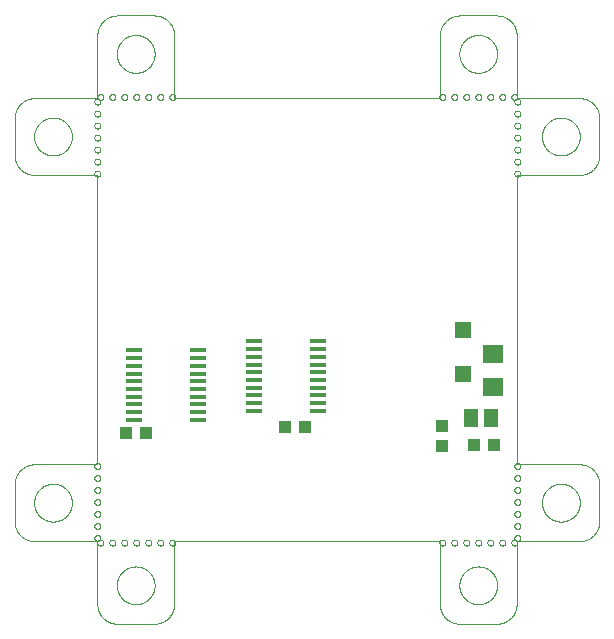
<source format=gtp>
G04 EAGLE Gerber RS-274X export*
G75*
%MOMM*%
%FSLAX34Y34*%
%LPD*%
%INSolder paste top*%
%IPPOS*%
%AMOC8*
5,1,8,0,0,1.08239X$1,22.5*%
G01*
%ADD10C,0.000000*%
%ADD11R,1.430000X0.350000*%
%ADD12R,1.100000X1.000000*%
%ADD13R,1.400000X1.400000*%
%ADD14R,1.300000X1.500000*%
%ADD15R,1.800000X1.600000*%
%ADD16R,1.000000X1.100000*%


D10*
X65000Y377500D02*
X290000Y377500D01*
X0Y312500D02*
X0Y67500D01*
X65000Y2500D02*
X290000Y2500D01*
X355600Y67500D02*
X355600Y312500D01*
X353060Y374650D02*
X353062Y374750D01*
X353068Y374851D01*
X353078Y374950D01*
X353092Y375050D01*
X353109Y375149D01*
X353131Y375247D01*
X353157Y375344D01*
X353186Y375440D01*
X353219Y375534D01*
X353256Y375628D01*
X353296Y375720D01*
X353340Y375810D01*
X353388Y375898D01*
X353439Y375985D01*
X353493Y376069D01*
X353551Y376151D01*
X353612Y376231D01*
X353676Y376308D01*
X353743Y376383D01*
X353813Y376455D01*
X353886Y376524D01*
X353961Y376590D01*
X354039Y376654D01*
X354119Y376714D01*
X354202Y376771D01*
X354287Y376824D01*
X354374Y376874D01*
X354463Y376921D01*
X354553Y376964D01*
X354645Y377004D01*
X354739Y377040D01*
X354834Y377072D01*
X354930Y377100D01*
X355028Y377125D01*
X355126Y377145D01*
X355225Y377162D01*
X355325Y377175D01*
X355424Y377184D01*
X355525Y377189D01*
X355625Y377190D01*
X355725Y377187D01*
X355826Y377180D01*
X355925Y377169D01*
X356025Y377154D01*
X356123Y377136D01*
X356221Y377113D01*
X356318Y377086D01*
X356413Y377056D01*
X356508Y377022D01*
X356601Y376984D01*
X356692Y376943D01*
X356782Y376898D01*
X356870Y376850D01*
X356956Y376798D01*
X357040Y376743D01*
X357121Y376684D01*
X357200Y376622D01*
X357277Y376558D01*
X357351Y376490D01*
X357422Y376419D01*
X357491Y376346D01*
X357556Y376270D01*
X357619Y376191D01*
X357678Y376110D01*
X357734Y376027D01*
X357787Y375942D01*
X357836Y375854D01*
X357882Y375765D01*
X357924Y375674D01*
X357963Y375581D01*
X357998Y375487D01*
X358029Y375392D01*
X358057Y375295D01*
X358080Y375198D01*
X358100Y375099D01*
X358116Y375000D01*
X358128Y374901D01*
X358136Y374800D01*
X358140Y374700D01*
X358140Y374600D01*
X358136Y374500D01*
X358128Y374399D01*
X358116Y374300D01*
X358100Y374201D01*
X358080Y374102D01*
X358057Y374005D01*
X358029Y373908D01*
X357998Y373813D01*
X357963Y373719D01*
X357924Y373626D01*
X357882Y373535D01*
X357836Y373446D01*
X357787Y373358D01*
X357734Y373273D01*
X357678Y373190D01*
X357619Y373109D01*
X357556Y373030D01*
X357491Y372954D01*
X357422Y372881D01*
X357351Y372810D01*
X357277Y372742D01*
X357200Y372678D01*
X357121Y372616D01*
X357040Y372557D01*
X356956Y372502D01*
X356870Y372450D01*
X356782Y372402D01*
X356692Y372357D01*
X356601Y372316D01*
X356508Y372278D01*
X356413Y372244D01*
X356318Y372214D01*
X356221Y372187D01*
X356123Y372164D01*
X356025Y372146D01*
X355925Y372131D01*
X355826Y372120D01*
X355725Y372113D01*
X355625Y372110D01*
X355525Y372111D01*
X355424Y372116D01*
X355325Y372125D01*
X355225Y372138D01*
X355126Y372155D01*
X355028Y372175D01*
X354930Y372200D01*
X354834Y372228D01*
X354739Y372260D01*
X354645Y372296D01*
X354553Y372336D01*
X354463Y372379D01*
X354374Y372426D01*
X354287Y372476D01*
X354202Y372529D01*
X354119Y372586D01*
X354039Y372646D01*
X353961Y372710D01*
X353886Y372776D01*
X353813Y372845D01*
X353743Y372917D01*
X353676Y372992D01*
X353612Y373069D01*
X353551Y373149D01*
X353493Y373231D01*
X353439Y373315D01*
X353388Y373402D01*
X353340Y373490D01*
X353296Y373580D01*
X353256Y373672D01*
X353219Y373766D01*
X353186Y373860D01*
X353157Y373956D01*
X353131Y374053D01*
X353109Y374151D01*
X353092Y374250D01*
X353078Y374350D01*
X353068Y374449D01*
X353062Y374550D01*
X353060Y374650D01*
X353060Y364490D02*
X353062Y364590D01*
X353068Y364691D01*
X353078Y364790D01*
X353092Y364890D01*
X353109Y364989D01*
X353131Y365087D01*
X353157Y365184D01*
X353186Y365280D01*
X353219Y365374D01*
X353256Y365468D01*
X353296Y365560D01*
X353340Y365650D01*
X353388Y365738D01*
X353439Y365825D01*
X353493Y365909D01*
X353551Y365991D01*
X353612Y366071D01*
X353676Y366148D01*
X353743Y366223D01*
X353813Y366295D01*
X353886Y366364D01*
X353961Y366430D01*
X354039Y366494D01*
X354119Y366554D01*
X354202Y366611D01*
X354287Y366664D01*
X354374Y366714D01*
X354463Y366761D01*
X354553Y366804D01*
X354645Y366844D01*
X354739Y366880D01*
X354834Y366912D01*
X354930Y366940D01*
X355028Y366965D01*
X355126Y366985D01*
X355225Y367002D01*
X355325Y367015D01*
X355424Y367024D01*
X355525Y367029D01*
X355625Y367030D01*
X355725Y367027D01*
X355826Y367020D01*
X355925Y367009D01*
X356025Y366994D01*
X356123Y366976D01*
X356221Y366953D01*
X356318Y366926D01*
X356413Y366896D01*
X356508Y366862D01*
X356601Y366824D01*
X356692Y366783D01*
X356782Y366738D01*
X356870Y366690D01*
X356956Y366638D01*
X357040Y366583D01*
X357121Y366524D01*
X357200Y366462D01*
X357277Y366398D01*
X357351Y366330D01*
X357422Y366259D01*
X357491Y366186D01*
X357556Y366110D01*
X357619Y366031D01*
X357678Y365950D01*
X357734Y365867D01*
X357787Y365782D01*
X357836Y365694D01*
X357882Y365605D01*
X357924Y365514D01*
X357963Y365421D01*
X357998Y365327D01*
X358029Y365232D01*
X358057Y365135D01*
X358080Y365038D01*
X358100Y364939D01*
X358116Y364840D01*
X358128Y364741D01*
X358136Y364640D01*
X358140Y364540D01*
X358140Y364440D01*
X358136Y364340D01*
X358128Y364239D01*
X358116Y364140D01*
X358100Y364041D01*
X358080Y363942D01*
X358057Y363845D01*
X358029Y363748D01*
X357998Y363653D01*
X357963Y363559D01*
X357924Y363466D01*
X357882Y363375D01*
X357836Y363286D01*
X357787Y363198D01*
X357734Y363113D01*
X357678Y363030D01*
X357619Y362949D01*
X357556Y362870D01*
X357491Y362794D01*
X357422Y362721D01*
X357351Y362650D01*
X357277Y362582D01*
X357200Y362518D01*
X357121Y362456D01*
X357040Y362397D01*
X356956Y362342D01*
X356870Y362290D01*
X356782Y362242D01*
X356692Y362197D01*
X356601Y362156D01*
X356508Y362118D01*
X356413Y362084D01*
X356318Y362054D01*
X356221Y362027D01*
X356123Y362004D01*
X356025Y361986D01*
X355925Y361971D01*
X355826Y361960D01*
X355725Y361953D01*
X355625Y361950D01*
X355525Y361951D01*
X355424Y361956D01*
X355325Y361965D01*
X355225Y361978D01*
X355126Y361995D01*
X355028Y362015D01*
X354930Y362040D01*
X354834Y362068D01*
X354739Y362100D01*
X354645Y362136D01*
X354553Y362176D01*
X354463Y362219D01*
X354374Y362266D01*
X354287Y362316D01*
X354202Y362369D01*
X354119Y362426D01*
X354039Y362486D01*
X353961Y362550D01*
X353886Y362616D01*
X353813Y362685D01*
X353743Y362757D01*
X353676Y362832D01*
X353612Y362909D01*
X353551Y362989D01*
X353493Y363071D01*
X353439Y363155D01*
X353388Y363242D01*
X353340Y363330D01*
X353296Y363420D01*
X353256Y363512D01*
X353219Y363606D01*
X353186Y363700D01*
X353157Y363796D01*
X353131Y363893D01*
X353109Y363991D01*
X353092Y364090D01*
X353078Y364190D01*
X353068Y364289D01*
X353062Y364390D01*
X353060Y364490D01*
X353060Y354330D02*
X353062Y354430D01*
X353068Y354531D01*
X353078Y354630D01*
X353092Y354730D01*
X353109Y354829D01*
X353131Y354927D01*
X353157Y355024D01*
X353186Y355120D01*
X353219Y355214D01*
X353256Y355308D01*
X353296Y355400D01*
X353340Y355490D01*
X353388Y355578D01*
X353439Y355665D01*
X353493Y355749D01*
X353551Y355831D01*
X353612Y355911D01*
X353676Y355988D01*
X353743Y356063D01*
X353813Y356135D01*
X353886Y356204D01*
X353961Y356270D01*
X354039Y356334D01*
X354119Y356394D01*
X354202Y356451D01*
X354287Y356504D01*
X354374Y356554D01*
X354463Y356601D01*
X354553Y356644D01*
X354645Y356684D01*
X354739Y356720D01*
X354834Y356752D01*
X354930Y356780D01*
X355028Y356805D01*
X355126Y356825D01*
X355225Y356842D01*
X355325Y356855D01*
X355424Y356864D01*
X355525Y356869D01*
X355625Y356870D01*
X355725Y356867D01*
X355826Y356860D01*
X355925Y356849D01*
X356025Y356834D01*
X356123Y356816D01*
X356221Y356793D01*
X356318Y356766D01*
X356413Y356736D01*
X356508Y356702D01*
X356601Y356664D01*
X356692Y356623D01*
X356782Y356578D01*
X356870Y356530D01*
X356956Y356478D01*
X357040Y356423D01*
X357121Y356364D01*
X357200Y356302D01*
X357277Y356238D01*
X357351Y356170D01*
X357422Y356099D01*
X357491Y356026D01*
X357556Y355950D01*
X357619Y355871D01*
X357678Y355790D01*
X357734Y355707D01*
X357787Y355622D01*
X357836Y355534D01*
X357882Y355445D01*
X357924Y355354D01*
X357963Y355261D01*
X357998Y355167D01*
X358029Y355072D01*
X358057Y354975D01*
X358080Y354878D01*
X358100Y354779D01*
X358116Y354680D01*
X358128Y354581D01*
X358136Y354480D01*
X358140Y354380D01*
X358140Y354280D01*
X358136Y354180D01*
X358128Y354079D01*
X358116Y353980D01*
X358100Y353881D01*
X358080Y353782D01*
X358057Y353685D01*
X358029Y353588D01*
X357998Y353493D01*
X357963Y353399D01*
X357924Y353306D01*
X357882Y353215D01*
X357836Y353126D01*
X357787Y353038D01*
X357734Y352953D01*
X357678Y352870D01*
X357619Y352789D01*
X357556Y352710D01*
X357491Y352634D01*
X357422Y352561D01*
X357351Y352490D01*
X357277Y352422D01*
X357200Y352358D01*
X357121Y352296D01*
X357040Y352237D01*
X356956Y352182D01*
X356870Y352130D01*
X356782Y352082D01*
X356692Y352037D01*
X356601Y351996D01*
X356508Y351958D01*
X356413Y351924D01*
X356318Y351894D01*
X356221Y351867D01*
X356123Y351844D01*
X356025Y351826D01*
X355925Y351811D01*
X355826Y351800D01*
X355725Y351793D01*
X355625Y351790D01*
X355525Y351791D01*
X355424Y351796D01*
X355325Y351805D01*
X355225Y351818D01*
X355126Y351835D01*
X355028Y351855D01*
X354930Y351880D01*
X354834Y351908D01*
X354739Y351940D01*
X354645Y351976D01*
X354553Y352016D01*
X354463Y352059D01*
X354374Y352106D01*
X354287Y352156D01*
X354202Y352209D01*
X354119Y352266D01*
X354039Y352326D01*
X353961Y352390D01*
X353886Y352456D01*
X353813Y352525D01*
X353743Y352597D01*
X353676Y352672D01*
X353612Y352749D01*
X353551Y352829D01*
X353493Y352911D01*
X353439Y352995D01*
X353388Y353082D01*
X353340Y353170D01*
X353296Y353260D01*
X353256Y353352D01*
X353219Y353446D01*
X353186Y353540D01*
X353157Y353636D01*
X353131Y353733D01*
X353109Y353831D01*
X353092Y353930D01*
X353078Y354030D01*
X353068Y354129D01*
X353062Y354230D01*
X353060Y354330D01*
X353060Y344170D02*
X353062Y344270D01*
X353068Y344371D01*
X353078Y344470D01*
X353092Y344570D01*
X353109Y344669D01*
X353131Y344767D01*
X353157Y344864D01*
X353186Y344960D01*
X353219Y345054D01*
X353256Y345148D01*
X353296Y345240D01*
X353340Y345330D01*
X353388Y345418D01*
X353439Y345505D01*
X353493Y345589D01*
X353551Y345671D01*
X353612Y345751D01*
X353676Y345828D01*
X353743Y345903D01*
X353813Y345975D01*
X353886Y346044D01*
X353961Y346110D01*
X354039Y346174D01*
X354119Y346234D01*
X354202Y346291D01*
X354287Y346344D01*
X354374Y346394D01*
X354463Y346441D01*
X354553Y346484D01*
X354645Y346524D01*
X354739Y346560D01*
X354834Y346592D01*
X354930Y346620D01*
X355028Y346645D01*
X355126Y346665D01*
X355225Y346682D01*
X355325Y346695D01*
X355424Y346704D01*
X355525Y346709D01*
X355625Y346710D01*
X355725Y346707D01*
X355826Y346700D01*
X355925Y346689D01*
X356025Y346674D01*
X356123Y346656D01*
X356221Y346633D01*
X356318Y346606D01*
X356413Y346576D01*
X356508Y346542D01*
X356601Y346504D01*
X356692Y346463D01*
X356782Y346418D01*
X356870Y346370D01*
X356956Y346318D01*
X357040Y346263D01*
X357121Y346204D01*
X357200Y346142D01*
X357277Y346078D01*
X357351Y346010D01*
X357422Y345939D01*
X357491Y345866D01*
X357556Y345790D01*
X357619Y345711D01*
X357678Y345630D01*
X357734Y345547D01*
X357787Y345462D01*
X357836Y345374D01*
X357882Y345285D01*
X357924Y345194D01*
X357963Y345101D01*
X357998Y345007D01*
X358029Y344912D01*
X358057Y344815D01*
X358080Y344718D01*
X358100Y344619D01*
X358116Y344520D01*
X358128Y344421D01*
X358136Y344320D01*
X358140Y344220D01*
X358140Y344120D01*
X358136Y344020D01*
X358128Y343919D01*
X358116Y343820D01*
X358100Y343721D01*
X358080Y343622D01*
X358057Y343525D01*
X358029Y343428D01*
X357998Y343333D01*
X357963Y343239D01*
X357924Y343146D01*
X357882Y343055D01*
X357836Y342966D01*
X357787Y342878D01*
X357734Y342793D01*
X357678Y342710D01*
X357619Y342629D01*
X357556Y342550D01*
X357491Y342474D01*
X357422Y342401D01*
X357351Y342330D01*
X357277Y342262D01*
X357200Y342198D01*
X357121Y342136D01*
X357040Y342077D01*
X356956Y342022D01*
X356870Y341970D01*
X356782Y341922D01*
X356692Y341877D01*
X356601Y341836D01*
X356508Y341798D01*
X356413Y341764D01*
X356318Y341734D01*
X356221Y341707D01*
X356123Y341684D01*
X356025Y341666D01*
X355925Y341651D01*
X355826Y341640D01*
X355725Y341633D01*
X355625Y341630D01*
X355525Y341631D01*
X355424Y341636D01*
X355325Y341645D01*
X355225Y341658D01*
X355126Y341675D01*
X355028Y341695D01*
X354930Y341720D01*
X354834Y341748D01*
X354739Y341780D01*
X354645Y341816D01*
X354553Y341856D01*
X354463Y341899D01*
X354374Y341946D01*
X354287Y341996D01*
X354202Y342049D01*
X354119Y342106D01*
X354039Y342166D01*
X353961Y342230D01*
X353886Y342296D01*
X353813Y342365D01*
X353743Y342437D01*
X353676Y342512D01*
X353612Y342589D01*
X353551Y342669D01*
X353493Y342751D01*
X353439Y342835D01*
X353388Y342922D01*
X353340Y343010D01*
X353296Y343100D01*
X353256Y343192D01*
X353219Y343286D01*
X353186Y343380D01*
X353157Y343476D01*
X353131Y343573D01*
X353109Y343671D01*
X353092Y343770D01*
X353078Y343870D01*
X353068Y343969D01*
X353062Y344070D01*
X353060Y344170D01*
X353060Y334010D02*
X353062Y334110D01*
X353068Y334211D01*
X353078Y334310D01*
X353092Y334410D01*
X353109Y334509D01*
X353131Y334607D01*
X353157Y334704D01*
X353186Y334800D01*
X353219Y334894D01*
X353256Y334988D01*
X353296Y335080D01*
X353340Y335170D01*
X353388Y335258D01*
X353439Y335345D01*
X353493Y335429D01*
X353551Y335511D01*
X353612Y335591D01*
X353676Y335668D01*
X353743Y335743D01*
X353813Y335815D01*
X353886Y335884D01*
X353961Y335950D01*
X354039Y336014D01*
X354119Y336074D01*
X354202Y336131D01*
X354287Y336184D01*
X354374Y336234D01*
X354463Y336281D01*
X354553Y336324D01*
X354645Y336364D01*
X354739Y336400D01*
X354834Y336432D01*
X354930Y336460D01*
X355028Y336485D01*
X355126Y336505D01*
X355225Y336522D01*
X355325Y336535D01*
X355424Y336544D01*
X355525Y336549D01*
X355625Y336550D01*
X355725Y336547D01*
X355826Y336540D01*
X355925Y336529D01*
X356025Y336514D01*
X356123Y336496D01*
X356221Y336473D01*
X356318Y336446D01*
X356413Y336416D01*
X356508Y336382D01*
X356601Y336344D01*
X356692Y336303D01*
X356782Y336258D01*
X356870Y336210D01*
X356956Y336158D01*
X357040Y336103D01*
X357121Y336044D01*
X357200Y335982D01*
X357277Y335918D01*
X357351Y335850D01*
X357422Y335779D01*
X357491Y335706D01*
X357556Y335630D01*
X357619Y335551D01*
X357678Y335470D01*
X357734Y335387D01*
X357787Y335302D01*
X357836Y335214D01*
X357882Y335125D01*
X357924Y335034D01*
X357963Y334941D01*
X357998Y334847D01*
X358029Y334752D01*
X358057Y334655D01*
X358080Y334558D01*
X358100Y334459D01*
X358116Y334360D01*
X358128Y334261D01*
X358136Y334160D01*
X358140Y334060D01*
X358140Y333960D01*
X358136Y333860D01*
X358128Y333759D01*
X358116Y333660D01*
X358100Y333561D01*
X358080Y333462D01*
X358057Y333365D01*
X358029Y333268D01*
X357998Y333173D01*
X357963Y333079D01*
X357924Y332986D01*
X357882Y332895D01*
X357836Y332806D01*
X357787Y332718D01*
X357734Y332633D01*
X357678Y332550D01*
X357619Y332469D01*
X357556Y332390D01*
X357491Y332314D01*
X357422Y332241D01*
X357351Y332170D01*
X357277Y332102D01*
X357200Y332038D01*
X357121Y331976D01*
X357040Y331917D01*
X356956Y331862D01*
X356870Y331810D01*
X356782Y331762D01*
X356692Y331717D01*
X356601Y331676D01*
X356508Y331638D01*
X356413Y331604D01*
X356318Y331574D01*
X356221Y331547D01*
X356123Y331524D01*
X356025Y331506D01*
X355925Y331491D01*
X355826Y331480D01*
X355725Y331473D01*
X355625Y331470D01*
X355525Y331471D01*
X355424Y331476D01*
X355325Y331485D01*
X355225Y331498D01*
X355126Y331515D01*
X355028Y331535D01*
X354930Y331560D01*
X354834Y331588D01*
X354739Y331620D01*
X354645Y331656D01*
X354553Y331696D01*
X354463Y331739D01*
X354374Y331786D01*
X354287Y331836D01*
X354202Y331889D01*
X354119Y331946D01*
X354039Y332006D01*
X353961Y332070D01*
X353886Y332136D01*
X353813Y332205D01*
X353743Y332277D01*
X353676Y332352D01*
X353612Y332429D01*
X353551Y332509D01*
X353493Y332591D01*
X353439Y332675D01*
X353388Y332762D01*
X353340Y332850D01*
X353296Y332940D01*
X353256Y333032D01*
X353219Y333126D01*
X353186Y333220D01*
X353157Y333316D01*
X353131Y333413D01*
X353109Y333511D01*
X353092Y333610D01*
X353078Y333710D01*
X353068Y333809D01*
X353062Y333910D01*
X353060Y334010D01*
X355000Y377500D02*
X407500Y377500D01*
X425000Y360000D02*
X425000Y330000D01*
X407500Y312500D02*
X355600Y312500D01*
X353060Y323850D02*
X353062Y323950D01*
X353068Y324051D01*
X353078Y324150D01*
X353092Y324250D01*
X353109Y324349D01*
X353131Y324447D01*
X353157Y324544D01*
X353186Y324640D01*
X353219Y324734D01*
X353256Y324828D01*
X353296Y324920D01*
X353340Y325010D01*
X353388Y325098D01*
X353439Y325185D01*
X353493Y325269D01*
X353551Y325351D01*
X353612Y325431D01*
X353676Y325508D01*
X353743Y325583D01*
X353813Y325655D01*
X353886Y325724D01*
X353961Y325790D01*
X354039Y325854D01*
X354119Y325914D01*
X354202Y325971D01*
X354287Y326024D01*
X354374Y326074D01*
X354463Y326121D01*
X354553Y326164D01*
X354645Y326204D01*
X354739Y326240D01*
X354834Y326272D01*
X354930Y326300D01*
X355028Y326325D01*
X355126Y326345D01*
X355225Y326362D01*
X355325Y326375D01*
X355424Y326384D01*
X355525Y326389D01*
X355625Y326390D01*
X355725Y326387D01*
X355826Y326380D01*
X355925Y326369D01*
X356025Y326354D01*
X356123Y326336D01*
X356221Y326313D01*
X356318Y326286D01*
X356413Y326256D01*
X356508Y326222D01*
X356601Y326184D01*
X356692Y326143D01*
X356782Y326098D01*
X356870Y326050D01*
X356956Y325998D01*
X357040Y325943D01*
X357121Y325884D01*
X357200Y325822D01*
X357277Y325758D01*
X357351Y325690D01*
X357422Y325619D01*
X357491Y325546D01*
X357556Y325470D01*
X357619Y325391D01*
X357678Y325310D01*
X357734Y325227D01*
X357787Y325142D01*
X357836Y325054D01*
X357882Y324965D01*
X357924Y324874D01*
X357963Y324781D01*
X357998Y324687D01*
X358029Y324592D01*
X358057Y324495D01*
X358080Y324398D01*
X358100Y324299D01*
X358116Y324200D01*
X358128Y324101D01*
X358136Y324000D01*
X358140Y323900D01*
X358140Y323800D01*
X358136Y323700D01*
X358128Y323599D01*
X358116Y323500D01*
X358100Y323401D01*
X358080Y323302D01*
X358057Y323205D01*
X358029Y323108D01*
X357998Y323013D01*
X357963Y322919D01*
X357924Y322826D01*
X357882Y322735D01*
X357836Y322646D01*
X357787Y322558D01*
X357734Y322473D01*
X357678Y322390D01*
X357619Y322309D01*
X357556Y322230D01*
X357491Y322154D01*
X357422Y322081D01*
X357351Y322010D01*
X357277Y321942D01*
X357200Y321878D01*
X357121Y321816D01*
X357040Y321757D01*
X356956Y321702D01*
X356870Y321650D01*
X356782Y321602D01*
X356692Y321557D01*
X356601Y321516D01*
X356508Y321478D01*
X356413Y321444D01*
X356318Y321414D01*
X356221Y321387D01*
X356123Y321364D01*
X356025Y321346D01*
X355925Y321331D01*
X355826Y321320D01*
X355725Y321313D01*
X355625Y321310D01*
X355525Y321311D01*
X355424Y321316D01*
X355325Y321325D01*
X355225Y321338D01*
X355126Y321355D01*
X355028Y321375D01*
X354930Y321400D01*
X354834Y321428D01*
X354739Y321460D01*
X354645Y321496D01*
X354553Y321536D01*
X354463Y321579D01*
X354374Y321626D01*
X354287Y321676D01*
X354202Y321729D01*
X354119Y321786D01*
X354039Y321846D01*
X353961Y321910D01*
X353886Y321976D01*
X353813Y322045D01*
X353743Y322117D01*
X353676Y322192D01*
X353612Y322269D01*
X353551Y322349D01*
X353493Y322431D01*
X353439Y322515D01*
X353388Y322602D01*
X353340Y322690D01*
X353296Y322780D01*
X353256Y322872D01*
X353219Y322966D01*
X353186Y323060D01*
X353157Y323156D01*
X353131Y323253D01*
X353109Y323351D01*
X353092Y323450D01*
X353078Y323550D01*
X353068Y323649D01*
X353062Y323750D01*
X353060Y323850D01*
X353060Y313690D02*
X353062Y313790D01*
X353068Y313891D01*
X353078Y313990D01*
X353092Y314090D01*
X353109Y314189D01*
X353131Y314287D01*
X353157Y314384D01*
X353186Y314480D01*
X353219Y314574D01*
X353256Y314668D01*
X353296Y314760D01*
X353340Y314850D01*
X353388Y314938D01*
X353439Y315025D01*
X353493Y315109D01*
X353551Y315191D01*
X353612Y315271D01*
X353676Y315348D01*
X353743Y315423D01*
X353813Y315495D01*
X353886Y315564D01*
X353961Y315630D01*
X354039Y315694D01*
X354119Y315754D01*
X354202Y315811D01*
X354287Y315864D01*
X354374Y315914D01*
X354463Y315961D01*
X354553Y316004D01*
X354645Y316044D01*
X354739Y316080D01*
X354834Y316112D01*
X354930Y316140D01*
X355028Y316165D01*
X355126Y316185D01*
X355225Y316202D01*
X355325Y316215D01*
X355424Y316224D01*
X355525Y316229D01*
X355625Y316230D01*
X355725Y316227D01*
X355826Y316220D01*
X355925Y316209D01*
X356025Y316194D01*
X356123Y316176D01*
X356221Y316153D01*
X356318Y316126D01*
X356413Y316096D01*
X356508Y316062D01*
X356601Y316024D01*
X356692Y315983D01*
X356782Y315938D01*
X356870Y315890D01*
X356956Y315838D01*
X357040Y315783D01*
X357121Y315724D01*
X357200Y315662D01*
X357277Y315598D01*
X357351Y315530D01*
X357422Y315459D01*
X357491Y315386D01*
X357556Y315310D01*
X357619Y315231D01*
X357678Y315150D01*
X357734Y315067D01*
X357787Y314982D01*
X357836Y314894D01*
X357882Y314805D01*
X357924Y314714D01*
X357963Y314621D01*
X357998Y314527D01*
X358029Y314432D01*
X358057Y314335D01*
X358080Y314238D01*
X358100Y314139D01*
X358116Y314040D01*
X358128Y313941D01*
X358136Y313840D01*
X358140Y313740D01*
X358140Y313640D01*
X358136Y313540D01*
X358128Y313439D01*
X358116Y313340D01*
X358100Y313241D01*
X358080Y313142D01*
X358057Y313045D01*
X358029Y312948D01*
X357998Y312853D01*
X357963Y312759D01*
X357924Y312666D01*
X357882Y312575D01*
X357836Y312486D01*
X357787Y312398D01*
X357734Y312313D01*
X357678Y312230D01*
X357619Y312149D01*
X357556Y312070D01*
X357491Y311994D01*
X357422Y311921D01*
X357351Y311850D01*
X357277Y311782D01*
X357200Y311718D01*
X357121Y311656D01*
X357040Y311597D01*
X356956Y311542D01*
X356870Y311490D01*
X356782Y311442D01*
X356692Y311397D01*
X356601Y311356D01*
X356508Y311318D01*
X356413Y311284D01*
X356318Y311254D01*
X356221Y311227D01*
X356123Y311204D01*
X356025Y311186D01*
X355925Y311171D01*
X355826Y311160D01*
X355725Y311153D01*
X355625Y311150D01*
X355525Y311151D01*
X355424Y311156D01*
X355325Y311165D01*
X355225Y311178D01*
X355126Y311195D01*
X355028Y311215D01*
X354930Y311240D01*
X354834Y311268D01*
X354739Y311300D01*
X354645Y311336D01*
X354553Y311376D01*
X354463Y311419D01*
X354374Y311466D01*
X354287Y311516D01*
X354202Y311569D01*
X354119Y311626D01*
X354039Y311686D01*
X353961Y311750D01*
X353886Y311816D01*
X353813Y311885D01*
X353743Y311957D01*
X353676Y312032D01*
X353612Y312109D01*
X353551Y312189D01*
X353493Y312271D01*
X353439Y312355D01*
X353388Y312442D01*
X353340Y312530D01*
X353296Y312620D01*
X353256Y312712D01*
X353219Y312806D01*
X353186Y312900D01*
X353157Y312996D01*
X353131Y313093D01*
X353109Y313191D01*
X353092Y313290D01*
X353078Y313390D01*
X353068Y313489D01*
X353062Y313590D01*
X353060Y313690D01*
X289560Y378460D02*
X289562Y378560D01*
X289568Y378661D01*
X289578Y378760D01*
X289592Y378860D01*
X289609Y378959D01*
X289631Y379057D01*
X289657Y379154D01*
X289686Y379250D01*
X289719Y379344D01*
X289756Y379438D01*
X289796Y379530D01*
X289840Y379620D01*
X289888Y379708D01*
X289939Y379795D01*
X289993Y379879D01*
X290051Y379961D01*
X290112Y380041D01*
X290176Y380118D01*
X290243Y380193D01*
X290313Y380265D01*
X290386Y380334D01*
X290461Y380400D01*
X290539Y380464D01*
X290619Y380524D01*
X290702Y380581D01*
X290787Y380634D01*
X290874Y380684D01*
X290963Y380731D01*
X291053Y380774D01*
X291145Y380814D01*
X291239Y380850D01*
X291334Y380882D01*
X291430Y380910D01*
X291528Y380935D01*
X291626Y380955D01*
X291725Y380972D01*
X291825Y380985D01*
X291924Y380994D01*
X292025Y380999D01*
X292125Y381000D01*
X292225Y380997D01*
X292326Y380990D01*
X292425Y380979D01*
X292525Y380964D01*
X292623Y380946D01*
X292721Y380923D01*
X292818Y380896D01*
X292913Y380866D01*
X293008Y380832D01*
X293101Y380794D01*
X293192Y380753D01*
X293282Y380708D01*
X293370Y380660D01*
X293456Y380608D01*
X293540Y380553D01*
X293621Y380494D01*
X293700Y380432D01*
X293777Y380368D01*
X293851Y380300D01*
X293922Y380229D01*
X293991Y380156D01*
X294056Y380080D01*
X294119Y380001D01*
X294178Y379920D01*
X294234Y379837D01*
X294287Y379752D01*
X294336Y379664D01*
X294382Y379575D01*
X294424Y379484D01*
X294463Y379391D01*
X294498Y379297D01*
X294529Y379202D01*
X294557Y379105D01*
X294580Y379008D01*
X294600Y378909D01*
X294616Y378810D01*
X294628Y378711D01*
X294636Y378610D01*
X294640Y378510D01*
X294640Y378410D01*
X294636Y378310D01*
X294628Y378209D01*
X294616Y378110D01*
X294600Y378011D01*
X294580Y377912D01*
X294557Y377815D01*
X294529Y377718D01*
X294498Y377623D01*
X294463Y377529D01*
X294424Y377436D01*
X294382Y377345D01*
X294336Y377256D01*
X294287Y377168D01*
X294234Y377083D01*
X294178Y377000D01*
X294119Y376919D01*
X294056Y376840D01*
X293991Y376764D01*
X293922Y376691D01*
X293851Y376620D01*
X293777Y376552D01*
X293700Y376488D01*
X293621Y376426D01*
X293540Y376367D01*
X293456Y376312D01*
X293370Y376260D01*
X293282Y376212D01*
X293192Y376167D01*
X293101Y376126D01*
X293008Y376088D01*
X292913Y376054D01*
X292818Y376024D01*
X292721Y375997D01*
X292623Y375974D01*
X292525Y375956D01*
X292425Y375941D01*
X292326Y375930D01*
X292225Y375923D01*
X292125Y375920D01*
X292025Y375921D01*
X291924Y375926D01*
X291825Y375935D01*
X291725Y375948D01*
X291626Y375965D01*
X291528Y375985D01*
X291430Y376010D01*
X291334Y376038D01*
X291239Y376070D01*
X291145Y376106D01*
X291053Y376146D01*
X290963Y376189D01*
X290874Y376236D01*
X290787Y376286D01*
X290702Y376339D01*
X290619Y376396D01*
X290539Y376456D01*
X290461Y376520D01*
X290386Y376586D01*
X290313Y376655D01*
X290243Y376727D01*
X290176Y376802D01*
X290112Y376879D01*
X290051Y376959D01*
X289993Y377041D01*
X289939Y377125D01*
X289888Y377212D01*
X289840Y377300D01*
X289796Y377390D01*
X289756Y377482D01*
X289719Y377576D01*
X289686Y377670D01*
X289657Y377766D01*
X289631Y377863D01*
X289609Y377961D01*
X289592Y378060D01*
X289578Y378160D01*
X289568Y378259D01*
X289562Y378360D01*
X289560Y378460D01*
X299720Y378460D02*
X299722Y378560D01*
X299728Y378661D01*
X299738Y378760D01*
X299752Y378860D01*
X299769Y378959D01*
X299791Y379057D01*
X299817Y379154D01*
X299846Y379250D01*
X299879Y379344D01*
X299916Y379438D01*
X299956Y379530D01*
X300000Y379620D01*
X300048Y379708D01*
X300099Y379795D01*
X300153Y379879D01*
X300211Y379961D01*
X300272Y380041D01*
X300336Y380118D01*
X300403Y380193D01*
X300473Y380265D01*
X300546Y380334D01*
X300621Y380400D01*
X300699Y380464D01*
X300779Y380524D01*
X300862Y380581D01*
X300947Y380634D01*
X301034Y380684D01*
X301123Y380731D01*
X301213Y380774D01*
X301305Y380814D01*
X301399Y380850D01*
X301494Y380882D01*
X301590Y380910D01*
X301688Y380935D01*
X301786Y380955D01*
X301885Y380972D01*
X301985Y380985D01*
X302084Y380994D01*
X302185Y380999D01*
X302285Y381000D01*
X302385Y380997D01*
X302486Y380990D01*
X302585Y380979D01*
X302685Y380964D01*
X302783Y380946D01*
X302881Y380923D01*
X302978Y380896D01*
X303073Y380866D01*
X303168Y380832D01*
X303261Y380794D01*
X303352Y380753D01*
X303442Y380708D01*
X303530Y380660D01*
X303616Y380608D01*
X303700Y380553D01*
X303781Y380494D01*
X303860Y380432D01*
X303937Y380368D01*
X304011Y380300D01*
X304082Y380229D01*
X304151Y380156D01*
X304216Y380080D01*
X304279Y380001D01*
X304338Y379920D01*
X304394Y379837D01*
X304447Y379752D01*
X304496Y379664D01*
X304542Y379575D01*
X304584Y379484D01*
X304623Y379391D01*
X304658Y379297D01*
X304689Y379202D01*
X304717Y379105D01*
X304740Y379008D01*
X304760Y378909D01*
X304776Y378810D01*
X304788Y378711D01*
X304796Y378610D01*
X304800Y378510D01*
X304800Y378410D01*
X304796Y378310D01*
X304788Y378209D01*
X304776Y378110D01*
X304760Y378011D01*
X304740Y377912D01*
X304717Y377815D01*
X304689Y377718D01*
X304658Y377623D01*
X304623Y377529D01*
X304584Y377436D01*
X304542Y377345D01*
X304496Y377256D01*
X304447Y377168D01*
X304394Y377083D01*
X304338Y377000D01*
X304279Y376919D01*
X304216Y376840D01*
X304151Y376764D01*
X304082Y376691D01*
X304011Y376620D01*
X303937Y376552D01*
X303860Y376488D01*
X303781Y376426D01*
X303700Y376367D01*
X303616Y376312D01*
X303530Y376260D01*
X303442Y376212D01*
X303352Y376167D01*
X303261Y376126D01*
X303168Y376088D01*
X303073Y376054D01*
X302978Y376024D01*
X302881Y375997D01*
X302783Y375974D01*
X302685Y375956D01*
X302585Y375941D01*
X302486Y375930D01*
X302385Y375923D01*
X302285Y375920D01*
X302185Y375921D01*
X302084Y375926D01*
X301985Y375935D01*
X301885Y375948D01*
X301786Y375965D01*
X301688Y375985D01*
X301590Y376010D01*
X301494Y376038D01*
X301399Y376070D01*
X301305Y376106D01*
X301213Y376146D01*
X301123Y376189D01*
X301034Y376236D01*
X300947Y376286D01*
X300862Y376339D01*
X300779Y376396D01*
X300699Y376456D01*
X300621Y376520D01*
X300546Y376586D01*
X300473Y376655D01*
X300403Y376727D01*
X300336Y376802D01*
X300272Y376879D01*
X300211Y376959D01*
X300153Y377041D01*
X300099Y377125D01*
X300048Y377212D01*
X300000Y377300D01*
X299956Y377390D01*
X299916Y377482D01*
X299879Y377576D01*
X299846Y377670D01*
X299817Y377766D01*
X299791Y377863D01*
X299769Y377961D01*
X299752Y378060D01*
X299738Y378160D01*
X299728Y378259D01*
X299722Y378360D01*
X299720Y378460D01*
X309880Y378460D02*
X309882Y378560D01*
X309888Y378661D01*
X309898Y378760D01*
X309912Y378860D01*
X309929Y378959D01*
X309951Y379057D01*
X309977Y379154D01*
X310006Y379250D01*
X310039Y379344D01*
X310076Y379438D01*
X310116Y379530D01*
X310160Y379620D01*
X310208Y379708D01*
X310259Y379795D01*
X310313Y379879D01*
X310371Y379961D01*
X310432Y380041D01*
X310496Y380118D01*
X310563Y380193D01*
X310633Y380265D01*
X310706Y380334D01*
X310781Y380400D01*
X310859Y380464D01*
X310939Y380524D01*
X311022Y380581D01*
X311107Y380634D01*
X311194Y380684D01*
X311283Y380731D01*
X311373Y380774D01*
X311465Y380814D01*
X311559Y380850D01*
X311654Y380882D01*
X311750Y380910D01*
X311848Y380935D01*
X311946Y380955D01*
X312045Y380972D01*
X312145Y380985D01*
X312244Y380994D01*
X312345Y380999D01*
X312445Y381000D01*
X312545Y380997D01*
X312646Y380990D01*
X312745Y380979D01*
X312845Y380964D01*
X312943Y380946D01*
X313041Y380923D01*
X313138Y380896D01*
X313233Y380866D01*
X313328Y380832D01*
X313421Y380794D01*
X313512Y380753D01*
X313602Y380708D01*
X313690Y380660D01*
X313776Y380608D01*
X313860Y380553D01*
X313941Y380494D01*
X314020Y380432D01*
X314097Y380368D01*
X314171Y380300D01*
X314242Y380229D01*
X314311Y380156D01*
X314376Y380080D01*
X314439Y380001D01*
X314498Y379920D01*
X314554Y379837D01*
X314607Y379752D01*
X314656Y379664D01*
X314702Y379575D01*
X314744Y379484D01*
X314783Y379391D01*
X314818Y379297D01*
X314849Y379202D01*
X314877Y379105D01*
X314900Y379008D01*
X314920Y378909D01*
X314936Y378810D01*
X314948Y378711D01*
X314956Y378610D01*
X314960Y378510D01*
X314960Y378410D01*
X314956Y378310D01*
X314948Y378209D01*
X314936Y378110D01*
X314920Y378011D01*
X314900Y377912D01*
X314877Y377815D01*
X314849Y377718D01*
X314818Y377623D01*
X314783Y377529D01*
X314744Y377436D01*
X314702Y377345D01*
X314656Y377256D01*
X314607Y377168D01*
X314554Y377083D01*
X314498Y377000D01*
X314439Y376919D01*
X314376Y376840D01*
X314311Y376764D01*
X314242Y376691D01*
X314171Y376620D01*
X314097Y376552D01*
X314020Y376488D01*
X313941Y376426D01*
X313860Y376367D01*
X313776Y376312D01*
X313690Y376260D01*
X313602Y376212D01*
X313512Y376167D01*
X313421Y376126D01*
X313328Y376088D01*
X313233Y376054D01*
X313138Y376024D01*
X313041Y375997D01*
X312943Y375974D01*
X312845Y375956D01*
X312745Y375941D01*
X312646Y375930D01*
X312545Y375923D01*
X312445Y375920D01*
X312345Y375921D01*
X312244Y375926D01*
X312145Y375935D01*
X312045Y375948D01*
X311946Y375965D01*
X311848Y375985D01*
X311750Y376010D01*
X311654Y376038D01*
X311559Y376070D01*
X311465Y376106D01*
X311373Y376146D01*
X311283Y376189D01*
X311194Y376236D01*
X311107Y376286D01*
X311022Y376339D01*
X310939Y376396D01*
X310859Y376456D01*
X310781Y376520D01*
X310706Y376586D01*
X310633Y376655D01*
X310563Y376727D01*
X310496Y376802D01*
X310432Y376879D01*
X310371Y376959D01*
X310313Y377041D01*
X310259Y377125D01*
X310208Y377212D01*
X310160Y377300D01*
X310116Y377390D01*
X310076Y377482D01*
X310039Y377576D01*
X310006Y377670D01*
X309977Y377766D01*
X309951Y377863D01*
X309929Y377961D01*
X309912Y378060D01*
X309898Y378160D01*
X309888Y378259D01*
X309882Y378360D01*
X309880Y378460D01*
X320040Y378460D02*
X320042Y378560D01*
X320048Y378661D01*
X320058Y378760D01*
X320072Y378860D01*
X320089Y378959D01*
X320111Y379057D01*
X320137Y379154D01*
X320166Y379250D01*
X320199Y379344D01*
X320236Y379438D01*
X320276Y379530D01*
X320320Y379620D01*
X320368Y379708D01*
X320419Y379795D01*
X320473Y379879D01*
X320531Y379961D01*
X320592Y380041D01*
X320656Y380118D01*
X320723Y380193D01*
X320793Y380265D01*
X320866Y380334D01*
X320941Y380400D01*
X321019Y380464D01*
X321099Y380524D01*
X321182Y380581D01*
X321267Y380634D01*
X321354Y380684D01*
X321443Y380731D01*
X321533Y380774D01*
X321625Y380814D01*
X321719Y380850D01*
X321814Y380882D01*
X321910Y380910D01*
X322008Y380935D01*
X322106Y380955D01*
X322205Y380972D01*
X322305Y380985D01*
X322404Y380994D01*
X322505Y380999D01*
X322605Y381000D01*
X322705Y380997D01*
X322806Y380990D01*
X322905Y380979D01*
X323005Y380964D01*
X323103Y380946D01*
X323201Y380923D01*
X323298Y380896D01*
X323393Y380866D01*
X323488Y380832D01*
X323581Y380794D01*
X323672Y380753D01*
X323762Y380708D01*
X323850Y380660D01*
X323936Y380608D01*
X324020Y380553D01*
X324101Y380494D01*
X324180Y380432D01*
X324257Y380368D01*
X324331Y380300D01*
X324402Y380229D01*
X324471Y380156D01*
X324536Y380080D01*
X324599Y380001D01*
X324658Y379920D01*
X324714Y379837D01*
X324767Y379752D01*
X324816Y379664D01*
X324862Y379575D01*
X324904Y379484D01*
X324943Y379391D01*
X324978Y379297D01*
X325009Y379202D01*
X325037Y379105D01*
X325060Y379008D01*
X325080Y378909D01*
X325096Y378810D01*
X325108Y378711D01*
X325116Y378610D01*
X325120Y378510D01*
X325120Y378410D01*
X325116Y378310D01*
X325108Y378209D01*
X325096Y378110D01*
X325080Y378011D01*
X325060Y377912D01*
X325037Y377815D01*
X325009Y377718D01*
X324978Y377623D01*
X324943Y377529D01*
X324904Y377436D01*
X324862Y377345D01*
X324816Y377256D01*
X324767Y377168D01*
X324714Y377083D01*
X324658Y377000D01*
X324599Y376919D01*
X324536Y376840D01*
X324471Y376764D01*
X324402Y376691D01*
X324331Y376620D01*
X324257Y376552D01*
X324180Y376488D01*
X324101Y376426D01*
X324020Y376367D01*
X323936Y376312D01*
X323850Y376260D01*
X323762Y376212D01*
X323672Y376167D01*
X323581Y376126D01*
X323488Y376088D01*
X323393Y376054D01*
X323298Y376024D01*
X323201Y375997D01*
X323103Y375974D01*
X323005Y375956D01*
X322905Y375941D01*
X322806Y375930D01*
X322705Y375923D01*
X322605Y375920D01*
X322505Y375921D01*
X322404Y375926D01*
X322305Y375935D01*
X322205Y375948D01*
X322106Y375965D01*
X322008Y375985D01*
X321910Y376010D01*
X321814Y376038D01*
X321719Y376070D01*
X321625Y376106D01*
X321533Y376146D01*
X321443Y376189D01*
X321354Y376236D01*
X321267Y376286D01*
X321182Y376339D01*
X321099Y376396D01*
X321019Y376456D01*
X320941Y376520D01*
X320866Y376586D01*
X320793Y376655D01*
X320723Y376727D01*
X320656Y376802D01*
X320592Y376879D01*
X320531Y376959D01*
X320473Y377041D01*
X320419Y377125D01*
X320368Y377212D01*
X320320Y377300D01*
X320276Y377390D01*
X320236Y377482D01*
X320199Y377576D01*
X320166Y377670D01*
X320137Y377766D01*
X320111Y377863D01*
X320089Y377961D01*
X320072Y378060D01*
X320058Y378160D01*
X320048Y378259D01*
X320042Y378360D01*
X320040Y378460D01*
X330200Y378460D02*
X330202Y378560D01*
X330208Y378661D01*
X330218Y378760D01*
X330232Y378860D01*
X330249Y378959D01*
X330271Y379057D01*
X330297Y379154D01*
X330326Y379250D01*
X330359Y379344D01*
X330396Y379438D01*
X330436Y379530D01*
X330480Y379620D01*
X330528Y379708D01*
X330579Y379795D01*
X330633Y379879D01*
X330691Y379961D01*
X330752Y380041D01*
X330816Y380118D01*
X330883Y380193D01*
X330953Y380265D01*
X331026Y380334D01*
X331101Y380400D01*
X331179Y380464D01*
X331259Y380524D01*
X331342Y380581D01*
X331427Y380634D01*
X331514Y380684D01*
X331603Y380731D01*
X331693Y380774D01*
X331785Y380814D01*
X331879Y380850D01*
X331974Y380882D01*
X332070Y380910D01*
X332168Y380935D01*
X332266Y380955D01*
X332365Y380972D01*
X332465Y380985D01*
X332564Y380994D01*
X332665Y380999D01*
X332765Y381000D01*
X332865Y380997D01*
X332966Y380990D01*
X333065Y380979D01*
X333165Y380964D01*
X333263Y380946D01*
X333361Y380923D01*
X333458Y380896D01*
X333553Y380866D01*
X333648Y380832D01*
X333741Y380794D01*
X333832Y380753D01*
X333922Y380708D01*
X334010Y380660D01*
X334096Y380608D01*
X334180Y380553D01*
X334261Y380494D01*
X334340Y380432D01*
X334417Y380368D01*
X334491Y380300D01*
X334562Y380229D01*
X334631Y380156D01*
X334696Y380080D01*
X334759Y380001D01*
X334818Y379920D01*
X334874Y379837D01*
X334927Y379752D01*
X334976Y379664D01*
X335022Y379575D01*
X335064Y379484D01*
X335103Y379391D01*
X335138Y379297D01*
X335169Y379202D01*
X335197Y379105D01*
X335220Y379008D01*
X335240Y378909D01*
X335256Y378810D01*
X335268Y378711D01*
X335276Y378610D01*
X335280Y378510D01*
X335280Y378410D01*
X335276Y378310D01*
X335268Y378209D01*
X335256Y378110D01*
X335240Y378011D01*
X335220Y377912D01*
X335197Y377815D01*
X335169Y377718D01*
X335138Y377623D01*
X335103Y377529D01*
X335064Y377436D01*
X335022Y377345D01*
X334976Y377256D01*
X334927Y377168D01*
X334874Y377083D01*
X334818Y377000D01*
X334759Y376919D01*
X334696Y376840D01*
X334631Y376764D01*
X334562Y376691D01*
X334491Y376620D01*
X334417Y376552D01*
X334340Y376488D01*
X334261Y376426D01*
X334180Y376367D01*
X334096Y376312D01*
X334010Y376260D01*
X333922Y376212D01*
X333832Y376167D01*
X333741Y376126D01*
X333648Y376088D01*
X333553Y376054D01*
X333458Y376024D01*
X333361Y375997D01*
X333263Y375974D01*
X333165Y375956D01*
X333065Y375941D01*
X332966Y375930D01*
X332865Y375923D01*
X332765Y375920D01*
X332665Y375921D01*
X332564Y375926D01*
X332465Y375935D01*
X332365Y375948D01*
X332266Y375965D01*
X332168Y375985D01*
X332070Y376010D01*
X331974Y376038D01*
X331879Y376070D01*
X331785Y376106D01*
X331693Y376146D01*
X331603Y376189D01*
X331514Y376236D01*
X331427Y376286D01*
X331342Y376339D01*
X331259Y376396D01*
X331179Y376456D01*
X331101Y376520D01*
X331026Y376586D01*
X330953Y376655D01*
X330883Y376727D01*
X330816Y376802D01*
X330752Y376879D01*
X330691Y376959D01*
X330633Y377041D01*
X330579Y377125D01*
X330528Y377212D01*
X330480Y377300D01*
X330436Y377390D01*
X330396Y377482D01*
X330359Y377576D01*
X330326Y377670D01*
X330297Y377766D01*
X330271Y377863D01*
X330249Y377961D01*
X330232Y378060D01*
X330218Y378160D01*
X330208Y378259D01*
X330202Y378360D01*
X330200Y378460D01*
X290000Y377500D02*
X290000Y430000D01*
X308000Y447500D02*
X337500Y447500D01*
X340360Y378460D02*
X340362Y378560D01*
X340368Y378661D01*
X340378Y378760D01*
X340392Y378860D01*
X340409Y378959D01*
X340431Y379057D01*
X340457Y379154D01*
X340486Y379250D01*
X340519Y379344D01*
X340556Y379438D01*
X340596Y379530D01*
X340640Y379620D01*
X340688Y379708D01*
X340739Y379795D01*
X340793Y379879D01*
X340851Y379961D01*
X340912Y380041D01*
X340976Y380118D01*
X341043Y380193D01*
X341113Y380265D01*
X341186Y380334D01*
X341261Y380400D01*
X341339Y380464D01*
X341419Y380524D01*
X341502Y380581D01*
X341587Y380634D01*
X341674Y380684D01*
X341763Y380731D01*
X341853Y380774D01*
X341945Y380814D01*
X342039Y380850D01*
X342134Y380882D01*
X342230Y380910D01*
X342328Y380935D01*
X342426Y380955D01*
X342525Y380972D01*
X342625Y380985D01*
X342724Y380994D01*
X342825Y380999D01*
X342925Y381000D01*
X343025Y380997D01*
X343126Y380990D01*
X343225Y380979D01*
X343325Y380964D01*
X343423Y380946D01*
X343521Y380923D01*
X343618Y380896D01*
X343713Y380866D01*
X343808Y380832D01*
X343901Y380794D01*
X343992Y380753D01*
X344082Y380708D01*
X344170Y380660D01*
X344256Y380608D01*
X344340Y380553D01*
X344421Y380494D01*
X344500Y380432D01*
X344577Y380368D01*
X344651Y380300D01*
X344722Y380229D01*
X344791Y380156D01*
X344856Y380080D01*
X344919Y380001D01*
X344978Y379920D01*
X345034Y379837D01*
X345087Y379752D01*
X345136Y379664D01*
X345182Y379575D01*
X345224Y379484D01*
X345263Y379391D01*
X345298Y379297D01*
X345329Y379202D01*
X345357Y379105D01*
X345380Y379008D01*
X345400Y378909D01*
X345416Y378810D01*
X345428Y378711D01*
X345436Y378610D01*
X345440Y378510D01*
X345440Y378410D01*
X345436Y378310D01*
X345428Y378209D01*
X345416Y378110D01*
X345400Y378011D01*
X345380Y377912D01*
X345357Y377815D01*
X345329Y377718D01*
X345298Y377623D01*
X345263Y377529D01*
X345224Y377436D01*
X345182Y377345D01*
X345136Y377256D01*
X345087Y377168D01*
X345034Y377083D01*
X344978Y377000D01*
X344919Y376919D01*
X344856Y376840D01*
X344791Y376764D01*
X344722Y376691D01*
X344651Y376620D01*
X344577Y376552D01*
X344500Y376488D01*
X344421Y376426D01*
X344340Y376367D01*
X344256Y376312D01*
X344170Y376260D01*
X344082Y376212D01*
X343992Y376167D01*
X343901Y376126D01*
X343808Y376088D01*
X343713Y376054D01*
X343618Y376024D01*
X343521Y375997D01*
X343423Y375974D01*
X343325Y375956D01*
X343225Y375941D01*
X343126Y375930D01*
X343025Y375923D01*
X342925Y375920D01*
X342825Y375921D01*
X342724Y375926D01*
X342625Y375935D01*
X342525Y375948D01*
X342426Y375965D01*
X342328Y375985D01*
X342230Y376010D01*
X342134Y376038D01*
X342039Y376070D01*
X341945Y376106D01*
X341853Y376146D01*
X341763Y376189D01*
X341674Y376236D01*
X341587Y376286D01*
X341502Y376339D01*
X341419Y376396D01*
X341339Y376456D01*
X341261Y376520D01*
X341186Y376586D01*
X341113Y376655D01*
X341043Y376727D01*
X340976Y376802D01*
X340912Y376879D01*
X340851Y376959D01*
X340793Y377041D01*
X340739Y377125D01*
X340688Y377212D01*
X340640Y377300D01*
X340596Y377390D01*
X340556Y377482D01*
X340519Y377576D01*
X340486Y377670D01*
X340457Y377766D01*
X340431Y377863D01*
X340409Y377961D01*
X340392Y378060D01*
X340378Y378160D01*
X340368Y378259D01*
X340362Y378360D01*
X340360Y378460D01*
X350520Y378460D02*
X350522Y378560D01*
X350528Y378661D01*
X350538Y378760D01*
X350552Y378860D01*
X350569Y378959D01*
X350591Y379057D01*
X350617Y379154D01*
X350646Y379250D01*
X350679Y379344D01*
X350716Y379438D01*
X350756Y379530D01*
X350800Y379620D01*
X350848Y379708D01*
X350899Y379795D01*
X350953Y379879D01*
X351011Y379961D01*
X351072Y380041D01*
X351136Y380118D01*
X351203Y380193D01*
X351273Y380265D01*
X351346Y380334D01*
X351421Y380400D01*
X351499Y380464D01*
X351579Y380524D01*
X351662Y380581D01*
X351747Y380634D01*
X351834Y380684D01*
X351923Y380731D01*
X352013Y380774D01*
X352105Y380814D01*
X352199Y380850D01*
X352294Y380882D01*
X352390Y380910D01*
X352488Y380935D01*
X352586Y380955D01*
X352685Y380972D01*
X352785Y380985D01*
X352884Y380994D01*
X352985Y380999D01*
X353085Y381000D01*
X353185Y380997D01*
X353286Y380990D01*
X353385Y380979D01*
X353485Y380964D01*
X353583Y380946D01*
X353681Y380923D01*
X353778Y380896D01*
X353873Y380866D01*
X353968Y380832D01*
X354061Y380794D01*
X354152Y380753D01*
X354242Y380708D01*
X354330Y380660D01*
X354416Y380608D01*
X354500Y380553D01*
X354581Y380494D01*
X354660Y380432D01*
X354737Y380368D01*
X354811Y380300D01*
X354882Y380229D01*
X354951Y380156D01*
X355016Y380080D01*
X355079Y380001D01*
X355138Y379920D01*
X355194Y379837D01*
X355247Y379752D01*
X355296Y379664D01*
X355342Y379575D01*
X355384Y379484D01*
X355423Y379391D01*
X355458Y379297D01*
X355489Y379202D01*
X355517Y379105D01*
X355540Y379008D01*
X355560Y378909D01*
X355576Y378810D01*
X355588Y378711D01*
X355596Y378610D01*
X355600Y378510D01*
X355600Y378410D01*
X355596Y378310D01*
X355588Y378209D01*
X355576Y378110D01*
X355560Y378011D01*
X355540Y377912D01*
X355517Y377815D01*
X355489Y377718D01*
X355458Y377623D01*
X355423Y377529D01*
X355384Y377436D01*
X355342Y377345D01*
X355296Y377256D01*
X355247Y377168D01*
X355194Y377083D01*
X355138Y377000D01*
X355079Y376919D01*
X355016Y376840D01*
X354951Y376764D01*
X354882Y376691D01*
X354811Y376620D01*
X354737Y376552D01*
X354660Y376488D01*
X354581Y376426D01*
X354500Y376367D01*
X354416Y376312D01*
X354330Y376260D01*
X354242Y376212D01*
X354152Y376167D01*
X354061Y376126D01*
X353968Y376088D01*
X353873Y376054D01*
X353778Y376024D01*
X353681Y375997D01*
X353583Y375974D01*
X353485Y375956D01*
X353385Y375941D01*
X353286Y375930D01*
X353185Y375923D01*
X353085Y375920D01*
X352985Y375921D01*
X352884Y375926D01*
X352785Y375935D01*
X352685Y375948D01*
X352586Y375965D01*
X352488Y375985D01*
X352390Y376010D01*
X352294Y376038D01*
X352199Y376070D01*
X352105Y376106D01*
X352013Y376146D01*
X351923Y376189D01*
X351834Y376236D01*
X351747Y376286D01*
X351662Y376339D01*
X351579Y376396D01*
X351499Y376456D01*
X351421Y376520D01*
X351346Y376586D01*
X351273Y376655D01*
X351203Y376727D01*
X351136Y376802D01*
X351072Y376879D01*
X351011Y376959D01*
X350953Y377041D01*
X350899Y377125D01*
X350848Y377212D01*
X350800Y377300D01*
X350756Y377390D01*
X350716Y377482D01*
X350679Y377576D01*
X350646Y377670D01*
X350617Y377766D01*
X350591Y377863D01*
X350569Y377961D01*
X350552Y378060D01*
X350538Y378160D01*
X350528Y378259D01*
X350522Y378360D01*
X350520Y378460D01*
X0Y378460D02*
X2Y378560D01*
X8Y378661D01*
X18Y378760D01*
X32Y378860D01*
X49Y378959D01*
X71Y379057D01*
X97Y379154D01*
X126Y379250D01*
X159Y379344D01*
X196Y379438D01*
X236Y379530D01*
X280Y379620D01*
X328Y379708D01*
X379Y379795D01*
X433Y379879D01*
X491Y379961D01*
X552Y380041D01*
X616Y380118D01*
X683Y380193D01*
X753Y380265D01*
X826Y380334D01*
X901Y380400D01*
X979Y380464D01*
X1059Y380524D01*
X1142Y380581D01*
X1227Y380634D01*
X1314Y380684D01*
X1403Y380731D01*
X1493Y380774D01*
X1585Y380814D01*
X1679Y380850D01*
X1774Y380882D01*
X1870Y380910D01*
X1968Y380935D01*
X2066Y380955D01*
X2165Y380972D01*
X2265Y380985D01*
X2364Y380994D01*
X2465Y380999D01*
X2565Y381000D01*
X2665Y380997D01*
X2766Y380990D01*
X2865Y380979D01*
X2965Y380964D01*
X3063Y380946D01*
X3161Y380923D01*
X3258Y380896D01*
X3353Y380866D01*
X3448Y380832D01*
X3541Y380794D01*
X3632Y380753D01*
X3722Y380708D01*
X3810Y380660D01*
X3896Y380608D01*
X3980Y380553D01*
X4061Y380494D01*
X4140Y380432D01*
X4217Y380368D01*
X4291Y380300D01*
X4362Y380229D01*
X4431Y380156D01*
X4496Y380080D01*
X4559Y380001D01*
X4618Y379920D01*
X4674Y379837D01*
X4727Y379752D01*
X4776Y379664D01*
X4822Y379575D01*
X4864Y379484D01*
X4903Y379391D01*
X4938Y379297D01*
X4969Y379202D01*
X4997Y379105D01*
X5020Y379008D01*
X5040Y378909D01*
X5056Y378810D01*
X5068Y378711D01*
X5076Y378610D01*
X5080Y378510D01*
X5080Y378410D01*
X5076Y378310D01*
X5068Y378209D01*
X5056Y378110D01*
X5040Y378011D01*
X5020Y377912D01*
X4997Y377815D01*
X4969Y377718D01*
X4938Y377623D01*
X4903Y377529D01*
X4864Y377436D01*
X4822Y377345D01*
X4776Y377256D01*
X4727Y377168D01*
X4674Y377083D01*
X4618Y377000D01*
X4559Y376919D01*
X4496Y376840D01*
X4431Y376764D01*
X4362Y376691D01*
X4291Y376620D01*
X4217Y376552D01*
X4140Y376488D01*
X4061Y376426D01*
X3980Y376367D01*
X3896Y376312D01*
X3810Y376260D01*
X3722Y376212D01*
X3632Y376167D01*
X3541Y376126D01*
X3448Y376088D01*
X3353Y376054D01*
X3258Y376024D01*
X3161Y375997D01*
X3063Y375974D01*
X2965Y375956D01*
X2865Y375941D01*
X2766Y375930D01*
X2665Y375923D01*
X2565Y375920D01*
X2465Y375921D01*
X2364Y375926D01*
X2265Y375935D01*
X2165Y375948D01*
X2066Y375965D01*
X1968Y375985D01*
X1870Y376010D01*
X1774Y376038D01*
X1679Y376070D01*
X1585Y376106D01*
X1493Y376146D01*
X1403Y376189D01*
X1314Y376236D01*
X1227Y376286D01*
X1142Y376339D01*
X1059Y376396D01*
X979Y376456D01*
X901Y376520D01*
X826Y376586D01*
X753Y376655D01*
X683Y376727D01*
X616Y376802D01*
X552Y376879D01*
X491Y376959D01*
X433Y377041D01*
X379Y377125D01*
X328Y377212D01*
X280Y377300D01*
X236Y377390D01*
X196Y377482D01*
X159Y377576D01*
X126Y377670D01*
X97Y377766D01*
X71Y377863D01*
X49Y377961D01*
X32Y378060D01*
X18Y378160D01*
X8Y378259D01*
X2Y378360D01*
X0Y378460D01*
X10160Y378460D02*
X10162Y378560D01*
X10168Y378661D01*
X10178Y378760D01*
X10192Y378860D01*
X10209Y378959D01*
X10231Y379057D01*
X10257Y379154D01*
X10286Y379250D01*
X10319Y379344D01*
X10356Y379438D01*
X10396Y379530D01*
X10440Y379620D01*
X10488Y379708D01*
X10539Y379795D01*
X10593Y379879D01*
X10651Y379961D01*
X10712Y380041D01*
X10776Y380118D01*
X10843Y380193D01*
X10913Y380265D01*
X10986Y380334D01*
X11061Y380400D01*
X11139Y380464D01*
X11219Y380524D01*
X11302Y380581D01*
X11387Y380634D01*
X11474Y380684D01*
X11563Y380731D01*
X11653Y380774D01*
X11745Y380814D01*
X11839Y380850D01*
X11934Y380882D01*
X12030Y380910D01*
X12128Y380935D01*
X12226Y380955D01*
X12325Y380972D01*
X12425Y380985D01*
X12524Y380994D01*
X12625Y380999D01*
X12725Y381000D01*
X12825Y380997D01*
X12926Y380990D01*
X13025Y380979D01*
X13125Y380964D01*
X13223Y380946D01*
X13321Y380923D01*
X13418Y380896D01*
X13513Y380866D01*
X13608Y380832D01*
X13701Y380794D01*
X13792Y380753D01*
X13882Y380708D01*
X13970Y380660D01*
X14056Y380608D01*
X14140Y380553D01*
X14221Y380494D01*
X14300Y380432D01*
X14377Y380368D01*
X14451Y380300D01*
X14522Y380229D01*
X14591Y380156D01*
X14656Y380080D01*
X14719Y380001D01*
X14778Y379920D01*
X14834Y379837D01*
X14887Y379752D01*
X14936Y379664D01*
X14982Y379575D01*
X15024Y379484D01*
X15063Y379391D01*
X15098Y379297D01*
X15129Y379202D01*
X15157Y379105D01*
X15180Y379008D01*
X15200Y378909D01*
X15216Y378810D01*
X15228Y378711D01*
X15236Y378610D01*
X15240Y378510D01*
X15240Y378410D01*
X15236Y378310D01*
X15228Y378209D01*
X15216Y378110D01*
X15200Y378011D01*
X15180Y377912D01*
X15157Y377815D01*
X15129Y377718D01*
X15098Y377623D01*
X15063Y377529D01*
X15024Y377436D01*
X14982Y377345D01*
X14936Y377256D01*
X14887Y377168D01*
X14834Y377083D01*
X14778Y377000D01*
X14719Y376919D01*
X14656Y376840D01*
X14591Y376764D01*
X14522Y376691D01*
X14451Y376620D01*
X14377Y376552D01*
X14300Y376488D01*
X14221Y376426D01*
X14140Y376367D01*
X14056Y376312D01*
X13970Y376260D01*
X13882Y376212D01*
X13792Y376167D01*
X13701Y376126D01*
X13608Y376088D01*
X13513Y376054D01*
X13418Y376024D01*
X13321Y375997D01*
X13223Y375974D01*
X13125Y375956D01*
X13025Y375941D01*
X12926Y375930D01*
X12825Y375923D01*
X12725Y375920D01*
X12625Y375921D01*
X12524Y375926D01*
X12425Y375935D01*
X12325Y375948D01*
X12226Y375965D01*
X12128Y375985D01*
X12030Y376010D01*
X11934Y376038D01*
X11839Y376070D01*
X11745Y376106D01*
X11653Y376146D01*
X11563Y376189D01*
X11474Y376236D01*
X11387Y376286D01*
X11302Y376339D01*
X11219Y376396D01*
X11139Y376456D01*
X11061Y376520D01*
X10986Y376586D01*
X10913Y376655D01*
X10843Y376727D01*
X10776Y376802D01*
X10712Y376879D01*
X10651Y376959D01*
X10593Y377041D01*
X10539Y377125D01*
X10488Y377212D01*
X10440Y377300D01*
X10396Y377390D01*
X10356Y377482D01*
X10319Y377576D01*
X10286Y377670D01*
X10257Y377766D01*
X10231Y377863D01*
X10209Y377961D01*
X10192Y378060D01*
X10178Y378160D01*
X10168Y378259D01*
X10162Y378360D01*
X10160Y378460D01*
X20320Y378460D02*
X20322Y378560D01*
X20328Y378661D01*
X20338Y378760D01*
X20352Y378860D01*
X20369Y378959D01*
X20391Y379057D01*
X20417Y379154D01*
X20446Y379250D01*
X20479Y379344D01*
X20516Y379438D01*
X20556Y379530D01*
X20600Y379620D01*
X20648Y379708D01*
X20699Y379795D01*
X20753Y379879D01*
X20811Y379961D01*
X20872Y380041D01*
X20936Y380118D01*
X21003Y380193D01*
X21073Y380265D01*
X21146Y380334D01*
X21221Y380400D01*
X21299Y380464D01*
X21379Y380524D01*
X21462Y380581D01*
X21547Y380634D01*
X21634Y380684D01*
X21723Y380731D01*
X21813Y380774D01*
X21905Y380814D01*
X21999Y380850D01*
X22094Y380882D01*
X22190Y380910D01*
X22288Y380935D01*
X22386Y380955D01*
X22485Y380972D01*
X22585Y380985D01*
X22684Y380994D01*
X22785Y380999D01*
X22885Y381000D01*
X22985Y380997D01*
X23086Y380990D01*
X23185Y380979D01*
X23285Y380964D01*
X23383Y380946D01*
X23481Y380923D01*
X23578Y380896D01*
X23673Y380866D01*
X23768Y380832D01*
X23861Y380794D01*
X23952Y380753D01*
X24042Y380708D01*
X24130Y380660D01*
X24216Y380608D01*
X24300Y380553D01*
X24381Y380494D01*
X24460Y380432D01*
X24537Y380368D01*
X24611Y380300D01*
X24682Y380229D01*
X24751Y380156D01*
X24816Y380080D01*
X24879Y380001D01*
X24938Y379920D01*
X24994Y379837D01*
X25047Y379752D01*
X25096Y379664D01*
X25142Y379575D01*
X25184Y379484D01*
X25223Y379391D01*
X25258Y379297D01*
X25289Y379202D01*
X25317Y379105D01*
X25340Y379008D01*
X25360Y378909D01*
X25376Y378810D01*
X25388Y378711D01*
X25396Y378610D01*
X25400Y378510D01*
X25400Y378410D01*
X25396Y378310D01*
X25388Y378209D01*
X25376Y378110D01*
X25360Y378011D01*
X25340Y377912D01*
X25317Y377815D01*
X25289Y377718D01*
X25258Y377623D01*
X25223Y377529D01*
X25184Y377436D01*
X25142Y377345D01*
X25096Y377256D01*
X25047Y377168D01*
X24994Y377083D01*
X24938Y377000D01*
X24879Y376919D01*
X24816Y376840D01*
X24751Y376764D01*
X24682Y376691D01*
X24611Y376620D01*
X24537Y376552D01*
X24460Y376488D01*
X24381Y376426D01*
X24300Y376367D01*
X24216Y376312D01*
X24130Y376260D01*
X24042Y376212D01*
X23952Y376167D01*
X23861Y376126D01*
X23768Y376088D01*
X23673Y376054D01*
X23578Y376024D01*
X23481Y375997D01*
X23383Y375974D01*
X23285Y375956D01*
X23185Y375941D01*
X23086Y375930D01*
X22985Y375923D01*
X22885Y375920D01*
X22785Y375921D01*
X22684Y375926D01*
X22585Y375935D01*
X22485Y375948D01*
X22386Y375965D01*
X22288Y375985D01*
X22190Y376010D01*
X22094Y376038D01*
X21999Y376070D01*
X21905Y376106D01*
X21813Y376146D01*
X21723Y376189D01*
X21634Y376236D01*
X21547Y376286D01*
X21462Y376339D01*
X21379Y376396D01*
X21299Y376456D01*
X21221Y376520D01*
X21146Y376586D01*
X21073Y376655D01*
X21003Y376727D01*
X20936Y376802D01*
X20872Y376879D01*
X20811Y376959D01*
X20753Y377041D01*
X20699Y377125D01*
X20648Y377212D01*
X20600Y377300D01*
X20556Y377390D01*
X20516Y377482D01*
X20479Y377576D01*
X20446Y377670D01*
X20417Y377766D01*
X20391Y377863D01*
X20369Y377961D01*
X20352Y378060D01*
X20338Y378160D01*
X20328Y378259D01*
X20322Y378360D01*
X20320Y378460D01*
X30480Y378460D02*
X30482Y378560D01*
X30488Y378661D01*
X30498Y378760D01*
X30512Y378860D01*
X30529Y378959D01*
X30551Y379057D01*
X30577Y379154D01*
X30606Y379250D01*
X30639Y379344D01*
X30676Y379438D01*
X30716Y379530D01*
X30760Y379620D01*
X30808Y379708D01*
X30859Y379795D01*
X30913Y379879D01*
X30971Y379961D01*
X31032Y380041D01*
X31096Y380118D01*
X31163Y380193D01*
X31233Y380265D01*
X31306Y380334D01*
X31381Y380400D01*
X31459Y380464D01*
X31539Y380524D01*
X31622Y380581D01*
X31707Y380634D01*
X31794Y380684D01*
X31883Y380731D01*
X31973Y380774D01*
X32065Y380814D01*
X32159Y380850D01*
X32254Y380882D01*
X32350Y380910D01*
X32448Y380935D01*
X32546Y380955D01*
X32645Y380972D01*
X32745Y380985D01*
X32844Y380994D01*
X32945Y380999D01*
X33045Y381000D01*
X33145Y380997D01*
X33246Y380990D01*
X33345Y380979D01*
X33445Y380964D01*
X33543Y380946D01*
X33641Y380923D01*
X33738Y380896D01*
X33833Y380866D01*
X33928Y380832D01*
X34021Y380794D01*
X34112Y380753D01*
X34202Y380708D01*
X34290Y380660D01*
X34376Y380608D01*
X34460Y380553D01*
X34541Y380494D01*
X34620Y380432D01*
X34697Y380368D01*
X34771Y380300D01*
X34842Y380229D01*
X34911Y380156D01*
X34976Y380080D01*
X35039Y380001D01*
X35098Y379920D01*
X35154Y379837D01*
X35207Y379752D01*
X35256Y379664D01*
X35302Y379575D01*
X35344Y379484D01*
X35383Y379391D01*
X35418Y379297D01*
X35449Y379202D01*
X35477Y379105D01*
X35500Y379008D01*
X35520Y378909D01*
X35536Y378810D01*
X35548Y378711D01*
X35556Y378610D01*
X35560Y378510D01*
X35560Y378410D01*
X35556Y378310D01*
X35548Y378209D01*
X35536Y378110D01*
X35520Y378011D01*
X35500Y377912D01*
X35477Y377815D01*
X35449Y377718D01*
X35418Y377623D01*
X35383Y377529D01*
X35344Y377436D01*
X35302Y377345D01*
X35256Y377256D01*
X35207Y377168D01*
X35154Y377083D01*
X35098Y377000D01*
X35039Y376919D01*
X34976Y376840D01*
X34911Y376764D01*
X34842Y376691D01*
X34771Y376620D01*
X34697Y376552D01*
X34620Y376488D01*
X34541Y376426D01*
X34460Y376367D01*
X34376Y376312D01*
X34290Y376260D01*
X34202Y376212D01*
X34112Y376167D01*
X34021Y376126D01*
X33928Y376088D01*
X33833Y376054D01*
X33738Y376024D01*
X33641Y375997D01*
X33543Y375974D01*
X33445Y375956D01*
X33345Y375941D01*
X33246Y375930D01*
X33145Y375923D01*
X33045Y375920D01*
X32945Y375921D01*
X32844Y375926D01*
X32745Y375935D01*
X32645Y375948D01*
X32546Y375965D01*
X32448Y375985D01*
X32350Y376010D01*
X32254Y376038D01*
X32159Y376070D01*
X32065Y376106D01*
X31973Y376146D01*
X31883Y376189D01*
X31794Y376236D01*
X31707Y376286D01*
X31622Y376339D01*
X31539Y376396D01*
X31459Y376456D01*
X31381Y376520D01*
X31306Y376586D01*
X31233Y376655D01*
X31163Y376727D01*
X31096Y376802D01*
X31032Y376879D01*
X30971Y376959D01*
X30913Y377041D01*
X30859Y377125D01*
X30808Y377212D01*
X30760Y377300D01*
X30716Y377390D01*
X30676Y377482D01*
X30639Y377576D01*
X30606Y377670D01*
X30577Y377766D01*
X30551Y377863D01*
X30529Y377961D01*
X30512Y378060D01*
X30498Y378160D01*
X30488Y378259D01*
X30482Y378360D01*
X30480Y378460D01*
X40640Y378460D02*
X40642Y378560D01*
X40648Y378661D01*
X40658Y378760D01*
X40672Y378860D01*
X40689Y378959D01*
X40711Y379057D01*
X40737Y379154D01*
X40766Y379250D01*
X40799Y379344D01*
X40836Y379438D01*
X40876Y379530D01*
X40920Y379620D01*
X40968Y379708D01*
X41019Y379795D01*
X41073Y379879D01*
X41131Y379961D01*
X41192Y380041D01*
X41256Y380118D01*
X41323Y380193D01*
X41393Y380265D01*
X41466Y380334D01*
X41541Y380400D01*
X41619Y380464D01*
X41699Y380524D01*
X41782Y380581D01*
X41867Y380634D01*
X41954Y380684D01*
X42043Y380731D01*
X42133Y380774D01*
X42225Y380814D01*
X42319Y380850D01*
X42414Y380882D01*
X42510Y380910D01*
X42608Y380935D01*
X42706Y380955D01*
X42805Y380972D01*
X42905Y380985D01*
X43004Y380994D01*
X43105Y380999D01*
X43205Y381000D01*
X43305Y380997D01*
X43406Y380990D01*
X43505Y380979D01*
X43605Y380964D01*
X43703Y380946D01*
X43801Y380923D01*
X43898Y380896D01*
X43993Y380866D01*
X44088Y380832D01*
X44181Y380794D01*
X44272Y380753D01*
X44362Y380708D01*
X44450Y380660D01*
X44536Y380608D01*
X44620Y380553D01*
X44701Y380494D01*
X44780Y380432D01*
X44857Y380368D01*
X44931Y380300D01*
X45002Y380229D01*
X45071Y380156D01*
X45136Y380080D01*
X45199Y380001D01*
X45258Y379920D01*
X45314Y379837D01*
X45367Y379752D01*
X45416Y379664D01*
X45462Y379575D01*
X45504Y379484D01*
X45543Y379391D01*
X45578Y379297D01*
X45609Y379202D01*
X45637Y379105D01*
X45660Y379008D01*
X45680Y378909D01*
X45696Y378810D01*
X45708Y378711D01*
X45716Y378610D01*
X45720Y378510D01*
X45720Y378410D01*
X45716Y378310D01*
X45708Y378209D01*
X45696Y378110D01*
X45680Y378011D01*
X45660Y377912D01*
X45637Y377815D01*
X45609Y377718D01*
X45578Y377623D01*
X45543Y377529D01*
X45504Y377436D01*
X45462Y377345D01*
X45416Y377256D01*
X45367Y377168D01*
X45314Y377083D01*
X45258Y377000D01*
X45199Y376919D01*
X45136Y376840D01*
X45071Y376764D01*
X45002Y376691D01*
X44931Y376620D01*
X44857Y376552D01*
X44780Y376488D01*
X44701Y376426D01*
X44620Y376367D01*
X44536Y376312D01*
X44450Y376260D01*
X44362Y376212D01*
X44272Y376167D01*
X44181Y376126D01*
X44088Y376088D01*
X43993Y376054D01*
X43898Y376024D01*
X43801Y375997D01*
X43703Y375974D01*
X43605Y375956D01*
X43505Y375941D01*
X43406Y375930D01*
X43305Y375923D01*
X43205Y375920D01*
X43105Y375921D01*
X43004Y375926D01*
X42905Y375935D01*
X42805Y375948D01*
X42706Y375965D01*
X42608Y375985D01*
X42510Y376010D01*
X42414Y376038D01*
X42319Y376070D01*
X42225Y376106D01*
X42133Y376146D01*
X42043Y376189D01*
X41954Y376236D01*
X41867Y376286D01*
X41782Y376339D01*
X41699Y376396D01*
X41619Y376456D01*
X41541Y376520D01*
X41466Y376586D01*
X41393Y376655D01*
X41323Y376727D01*
X41256Y376802D01*
X41192Y376879D01*
X41131Y376959D01*
X41073Y377041D01*
X41019Y377125D01*
X40968Y377212D01*
X40920Y377300D01*
X40876Y377390D01*
X40836Y377482D01*
X40799Y377576D01*
X40766Y377670D01*
X40737Y377766D01*
X40711Y377863D01*
X40689Y377961D01*
X40672Y378060D01*
X40658Y378160D01*
X40648Y378259D01*
X40642Y378360D01*
X40640Y378460D01*
X355000Y377500D02*
X355000Y430000D01*
X0Y430000D02*
X0Y377500D01*
X18000Y447500D02*
X47500Y447500D01*
X50800Y378460D02*
X50802Y378560D01*
X50808Y378661D01*
X50818Y378760D01*
X50832Y378860D01*
X50849Y378959D01*
X50871Y379057D01*
X50897Y379154D01*
X50926Y379250D01*
X50959Y379344D01*
X50996Y379438D01*
X51036Y379530D01*
X51080Y379620D01*
X51128Y379708D01*
X51179Y379795D01*
X51233Y379879D01*
X51291Y379961D01*
X51352Y380041D01*
X51416Y380118D01*
X51483Y380193D01*
X51553Y380265D01*
X51626Y380334D01*
X51701Y380400D01*
X51779Y380464D01*
X51859Y380524D01*
X51942Y380581D01*
X52027Y380634D01*
X52114Y380684D01*
X52203Y380731D01*
X52293Y380774D01*
X52385Y380814D01*
X52479Y380850D01*
X52574Y380882D01*
X52670Y380910D01*
X52768Y380935D01*
X52866Y380955D01*
X52965Y380972D01*
X53065Y380985D01*
X53164Y380994D01*
X53265Y380999D01*
X53365Y381000D01*
X53465Y380997D01*
X53566Y380990D01*
X53665Y380979D01*
X53765Y380964D01*
X53863Y380946D01*
X53961Y380923D01*
X54058Y380896D01*
X54153Y380866D01*
X54248Y380832D01*
X54341Y380794D01*
X54432Y380753D01*
X54522Y380708D01*
X54610Y380660D01*
X54696Y380608D01*
X54780Y380553D01*
X54861Y380494D01*
X54940Y380432D01*
X55017Y380368D01*
X55091Y380300D01*
X55162Y380229D01*
X55231Y380156D01*
X55296Y380080D01*
X55359Y380001D01*
X55418Y379920D01*
X55474Y379837D01*
X55527Y379752D01*
X55576Y379664D01*
X55622Y379575D01*
X55664Y379484D01*
X55703Y379391D01*
X55738Y379297D01*
X55769Y379202D01*
X55797Y379105D01*
X55820Y379008D01*
X55840Y378909D01*
X55856Y378810D01*
X55868Y378711D01*
X55876Y378610D01*
X55880Y378510D01*
X55880Y378410D01*
X55876Y378310D01*
X55868Y378209D01*
X55856Y378110D01*
X55840Y378011D01*
X55820Y377912D01*
X55797Y377815D01*
X55769Y377718D01*
X55738Y377623D01*
X55703Y377529D01*
X55664Y377436D01*
X55622Y377345D01*
X55576Y377256D01*
X55527Y377168D01*
X55474Y377083D01*
X55418Y377000D01*
X55359Y376919D01*
X55296Y376840D01*
X55231Y376764D01*
X55162Y376691D01*
X55091Y376620D01*
X55017Y376552D01*
X54940Y376488D01*
X54861Y376426D01*
X54780Y376367D01*
X54696Y376312D01*
X54610Y376260D01*
X54522Y376212D01*
X54432Y376167D01*
X54341Y376126D01*
X54248Y376088D01*
X54153Y376054D01*
X54058Y376024D01*
X53961Y375997D01*
X53863Y375974D01*
X53765Y375956D01*
X53665Y375941D01*
X53566Y375930D01*
X53465Y375923D01*
X53365Y375920D01*
X53265Y375921D01*
X53164Y375926D01*
X53065Y375935D01*
X52965Y375948D01*
X52866Y375965D01*
X52768Y375985D01*
X52670Y376010D01*
X52574Y376038D01*
X52479Y376070D01*
X52385Y376106D01*
X52293Y376146D01*
X52203Y376189D01*
X52114Y376236D01*
X52027Y376286D01*
X51942Y376339D01*
X51859Y376396D01*
X51779Y376456D01*
X51701Y376520D01*
X51626Y376586D01*
X51553Y376655D01*
X51483Y376727D01*
X51416Y376802D01*
X51352Y376879D01*
X51291Y376959D01*
X51233Y377041D01*
X51179Y377125D01*
X51128Y377212D01*
X51080Y377300D01*
X51036Y377390D01*
X50996Y377482D01*
X50959Y377576D01*
X50926Y377670D01*
X50897Y377766D01*
X50871Y377863D01*
X50849Y377961D01*
X50832Y378060D01*
X50818Y378160D01*
X50808Y378259D01*
X50802Y378360D01*
X50800Y378460D01*
X60960Y378460D02*
X60962Y378560D01*
X60968Y378661D01*
X60978Y378760D01*
X60992Y378860D01*
X61009Y378959D01*
X61031Y379057D01*
X61057Y379154D01*
X61086Y379250D01*
X61119Y379344D01*
X61156Y379438D01*
X61196Y379530D01*
X61240Y379620D01*
X61288Y379708D01*
X61339Y379795D01*
X61393Y379879D01*
X61451Y379961D01*
X61512Y380041D01*
X61576Y380118D01*
X61643Y380193D01*
X61713Y380265D01*
X61786Y380334D01*
X61861Y380400D01*
X61939Y380464D01*
X62019Y380524D01*
X62102Y380581D01*
X62187Y380634D01*
X62274Y380684D01*
X62363Y380731D01*
X62453Y380774D01*
X62545Y380814D01*
X62639Y380850D01*
X62734Y380882D01*
X62830Y380910D01*
X62928Y380935D01*
X63026Y380955D01*
X63125Y380972D01*
X63225Y380985D01*
X63324Y380994D01*
X63425Y380999D01*
X63525Y381000D01*
X63625Y380997D01*
X63726Y380990D01*
X63825Y380979D01*
X63925Y380964D01*
X64023Y380946D01*
X64121Y380923D01*
X64218Y380896D01*
X64313Y380866D01*
X64408Y380832D01*
X64501Y380794D01*
X64592Y380753D01*
X64682Y380708D01*
X64770Y380660D01*
X64856Y380608D01*
X64940Y380553D01*
X65021Y380494D01*
X65100Y380432D01*
X65177Y380368D01*
X65251Y380300D01*
X65322Y380229D01*
X65391Y380156D01*
X65456Y380080D01*
X65519Y380001D01*
X65578Y379920D01*
X65634Y379837D01*
X65687Y379752D01*
X65736Y379664D01*
X65782Y379575D01*
X65824Y379484D01*
X65863Y379391D01*
X65898Y379297D01*
X65929Y379202D01*
X65957Y379105D01*
X65980Y379008D01*
X66000Y378909D01*
X66016Y378810D01*
X66028Y378711D01*
X66036Y378610D01*
X66040Y378510D01*
X66040Y378410D01*
X66036Y378310D01*
X66028Y378209D01*
X66016Y378110D01*
X66000Y378011D01*
X65980Y377912D01*
X65957Y377815D01*
X65929Y377718D01*
X65898Y377623D01*
X65863Y377529D01*
X65824Y377436D01*
X65782Y377345D01*
X65736Y377256D01*
X65687Y377168D01*
X65634Y377083D01*
X65578Y377000D01*
X65519Y376919D01*
X65456Y376840D01*
X65391Y376764D01*
X65322Y376691D01*
X65251Y376620D01*
X65177Y376552D01*
X65100Y376488D01*
X65021Y376426D01*
X64940Y376367D01*
X64856Y376312D01*
X64770Y376260D01*
X64682Y376212D01*
X64592Y376167D01*
X64501Y376126D01*
X64408Y376088D01*
X64313Y376054D01*
X64218Y376024D01*
X64121Y375997D01*
X64023Y375974D01*
X63925Y375956D01*
X63825Y375941D01*
X63726Y375930D01*
X63625Y375923D01*
X63525Y375920D01*
X63425Y375921D01*
X63324Y375926D01*
X63225Y375935D01*
X63125Y375948D01*
X63026Y375965D01*
X62928Y375985D01*
X62830Y376010D01*
X62734Y376038D01*
X62639Y376070D01*
X62545Y376106D01*
X62453Y376146D01*
X62363Y376189D01*
X62274Y376236D01*
X62187Y376286D01*
X62102Y376339D01*
X62019Y376396D01*
X61939Y376456D01*
X61861Y376520D01*
X61786Y376586D01*
X61713Y376655D01*
X61643Y376727D01*
X61576Y376802D01*
X61512Y376879D01*
X61451Y376959D01*
X61393Y377041D01*
X61339Y377125D01*
X61288Y377212D01*
X61240Y377300D01*
X61196Y377390D01*
X61156Y377482D01*
X61119Y377576D01*
X61086Y377670D01*
X61057Y377766D01*
X61031Y377863D01*
X61009Y377961D01*
X60992Y378060D01*
X60978Y378160D01*
X60968Y378259D01*
X60962Y378360D01*
X60960Y378460D01*
X-2540Y313690D02*
X-2538Y313790D01*
X-2532Y313891D01*
X-2522Y313990D01*
X-2508Y314090D01*
X-2491Y314189D01*
X-2469Y314287D01*
X-2443Y314384D01*
X-2414Y314480D01*
X-2381Y314574D01*
X-2344Y314668D01*
X-2304Y314760D01*
X-2260Y314850D01*
X-2212Y314938D01*
X-2161Y315025D01*
X-2107Y315109D01*
X-2049Y315191D01*
X-1988Y315271D01*
X-1924Y315348D01*
X-1857Y315423D01*
X-1787Y315495D01*
X-1714Y315564D01*
X-1639Y315630D01*
X-1561Y315694D01*
X-1481Y315754D01*
X-1398Y315811D01*
X-1313Y315864D01*
X-1226Y315914D01*
X-1137Y315961D01*
X-1047Y316004D01*
X-955Y316044D01*
X-861Y316080D01*
X-766Y316112D01*
X-670Y316140D01*
X-572Y316165D01*
X-474Y316185D01*
X-375Y316202D01*
X-275Y316215D01*
X-176Y316224D01*
X-75Y316229D01*
X25Y316230D01*
X125Y316227D01*
X226Y316220D01*
X325Y316209D01*
X425Y316194D01*
X523Y316176D01*
X621Y316153D01*
X718Y316126D01*
X813Y316096D01*
X908Y316062D01*
X1001Y316024D01*
X1092Y315983D01*
X1182Y315938D01*
X1270Y315890D01*
X1356Y315838D01*
X1440Y315783D01*
X1521Y315724D01*
X1600Y315662D01*
X1677Y315598D01*
X1751Y315530D01*
X1822Y315459D01*
X1891Y315386D01*
X1956Y315310D01*
X2019Y315231D01*
X2078Y315150D01*
X2134Y315067D01*
X2187Y314982D01*
X2236Y314894D01*
X2282Y314805D01*
X2324Y314714D01*
X2363Y314621D01*
X2398Y314527D01*
X2429Y314432D01*
X2457Y314335D01*
X2480Y314238D01*
X2500Y314139D01*
X2516Y314040D01*
X2528Y313941D01*
X2536Y313840D01*
X2540Y313740D01*
X2540Y313640D01*
X2536Y313540D01*
X2528Y313439D01*
X2516Y313340D01*
X2500Y313241D01*
X2480Y313142D01*
X2457Y313045D01*
X2429Y312948D01*
X2398Y312853D01*
X2363Y312759D01*
X2324Y312666D01*
X2282Y312575D01*
X2236Y312486D01*
X2187Y312398D01*
X2134Y312313D01*
X2078Y312230D01*
X2019Y312149D01*
X1956Y312070D01*
X1891Y311994D01*
X1822Y311921D01*
X1751Y311850D01*
X1677Y311782D01*
X1600Y311718D01*
X1521Y311656D01*
X1440Y311597D01*
X1356Y311542D01*
X1270Y311490D01*
X1182Y311442D01*
X1092Y311397D01*
X1001Y311356D01*
X908Y311318D01*
X813Y311284D01*
X718Y311254D01*
X621Y311227D01*
X523Y311204D01*
X425Y311186D01*
X325Y311171D01*
X226Y311160D01*
X125Y311153D01*
X25Y311150D01*
X-75Y311151D01*
X-176Y311156D01*
X-275Y311165D01*
X-375Y311178D01*
X-474Y311195D01*
X-572Y311215D01*
X-670Y311240D01*
X-766Y311268D01*
X-861Y311300D01*
X-955Y311336D01*
X-1047Y311376D01*
X-1137Y311419D01*
X-1226Y311466D01*
X-1313Y311516D01*
X-1398Y311569D01*
X-1481Y311626D01*
X-1561Y311686D01*
X-1639Y311750D01*
X-1714Y311816D01*
X-1787Y311885D01*
X-1857Y311957D01*
X-1924Y312032D01*
X-1988Y312109D01*
X-2049Y312189D01*
X-2107Y312271D01*
X-2161Y312355D01*
X-2212Y312442D01*
X-2260Y312530D01*
X-2304Y312620D01*
X-2344Y312712D01*
X-2381Y312806D01*
X-2414Y312900D01*
X-2443Y312996D01*
X-2469Y313093D01*
X-2491Y313191D01*
X-2508Y313290D01*
X-2522Y313390D01*
X-2532Y313489D01*
X-2538Y313590D01*
X-2540Y313690D01*
X-2540Y323850D02*
X-2538Y323950D01*
X-2532Y324051D01*
X-2522Y324150D01*
X-2508Y324250D01*
X-2491Y324349D01*
X-2469Y324447D01*
X-2443Y324544D01*
X-2414Y324640D01*
X-2381Y324734D01*
X-2344Y324828D01*
X-2304Y324920D01*
X-2260Y325010D01*
X-2212Y325098D01*
X-2161Y325185D01*
X-2107Y325269D01*
X-2049Y325351D01*
X-1988Y325431D01*
X-1924Y325508D01*
X-1857Y325583D01*
X-1787Y325655D01*
X-1714Y325724D01*
X-1639Y325790D01*
X-1561Y325854D01*
X-1481Y325914D01*
X-1398Y325971D01*
X-1313Y326024D01*
X-1226Y326074D01*
X-1137Y326121D01*
X-1047Y326164D01*
X-955Y326204D01*
X-861Y326240D01*
X-766Y326272D01*
X-670Y326300D01*
X-572Y326325D01*
X-474Y326345D01*
X-375Y326362D01*
X-275Y326375D01*
X-176Y326384D01*
X-75Y326389D01*
X25Y326390D01*
X125Y326387D01*
X226Y326380D01*
X325Y326369D01*
X425Y326354D01*
X523Y326336D01*
X621Y326313D01*
X718Y326286D01*
X813Y326256D01*
X908Y326222D01*
X1001Y326184D01*
X1092Y326143D01*
X1182Y326098D01*
X1270Y326050D01*
X1356Y325998D01*
X1440Y325943D01*
X1521Y325884D01*
X1600Y325822D01*
X1677Y325758D01*
X1751Y325690D01*
X1822Y325619D01*
X1891Y325546D01*
X1956Y325470D01*
X2019Y325391D01*
X2078Y325310D01*
X2134Y325227D01*
X2187Y325142D01*
X2236Y325054D01*
X2282Y324965D01*
X2324Y324874D01*
X2363Y324781D01*
X2398Y324687D01*
X2429Y324592D01*
X2457Y324495D01*
X2480Y324398D01*
X2500Y324299D01*
X2516Y324200D01*
X2528Y324101D01*
X2536Y324000D01*
X2540Y323900D01*
X2540Y323800D01*
X2536Y323700D01*
X2528Y323599D01*
X2516Y323500D01*
X2500Y323401D01*
X2480Y323302D01*
X2457Y323205D01*
X2429Y323108D01*
X2398Y323013D01*
X2363Y322919D01*
X2324Y322826D01*
X2282Y322735D01*
X2236Y322646D01*
X2187Y322558D01*
X2134Y322473D01*
X2078Y322390D01*
X2019Y322309D01*
X1956Y322230D01*
X1891Y322154D01*
X1822Y322081D01*
X1751Y322010D01*
X1677Y321942D01*
X1600Y321878D01*
X1521Y321816D01*
X1440Y321757D01*
X1356Y321702D01*
X1270Y321650D01*
X1182Y321602D01*
X1092Y321557D01*
X1001Y321516D01*
X908Y321478D01*
X813Y321444D01*
X718Y321414D01*
X621Y321387D01*
X523Y321364D01*
X425Y321346D01*
X325Y321331D01*
X226Y321320D01*
X125Y321313D01*
X25Y321310D01*
X-75Y321311D01*
X-176Y321316D01*
X-275Y321325D01*
X-375Y321338D01*
X-474Y321355D01*
X-572Y321375D01*
X-670Y321400D01*
X-766Y321428D01*
X-861Y321460D01*
X-955Y321496D01*
X-1047Y321536D01*
X-1137Y321579D01*
X-1226Y321626D01*
X-1313Y321676D01*
X-1398Y321729D01*
X-1481Y321786D01*
X-1561Y321846D01*
X-1639Y321910D01*
X-1714Y321976D01*
X-1787Y322045D01*
X-1857Y322117D01*
X-1924Y322192D01*
X-1988Y322269D01*
X-2049Y322349D01*
X-2107Y322431D01*
X-2161Y322515D01*
X-2212Y322602D01*
X-2260Y322690D01*
X-2304Y322780D01*
X-2344Y322872D01*
X-2381Y322966D01*
X-2414Y323060D01*
X-2443Y323156D01*
X-2469Y323253D01*
X-2491Y323351D01*
X-2508Y323450D01*
X-2522Y323550D01*
X-2532Y323649D01*
X-2538Y323750D01*
X-2540Y323850D01*
X-2540Y334010D02*
X-2538Y334110D01*
X-2532Y334211D01*
X-2522Y334310D01*
X-2508Y334410D01*
X-2491Y334509D01*
X-2469Y334607D01*
X-2443Y334704D01*
X-2414Y334800D01*
X-2381Y334894D01*
X-2344Y334988D01*
X-2304Y335080D01*
X-2260Y335170D01*
X-2212Y335258D01*
X-2161Y335345D01*
X-2107Y335429D01*
X-2049Y335511D01*
X-1988Y335591D01*
X-1924Y335668D01*
X-1857Y335743D01*
X-1787Y335815D01*
X-1714Y335884D01*
X-1639Y335950D01*
X-1561Y336014D01*
X-1481Y336074D01*
X-1398Y336131D01*
X-1313Y336184D01*
X-1226Y336234D01*
X-1137Y336281D01*
X-1047Y336324D01*
X-955Y336364D01*
X-861Y336400D01*
X-766Y336432D01*
X-670Y336460D01*
X-572Y336485D01*
X-474Y336505D01*
X-375Y336522D01*
X-275Y336535D01*
X-176Y336544D01*
X-75Y336549D01*
X25Y336550D01*
X125Y336547D01*
X226Y336540D01*
X325Y336529D01*
X425Y336514D01*
X523Y336496D01*
X621Y336473D01*
X718Y336446D01*
X813Y336416D01*
X908Y336382D01*
X1001Y336344D01*
X1092Y336303D01*
X1182Y336258D01*
X1270Y336210D01*
X1356Y336158D01*
X1440Y336103D01*
X1521Y336044D01*
X1600Y335982D01*
X1677Y335918D01*
X1751Y335850D01*
X1822Y335779D01*
X1891Y335706D01*
X1956Y335630D01*
X2019Y335551D01*
X2078Y335470D01*
X2134Y335387D01*
X2187Y335302D01*
X2236Y335214D01*
X2282Y335125D01*
X2324Y335034D01*
X2363Y334941D01*
X2398Y334847D01*
X2429Y334752D01*
X2457Y334655D01*
X2480Y334558D01*
X2500Y334459D01*
X2516Y334360D01*
X2528Y334261D01*
X2536Y334160D01*
X2540Y334060D01*
X2540Y333960D01*
X2536Y333860D01*
X2528Y333759D01*
X2516Y333660D01*
X2500Y333561D01*
X2480Y333462D01*
X2457Y333365D01*
X2429Y333268D01*
X2398Y333173D01*
X2363Y333079D01*
X2324Y332986D01*
X2282Y332895D01*
X2236Y332806D01*
X2187Y332718D01*
X2134Y332633D01*
X2078Y332550D01*
X2019Y332469D01*
X1956Y332390D01*
X1891Y332314D01*
X1822Y332241D01*
X1751Y332170D01*
X1677Y332102D01*
X1600Y332038D01*
X1521Y331976D01*
X1440Y331917D01*
X1356Y331862D01*
X1270Y331810D01*
X1182Y331762D01*
X1092Y331717D01*
X1001Y331676D01*
X908Y331638D01*
X813Y331604D01*
X718Y331574D01*
X621Y331547D01*
X523Y331524D01*
X425Y331506D01*
X325Y331491D01*
X226Y331480D01*
X125Y331473D01*
X25Y331470D01*
X-75Y331471D01*
X-176Y331476D01*
X-275Y331485D01*
X-375Y331498D01*
X-474Y331515D01*
X-572Y331535D01*
X-670Y331560D01*
X-766Y331588D01*
X-861Y331620D01*
X-955Y331656D01*
X-1047Y331696D01*
X-1137Y331739D01*
X-1226Y331786D01*
X-1313Y331836D01*
X-1398Y331889D01*
X-1481Y331946D01*
X-1561Y332006D01*
X-1639Y332070D01*
X-1714Y332136D01*
X-1787Y332205D01*
X-1857Y332277D01*
X-1924Y332352D01*
X-1988Y332429D01*
X-2049Y332509D01*
X-2107Y332591D01*
X-2161Y332675D01*
X-2212Y332762D01*
X-2260Y332850D01*
X-2304Y332940D01*
X-2344Y333032D01*
X-2381Y333126D01*
X-2414Y333220D01*
X-2443Y333316D01*
X-2469Y333413D01*
X-2491Y333511D01*
X-2508Y333610D01*
X-2522Y333710D01*
X-2532Y333809D01*
X-2538Y333910D01*
X-2540Y334010D01*
X-2540Y344170D02*
X-2538Y344270D01*
X-2532Y344371D01*
X-2522Y344470D01*
X-2508Y344570D01*
X-2491Y344669D01*
X-2469Y344767D01*
X-2443Y344864D01*
X-2414Y344960D01*
X-2381Y345054D01*
X-2344Y345148D01*
X-2304Y345240D01*
X-2260Y345330D01*
X-2212Y345418D01*
X-2161Y345505D01*
X-2107Y345589D01*
X-2049Y345671D01*
X-1988Y345751D01*
X-1924Y345828D01*
X-1857Y345903D01*
X-1787Y345975D01*
X-1714Y346044D01*
X-1639Y346110D01*
X-1561Y346174D01*
X-1481Y346234D01*
X-1398Y346291D01*
X-1313Y346344D01*
X-1226Y346394D01*
X-1137Y346441D01*
X-1047Y346484D01*
X-955Y346524D01*
X-861Y346560D01*
X-766Y346592D01*
X-670Y346620D01*
X-572Y346645D01*
X-474Y346665D01*
X-375Y346682D01*
X-275Y346695D01*
X-176Y346704D01*
X-75Y346709D01*
X25Y346710D01*
X125Y346707D01*
X226Y346700D01*
X325Y346689D01*
X425Y346674D01*
X523Y346656D01*
X621Y346633D01*
X718Y346606D01*
X813Y346576D01*
X908Y346542D01*
X1001Y346504D01*
X1092Y346463D01*
X1182Y346418D01*
X1270Y346370D01*
X1356Y346318D01*
X1440Y346263D01*
X1521Y346204D01*
X1600Y346142D01*
X1677Y346078D01*
X1751Y346010D01*
X1822Y345939D01*
X1891Y345866D01*
X1956Y345790D01*
X2019Y345711D01*
X2078Y345630D01*
X2134Y345547D01*
X2187Y345462D01*
X2236Y345374D01*
X2282Y345285D01*
X2324Y345194D01*
X2363Y345101D01*
X2398Y345007D01*
X2429Y344912D01*
X2457Y344815D01*
X2480Y344718D01*
X2500Y344619D01*
X2516Y344520D01*
X2528Y344421D01*
X2536Y344320D01*
X2540Y344220D01*
X2540Y344120D01*
X2536Y344020D01*
X2528Y343919D01*
X2516Y343820D01*
X2500Y343721D01*
X2480Y343622D01*
X2457Y343525D01*
X2429Y343428D01*
X2398Y343333D01*
X2363Y343239D01*
X2324Y343146D01*
X2282Y343055D01*
X2236Y342966D01*
X2187Y342878D01*
X2134Y342793D01*
X2078Y342710D01*
X2019Y342629D01*
X1956Y342550D01*
X1891Y342474D01*
X1822Y342401D01*
X1751Y342330D01*
X1677Y342262D01*
X1600Y342198D01*
X1521Y342136D01*
X1440Y342077D01*
X1356Y342022D01*
X1270Y341970D01*
X1182Y341922D01*
X1092Y341877D01*
X1001Y341836D01*
X908Y341798D01*
X813Y341764D01*
X718Y341734D01*
X621Y341707D01*
X523Y341684D01*
X425Y341666D01*
X325Y341651D01*
X226Y341640D01*
X125Y341633D01*
X25Y341630D01*
X-75Y341631D01*
X-176Y341636D01*
X-275Y341645D01*
X-375Y341658D01*
X-474Y341675D01*
X-572Y341695D01*
X-670Y341720D01*
X-766Y341748D01*
X-861Y341780D01*
X-955Y341816D01*
X-1047Y341856D01*
X-1137Y341899D01*
X-1226Y341946D01*
X-1313Y341996D01*
X-1398Y342049D01*
X-1481Y342106D01*
X-1561Y342166D01*
X-1639Y342230D01*
X-1714Y342296D01*
X-1787Y342365D01*
X-1857Y342437D01*
X-1924Y342512D01*
X-1988Y342589D01*
X-2049Y342669D01*
X-2107Y342751D01*
X-2161Y342835D01*
X-2212Y342922D01*
X-2260Y343010D01*
X-2304Y343100D01*
X-2344Y343192D01*
X-2381Y343286D01*
X-2414Y343380D01*
X-2443Y343476D01*
X-2469Y343573D01*
X-2491Y343671D01*
X-2508Y343770D01*
X-2522Y343870D01*
X-2532Y343969D01*
X-2538Y344070D01*
X-2540Y344170D01*
X-2540Y354330D02*
X-2538Y354430D01*
X-2532Y354531D01*
X-2522Y354630D01*
X-2508Y354730D01*
X-2491Y354829D01*
X-2469Y354927D01*
X-2443Y355024D01*
X-2414Y355120D01*
X-2381Y355214D01*
X-2344Y355308D01*
X-2304Y355400D01*
X-2260Y355490D01*
X-2212Y355578D01*
X-2161Y355665D01*
X-2107Y355749D01*
X-2049Y355831D01*
X-1988Y355911D01*
X-1924Y355988D01*
X-1857Y356063D01*
X-1787Y356135D01*
X-1714Y356204D01*
X-1639Y356270D01*
X-1561Y356334D01*
X-1481Y356394D01*
X-1398Y356451D01*
X-1313Y356504D01*
X-1226Y356554D01*
X-1137Y356601D01*
X-1047Y356644D01*
X-955Y356684D01*
X-861Y356720D01*
X-766Y356752D01*
X-670Y356780D01*
X-572Y356805D01*
X-474Y356825D01*
X-375Y356842D01*
X-275Y356855D01*
X-176Y356864D01*
X-75Y356869D01*
X25Y356870D01*
X125Y356867D01*
X226Y356860D01*
X325Y356849D01*
X425Y356834D01*
X523Y356816D01*
X621Y356793D01*
X718Y356766D01*
X813Y356736D01*
X908Y356702D01*
X1001Y356664D01*
X1092Y356623D01*
X1182Y356578D01*
X1270Y356530D01*
X1356Y356478D01*
X1440Y356423D01*
X1521Y356364D01*
X1600Y356302D01*
X1677Y356238D01*
X1751Y356170D01*
X1822Y356099D01*
X1891Y356026D01*
X1956Y355950D01*
X2019Y355871D01*
X2078Y355790D01*
X2134Y355707D01*
X2187Y355622D01*
X2236Y355534D01*
X2282Y355445D01*
X2324Y355354D01*
X2363Y355261D01*
X2398Y355167D01*
X2429Y355072D01*
X2457Y354975D01*
X2480Y354878D01*
X2500Y354779D01*
X2516Y354680D01*
X2528Y354581D01*
X2536Y354480D01*
X2540Y354380D01*
X2540Y354280D01*
X2536Y354180D01*
X2528Y354079D01*
X2516Y353980D01*
X2500Y353881D01*
X2480Y353782D01*
X2457Y353685D01*
X2429Y353588D01*
X2398Y353493D01*
X2363Y353399D01*
X2324Y353306D01*
X2282Y353215D01*
X2236Y353126D01*
X2187Y353038D01*
X2134Y352953D01*
X2078Y352870D01*
X2019Y352789D01*
X1956Y352710D01*
X1891Y352634D01*
X1822Y352561D01*
X1751Y352490D01*
X1677Y352422D01*
X1600Y352358D01*
X1521Y352296D01*
X1440Y352237D01*
X1356Y352182D01*
X1270Y352130D01*
X1182Y352082D01*
X1092Y352037D01*
X1001Y351996D01*
X908Y351958D01*
X813Y351924D01*
X718Y351894D01*
X621Y351867D01*
X523Y351844D01*
X425Y351826D01*
X325Y351811D01*
X226Y351800D01*
X125Y351793D01*
X25Y351790D01*
X-75Y351791D01*
X-176Y351796D01*
X-275Y351805D01*
X-375Y351818D01*
X-474Y351835D01*
X-572Y351855D01*
X-670Y351880D01*
X-766Y351908D01*
X-861Y351940D01*
X-955Y351976D01*
X-1047Y352016D01*
X-1137Y352059D01*
X-1226Y352106D01*
X-1313Y352156D01*
X-1398Y352209D01*
X-1481Y352266D01*
X-1561Y352326D01*
X-1639Y352390D01*
X-1714Y352456D01*
X-1787Y352525D01*
X-1857Y352597D01*
X-1924Y352672D01*
X-1988Y352749D01*
X-2049Y352829D01*
X-2107Y352911D01*
X-2161Y352995D01*
X-2212Y353082D01*
X-2260Y353170D01*
X-2304Y353260D01*
X-2344Y353352D01*
X-2381Y353446D01*
X-2414Y353540D01*
X-2443Y353636D01*
X-2469Y353733D01*
X-2491Y353831D01*
X-2508Y353930D01*
X-2522Y354030D01*
X-2532Y354129D01*
X-2538Y354230D01*
X-2540Y354330D01*
X65000Y377500D02*
X65000Y430000D01*
X0Y312500D02*
X-52500Y312500D01*
X-2540Y364490D02*
X-2538Y364590D01*
X-2532Y364691D01*
X-2522Y364790D01*
X-2508Y364890D01*
X-2491Y364989D01*
X-2469Y365087D01*
X-2443Y365184D01*
X-2414Y365280D01*
X-2381Y365374D01*
X-2344Y365468D01*
X-2304Y365560D01*
X-2260Y365650D01*
X-2212Y365738D01*
X-2161Y365825D01*
X-2107Y365909D01*
X-2049Y365991D01*
X-1988Y366071D01*
X-1924Y366148D01*
X-1857Y366223D01*
X-1787Y366295D01*
X-1714Y366364D01*
X-1639Y366430D01*
X-1561Y366494D01*
X-1481Y366554D01*
X-1398Y366611D01*
X-1313Y366664D01*
X-1226Y366714D01*
X-1137Y366761D01*
X-1047Y366804D01*
X-955Y366844D01*
X-861Y366880D01*
X-766Y366912D01*
X-670Y366940D01*
X-572Y366965D01*
X-474Y366985D01*
X-375Y367002D01*
X-275Y367015D01*
X-176Y367024D01*
X-75Y367029D01*
X25Y367030D01*
X125Y367027D01*
X226Y367020D01*
X325Y367009D01*
X425Y366994D01*
X523Y366976D01*
X621Y366953D01*
X718Y366926D01*
X813Y366896D01*
X908Y366862D01*
X1001Y366824D01*
X1092Y366783D01*
X1182Y366738D01*
X1270Y366690D01*
X1356Y366638D01*
X1440Y366583D01*
X1521Y366524D01*
X1600Y366462D01*
X1677Y366398D01*
X1751Y366330D01*
X1822Y366259D01*
X1891Y366186D01*
X1956Y366110D01*
X2019Y366031D01*
X2078Y365950D01*
X2134Y365867D01*
X2187Y365782D01*
X2236Y365694D01*
X2282Y365605D01*
X2324Y365514D01*
X2363Y365421D01*
X2398Y365327D01*
X2429Y365232D01*
X2457Y365135D01*
X2480Y365038D01*
X2500Y364939D01*
X2516Y364840D01*
X2528Y364741D01*
X2536Y364640D01*
X2540Y364540D01*
X2540Y364440D01*
X2536Y364340D01*
X2528Y364239D01*
X2516Y364140D01*
X2500Y364041D01*
X2480Y363942D01*
X2457Y363845D01*
X2429Y363748D01*
X2398Y363653D01*
X2363Y363559D01*
X2324Y363466D01*
X2282Y363375D01*
X2236Y363286D01*
X2187Y363198D01*
X2134Y363113D01*
X2078Y363030D01*
X2019Y362949D01*
X1956Y362870D01*
X1891Y362794D01*
X1822Y362721D01*
X1751Y362650D01*
X1677Y362582D01*
X1600Y362518D01*
X1521Y362456D01*
X1440Y362397D01*
X1356Y362342D01*
X1270Y362290D01*
X1182Y362242D01*
X1092Y362197D01*
X1001Y362156D01*
X908Y362118D01*
X813Y362084D01*
X718Y362054D01*
X621Y362027D01*
X523Y362004D01*
X425Y361986D01*
X325Y361971D01*
X226Y361960D01*
X125Y361953D01*
X25Y361950D01*
X-75Y361951D01*
X-176Y361956D01*
X-275Y361965D01*
X-375Y361978D01*
X-474Y361995D01*
X-572Y362015D01*
X-670Y362040D01*
X-766Y362068D01*
X-861Y362100D01*
X-955Y362136D01*
X-1047Y362176D01*
X-1137Y362219D01*
X-1226Y362266D01*
X-1313Y362316D01*
X-1398Y362369D01*
X-1481Y362426D01*
X-1561Y362486D01*
X-1639Y362550D01*
X-1714Y362616D01*
X-1787Y362685D01*
X-1857Y362757D01*
X-1924Y362832D01*
X-1988Y362909D01*
X-2049Y362989D01*
X-2107Y363071D01*
X-2161Y363155D01*
X-2212Y363242D01*
X-2260Y363330D01*
X-2304Y363420D01*
X-2344Y363512D01*
X-2381Y363606D01*
X-2414Y363700D01*
X-2443Y363796D01*
X-2469Y363893D01*
X-2491Y363991D01*
X-2508Y364090D01*
X-2522Y364190D01*
X-2532Y364289D01*
X-2538Y364390D01*
X-2540Y364490D01*
X-2540Y374650D02*
X-2538Y374750D01*
X-2532Y374851D01*
X-2522Y374950D01*
X-2508Y375050D01*
X-2491Y375149D01*
X-2469Y375247D01*
X-2443Y375344D01*
X-2414Y375440D01*
X-2381Y375534D01*
X-2344Y375628D01*
X-2304Y375720D01*
X-2260Y375810D01*
X-2212Y375898D01*
X-2161Y375985D01*
X-2107Y376069D01*
X-2049Y376151D01*
X-1988Y376231D01*
X-1924Y376308D01*
X-1857Y376383D01*
X-1787Y376455D01*
X-1714Y376524D01*
X-1639Y376590D01*
X-1561Y376654D01*
X-1481Y376714D01*
X-1398Y376771D01*
X-1313Y376824D01*
X-1226Y376874D01*
X-1137Y376921D01*
X-1047Y376964D01*
X-955Y377004D01*
X-861Y377040D01*
X-766Y377072D01*
X-670Y377100D01*
X-572Y377125D01*
X-474Y377145D01*
X-375Y377162D01*
X-275Y377175D01*
X-176Y377184D01*
X-75Y377189D01*
X25Y377190D01*
X125Y377187D01*
X226Y377180D01*
X325Y377169D01*
X425Y377154D01*
X523Y377136D01*
X621Y377113D01*
X718Y377086D01*
X813Y377056D01*
X908Y377022D01*
X1001Y376984D01*
X1092Y376943D01*
X1182Y376898D01*
X1270Y376850D01*
X1356Y376798D01*
X1440Y376743D01*
X1521Y376684D01*
X1600Y376622D01*
X1677Y376558D01*
X1751Y376490D01*
X1822Y376419D01*
X1891Y376346D01*
X1956Y376270D01*
X2019Y376191D01*
X2078Y376110D01*
X2134Y376027D01*
X2187Y375942D01*
X2236Y375854D01*
X2282Y375765D01*
X2324Y375674D01*
X2363Y375581D01*
X2398Y375487D01*
X2429Y375392D01*
X2457Y375295D01*
X2480Y375198D01*
X2500Y375099D01*
X2516Y375000D01*
X2528Y374901D01*
X2536Y374800D01*
X2540Y374700D01*
X2540Y374600D01*
X2536Y374500D01*
X2528Y374399D01*
X2516Y374300D01*
X2500Y374201D01*
X2480Y374102D01*
X2457Y374005D01*
X2429Y373908D01*
X2398Y373813D01*
X2363Y373719D01*
X2324Y373626D01*
X2282Y373535D01*
X2236Y373446D01*
X2187Y373358D01*
X2134Y373273D01*
X2078Y373190D01*
X2019Y373109D01*
X1956Y373030D01*
X1891Y372954D01*
X1822Y372881D01*
X1751Y372810D01*
X1677Y372742D01*
X1600Y372678D01*
X1521Y372616D01*
X1440Y372557D01*
X1356Y372502D01*
X1270Y372450D01*
X1182Y372402D01*
X1092Y372357D01*
X1001Y372316D01*
X908Y372278D01*
X813Y372244D01*
X718Y372214D01*
X621Y372187D01*
X523Y372164D01*
X425Y372146D01*
X325Y372131D01*
X226Y372120D01*
X125Y372113D01*
X25Y372110D01*
X-75Y372111D01*
X-176Y372116D01*
X-275Y372125D01*
X-375Y372138D01*
X-474Y372155D01*
X-572Y372175D01*
X-670Y372200D01*
X-766Y372228D01*
X-861Y372260D01*
X-955Y372296D01*
X-1047Y372336D01*
X-1137Y372379D01*
X-1226Y372426D01*
X-1313Y372476D01*
X-1398Y372529D01*
X-1481Y372586D01*
X-1561Y372646D01*
X-1639Y372710D01*
X-1714Y372776D01*
X-1787Y372845D01*
X-1857Y372917D01*
X-1924Y372992D01*
X-1988Y373069D01*
X-2049Y373149D01*
X-2107Y373231D01*
X-2161Y373315D01*
X-2212Y373402D01*
X-2260Y373490D01*
X-2304Y373580D01*
X-2344Y373672D01*
X-2381Y373766D01*
X-2414Y373860D01*
X-2443Y373956D01*
X-2469Y374053D01*
X-2491Y374151D01*
X-2508Y374250D01*
X-2522Y374350D01*
X-2532Y374449D01*
X-2538Y374550D01*
X-2540Y374650D01*
X-2540Y5080D02*
X-2538Y5180D01*
X-2532Y5281D01*
X-2522Y5380D01*
X-2508Y5480D01*
X-2491Y5579D01*
X-2469Y5677D01*
X-2443Y5774D01*
X-2414Y5870D01*
X-2381Y5964D01*
X-2344Y6058D01*
X-2304Y6150D01*
X-2260Y6240D01*
X-2212Y6328D01*
X-2161Y6415D01*
X-2107Y6499D01*
X-2049Y6581D01*
X-1988Y6661D01*
X-1924Y6738D01*
X-1857Y6813D01*
X-1787Y6885D01*
X-1714Y6954D01*
X-1639Y7020D01*
X-1561Y7084D01*
X-1481Y7144D01*
X-1398Y7201D01*
X-1313Y7254D01*
X-1226Y7304D01*
X-1137Y7351D01*
X-1047Y7394D01*
X-955Y7434D01*
X-861Y7470D01*
X-766Y7502D01*
X-670Y7530D01*
X-572Y7555D01*
X-474Y7575D01*
X-375Y7592D01*
X-275Y7605D01*
X-176Y7614D01*
X-75Y7619D01*
X25Y7620D01*
X125Y7617D01*
X226Y7610D01*
X325Y7599D01*
X425Y7584D01*
X523Y7566D01*
X621Y7543D01*
X718Y7516D01*
X813Y7486D01*
X908Y7452D01*
X1001Y7414D01*
X1092Y7373D01*
X1182Y7328D01*
X1270Y7280D01*
X1356Y7228D01*
X1440Y7173D01*
X1521Y7114D01*
X1600Y7052D01*
X1677Y6988D01*
X1751Y6920D01*
X1822Y6849D01*
X1891Y6776D01*
X1956Y6700D01*
X2019Y6621D01*
X2078Y6540D01*
X2134Y6457D01*
X2187Y6372D01*
X2236Y6284D01*
X2282Y6195D01*
X2324Y6104D01*
X2363Y6011D01*
X2398Y5917D01*
X2429Y5822D01*
X2457Y5725D01*
X2480Y5628D01*
X2500Y5529D01*
X2516Y5430D01*
X2528Y5331D01*
X2536Y5230D01*
X2540Y5130D01*
X2540Y5030D01*
X2536Y4930D01*
X2528Y4829D01*
X2516Y4730D01*
X2500Y4631D01*
X2480Y4532D01*
X2457Y4435D01*
X2429Y4338D01*
X2398Y4243D01*
X2363Y4149D01*
X2324Y4056D01*
X2282Y3965D01*
X2236Y3876D01*
X2187Y3788D01*
X2134Y3703D01*
X2078Y3620D01*
X2019Y3539D01*
X1956Y3460D01*
X1891Y3384D01*
X1822Y3311D01*
X1751Y3240D01*
X1677Y3172D01*
X1600Y3108D01*
X1521Y3046D01*
X1440Y2987D01*
X1356Y2932D01*
X1270Y2880D01*
X1182Y2832D01*
X1092Y2787D01*
X1001Y2746D01*
X908Y2708D01*
X813Y2674D01*
X718Y2644D01*
X621Y2617D01*
X523Y2594D01*
X425Y2576D01*
X325Y2561D01*
X226Y2550D01*
X125Y2543D01*
X25Y2540D01*
X-75Y2541D01*
X-176Y2546D01*
X-275Y2555D01*
X-375Y2568D01*
X-474Y2585D01*
X-572Y2605D01*
X-670Y2630D01*
X-766Y2658D01*
X-861Y2690D01*
X-955Y2726D01*
X-1047Y2766D01*
X-1137Y2809D01*
X-1226Y2856D01*
X-1313Y2906D01*
X-1398Y2959D01*
X-1481Y3016D01*
X-1561Y3076D01*
X-1639Y3140D01*
X-1714Y3206D01*
X-1787Y3275D01*
X-1857Y3347D01*
X-1924Y3422D01*
X-1988Y3499D01*
X-2049Y3579D01*
X-2107Y3661D01*
X-2161Y3745D01*
X-2212Y3832D01*
X-2260Y3920D01*
X-2304Y4010D01*
X-2344Y4102D01*
X-2381Y4196D01*
X-2414Y4290D01*
X-2443Y4386D01*
X-2469Y4483D01*
X-2491Y4581D01*
X-2508Y4680D01*
X-2522Y4780D01*
X-2532Y4879D01*
X-2538Y4980D01*
X-2540Y5080D01*
X-2540Y15240D02*
X-2538Y15340D01*
X-2532Y15441D01*
X-2522Y15540D01*
X-2508Y15640D01*
X-2491Y15739D01*
X-2469Y15837D01*
X-2443Y15934D01*
X-2414Y16030D01*
X-2381Y16124D01*
X-2344Y16218D01*
X-2304Y16310D01*
X-2260Y16400D01*
X-2212Y16488D01*
X-2161Y16575D01*
X-2107Y16659D01*
X-2049Y16741D01*
X-1988Y16821D01*
X-1924Y16898D01*
X-1857Y16973D01*
X-1787Y17045D01*
X-1714Y17114D01*
X-1639Y17180D01*
X-1561Y17244D01*
X-1481Y17304D01*
X-1398Y17361D01*
X-1313Y17414D01*
X-1226Y17464D01*
X-1137Y17511D01*
X-1047Y17554D01*
X-955Y17594D01*
X-861Y17630D01*
X-766Y17662D01*
X-670Y17690D01*
X-572Y17715D01*
X-474Y17735D01*
X-375Y17752D01*
X-275Y17765D01*
X-176Y17774D01*
X-75Y17779D01*
X25Y17780D01*
X125Y17777D01*
X226Y17770D01*
X325Y17759D01*
X425Y17744D01*
X523Y17726D01*
X621Y17703D01*
X718Y17676D01*
X813Y17646D01*
X908Y17612D01*
X1001Y17574D01*
X1092Y17533D01*
X1182Y17488D01*
X1270Y17440D01*
X1356Y17388D01*
X1440Y17333D01*
X1521Y17274D01*
X1600Y17212D01*
X1677Y17148D01*
X1751Y17080D01*
X1822Y17009D01*
X1891Y16936D01*
X1956Y16860D01*
X2019Y16781D01*
X2078Y16700D01*
X2134Y16617D01*
X2187Y16532D01*
X2236Y16444D01*
X2282Y16355D01*
X2324Y16264D01*
X2363Y16171D01*
X2398Y16077D01*
X2429Y15982D01*
X2457Y15885D01*
X2480Y15788D01*
X2500Y15689D01*
X2516Y15590D01*
X2528Y15491D01*
X2536Y15390D01*
X2540Y15290D01*
X2540Y15190D01*
X2536Y15090D01*
X2528Y14989D01*
X2516Y14890D01*
X2500Y14791D01*
X2480Y14692D01*
X2457Y14595D01*
X2429Y14498D01*
X2398Y14403D01*
X2363Y14309D01*
X2324Y14216D01*
X2282Y14125D01*
X2236Y14036D01*
X2187Y13948D01*
X2134Y13863D01*
X2078Y13780D01*
X2019Y13699D01*
X1956Y13620D01*
X1891Y13544D01*
X1822Y13471D01*
X1751Y13400D01*
X1677Y13332D01*
X1600Y13268D01*
X1521Y13206D01*
X1440Y13147D01*
X1356Y13092D01*
X1270Y13040D01*
X1182Y12992D01*
X1092Y12947D01*
X1001Y12906D01*
X908Y12868D01*
X813Y12834D01*
X718Y12804D01*
X621Y12777D01*
X523Y12754D01*
X425Y12736D01*
X325Y12721D01*
X226Y12710D01*
X125Y12703D01*
X25Y12700D01*
X-75Y12701D01*
X-176Y12706D01*
X-275Y12715D01*
X-375Y12728D01*
X-474Y12745D01*
X-572Y12765D01*
X-670Y12790D01*
X-766Y12818D01*
X-861Y12850D01*
X-955Y12886D01*
X-1047Y12926D01*
X-1137Y12969D01*
X-1226Y13016D01*
X-1313Y13066D01*
X-1398Y13119D01*
X-1481Y13176D01*
X-1561Y13236D01*
X-1639Y13300D01*
X-1714Y13366D01*
X-1787Y13435D01*
X-1857Y13507D01*
X-1924Y13582D01*
X-1988Y13659D01*
X-2049Y13739D01*
X-2107Y13821D01*
X-2161Y13905D01*
X-2212Y13992D01*
X-2260Y14080D01*
X-2304Y14170D01*
X-2344Y14262D01*
X-2381Y14356D01*
X-2414Y14450D01*
X-2443Y14546D01*
X-2469Y14643D01*
X-2491Y14741D01*
X-2508Y14840D01*
X-2522Y14940D01*
X-2532Y15039D01*
X-2538Y15140D01*
X-2540Y15240D01*
X-2540Y25400D02*
X-2538Y25500D01*
X-2532Y25601D01*
X-2522Y25700D01*
X-2508Y25800D01*
X-2491Y25899D01*
X-2469Y25997D01*
X-2443Y26094D01*
X-2414Y26190D01*
X-2381Y26284D01*
X-2344Y26378D01*
X-2304Y26470D01*
X-2260Y26560D01*
X-2212Y26648D01*
X-2161Y26735D01*
X-2107Y26819D01*
X-2049Y26901D01*
X-1988Y26981D01*
X-1924Y27058D01*
X-1857Y27133D01*
X-1787Y27205D01*
X-1714Y27274D01*
X-1639Y27340D01*
X-1561Y27404D01*
X-1481Y27464D01*
X-1398Y27521D01*
X-1313Y27574D01*
X-1226Y27624D01*
X-1137Y27671D01*
X-1047Y27714D01*
X-955Y27754D01*
X-861Y27790D01*
X-766Y27822D01*
X-670Y27850D01*
X-572Y27875D01*
X-474Y27895D01*
X-375Y27912D01*
X-275Y27925D01*
X-176Y27934D01*
X-75Y27939D01*
X25Y27940D01*
X125Y27937D01*
X226Y27930D01*
X325Y27919D01*
X425Y27904D01*
X523Y27886D01*
X621Y27863D01*
X718Y27836D01*
X813Y27806D01*
X908Y27772D01*
X1001Y27734D01*
X1092Y27693D01*
X1182Y27648D01*
X1270Y27600D01*
X1356Y27548D01*
X1440Y27493D01*
X1521Y27434D01*
X1600Y27372D01*
X1677Y27308D01*
X1751Y27240D01*
X1822Y27169D01*
X1891Y27096D01*
X1956Y27020D01*
X2019Y26941D01*
X2078Y26860D01*
X2134Y26777D01*
X2187Y26692D01*
X2236Y26604D01*
X2282Y26515D01*
X2324Y26424D01*
X2363Y26331D01*
X2398Y26237D01*
X2429Y26142D01*
X2457Y26045D01*
X2480Y25948D01*
X2500Y25849D01*
X2516Y25750D01*
X2528Y25651D01*
X2536Y25550D01*
X2540Y25450D01*
X2540Y25350D01*
X2536Y25250D01*
X2528Y25149D01*
X2516Y25050D01*
X2500Y24951D01*
X2480Y24852D01*
X2457Y24755D01*
X2429Y24658D01*
X2398Y24563D01*
X2363Y24469D01*
X2324Y24376D01*
X2282Y24285D01*
X2236Y24196D01*
X2187Y24108D01*
X2134Y24023D01*
X2078Y23940D01*
X2019Y23859D01*
X1956Y23780D01*
X1891Y23704D01*
X1822Y23631D01*
X1751Y23560D01*
X1677Y23492D01*
X1600Y23428D01*
X1521Y23366D01*
X1440Y23307D01*
X1356Y23252D01*
X1270Y23200D01*
X1182Y23152D01*
X1092Y23107D01*
X1001Y23066D01*
X908Y23028D01*
X813Y22994D01*
X718Y22964D01*
X621Y22937D01*
X523Y22914D01*
X425Y22896D01*
X325Y22881D01*
X226Y22870D01*
X125Y22863D01*
X25Y22860D01*
X-75Y22861D01*
X-176Y22866D01*
X-275Y22875D01*
X-375Y22888D01*
X-474Y22905D01*
X-572Y22925D01*
X-670Y22950D01*
X-766Y22978D01*
X-861Y23010D01*
X-955Y23046D01*
X-1047Y23086D01*
X-1137Y23129D01*
X-1226Y23176D01*
X-1313Y23226D01*
X-1398Y23279D01*
X-1481Y23336D01*
X-1561Y23396D01*
X-1639Y23460D01*
X-1714Y23526D01*
X-1787Y23595D01*
X-1857Y23667D01*
X-1924Y23742D01*
X-1988Y23819D01*
X-2049Y23899D01*
X-2107Y23981D01*
X-2161Y24065D01*
X-2212Y24152D01*
X-2260Y24240D01*
X-2304Y24330D01*
X-2344Y24422D01*
X-2381Y24516D01*
X-2414Y24610D01*
X-2443Y24706D01*
X-2469Y24803D01*
X-2491Y24901D01*
X-2508Y25000D01*
X-2522Y25100D01*
X-2532Y25199D01*
X-2538Y25300D01*
X-2540Y25400D01*
X-2540Y35560D02*
X-2538Y35660D01*
X-2532Y35761D01*
X-2522Y35860D01*
X-2508Y35960D01*
X-2491Y36059D01*
X-2469Y36157D01*
X-2443Y36254D01*
X-2414Y36350D01*
X-2381Y36444D01*
X-2344Y36538D01*
X-2304Y36630D01*
X-2260Y36720D01*
X-2212Y36808D01*
X-2161Y36895D01*
X-2107Y36979D01*
X-2049Y37061D01*
X-1988Y37141D01*
X-1924Y37218D01*
X-1857Y37293D01*
X-1787Y37365D01*
X-1714Y37434D01*
X-1639Y37500D01*
X-1561Y37564D01*
X-1481Y37624D01*
X-1398Y37681D01*
X-1313Y37734D01*
X-1226Y37784D01*
X-1137Y37831D01*
X-1047Y37874D01*
X-955Y37914D01*
X-861Y37950D01*
X-766Y37982D01*
X-670Y38010D01*
X-572Y38035D01*
X-474Y38055D01*
X-375Y38072D01*
X-275Y38085D01*
X-176Y38094D01*
X-75Y38099D01*
X25Y38100D01*
X125Y38097D01*
X226Y38090D01*
X325Y38079D01*
X425Y38064D01*
X523Y38046D01*
X621Y38023D01*
X718Y37996D01*
X813Y37966D01*
X908Y37932D01*
X1001Y37894D01*
X1092Y37853D01*
X1182Y37808D01*
X1270Y37760D01*
X1356Y37708D01*
X1440Y37653D01*
X1521Y37594D01*
X1600Y37532D01*
X1677Y37468D01*
X1751Y37400D01*
X1822Y37329D01*
X1891Y37256D01*
X1956Y37180D01*
X2019Y37101D01*
X2078Y37020D01*
X2134Y36937D01*
X2187Y36852D01*
X2236Y36764D01*
X2282Y36675D01*
X2324Y36584D01*
X2363Y36491D01*
X2398Y36397D01*
X2429Y36302D01*
X2457Y36205D01*
X2480Y36108D01*
X2500Y36009D01*
X2516Y35910D01*
X2528Y35811D01*
X2536Y35710D01*
X2540Y35610D01*
X2540Y35510D01*
X2536Y35410D01*
X2528Y35309D01*
X2516Y35210D01*
X2500Y35111D01*
X2480Y35012D01*
X2457Y34915D01*
X2429Y34818D01*
X2398Y34723D01*
X2363Y34629D01*
X2324Y34536D01*
X2282Y34445D01*
X2236Y34356D01*
X2187Y34268D01*
X2134Y34183D01*
X2078Y34100D01*
X2019Y34019D01*
X1956Y33940D01*
X1891Y33864D01*
X1822Y33791D01*
X1751Y33720D01*
X1677Y33652D01*
X1600Y33588D01*
X1521Y33526D01*
X1440Y33467D01*
X1356Y33412D01*
X1270Y33360D01*
X1182Y33312D01*
X1092Y33267D01*
X1001Y33226D01*
X908Y33188D01*
X813Y33154D01*
X718Y33124D01*
X621Y33097D01*
X523Y33074D01*
X425Y33056D01*
X325Y33041D01*
X226Y33030D01*
X125Y33023D01*
X25Y33020D01*
X-75Y33021D01*
X-176Y33026D01*
X-275Y33035D01*
X-375Y33048D01*
X-474Y33065D01*
X-572Y33085D01*
X-670Y33110D01*
X-766Y33138D01*
X-861Y33170D01*
X-955Y33206D01*
X-1047Y33246D01*
X-1137Y33289D01*
X-1226Y33336D01*
X-1313Y33386D01*
X-1398Y33439D01*
X-1481Y33496D01*
X-1561Y33556D01*
X-1639Y33620D01*
X-1714Y33686D01*
X-1787Y33755D01*
X-1857Y33827D01*
X-1924Y33902D01*
X-1988Y33979D01*
X-2049Y34059D01*
X-2107Y34141D01*
X-2161Y34225D01*
X-2212Y34312D01*
X-2260Y34400D01*
X-2304Y34490D01*
X-2344Y34582D01*
X-2381Y34676D01*
X-2414Y34770D01*
X-2443Y34866D01*
X-2469Y34963D01*
X-2491Y35061D01*
X-2508Y35160D01*
X-2522Y35260D01*
X-2532Y35359D01*
X-2538Y35460D01*
X-2540Y35560D01*
X-2540Y45720D02*
X-2538Y45820D01*
X-2532Y45921D01*
X-2522Y46020D01*
X-2508Y46120D01*
X-2491Y46219D01*
X-2469Y46317D01*
X-2443Y46414D01*
X-2414Y46510D01*
X-2381Y46604D01*
X-2344Y46698D01*
X-2304Y46790D01*
X-2260Y46880D01*
X-2212Y46968D01*
X-2161Y47055D01*
X-2107Y47139D01*
X-2049Y47221D01*
X-1988Y47301D01*
X-1924Y47378D01*
X-1857Y47453D01*
X-1787Y47525D01*
X-1714Y47594D01*
X-1639Y47660D01*
X-1561Y47724D01*
X-1481Y47784D01*
X-1398Y47841D01*
X-1313Y47894D01*
X-1226Y47944D01*
X-1137Y47991D01*
X-1047Y48034D01*
X-955Y48074D01*
X-861Y48110D01*
X-766Y48142D01*
X-670Y48170D01*
X-572Y48195D01*
X-474Y48215D01*
X-375Y48232D01*
X-275Y48245D01*
X-176Y48254D01*
X-75Y48259D01*
X25Y48260D01*
X125Y48257D01*
X226Y48250D01*
X325Y48239D01*
X425Y48224D01*
X523Y48206D01*
X621Y48183D01*
X718Y48156D01*
X813Y48126D01*
X908Y48092D01*
X1001Y48054D01*
X1092Y48013D01*
X1182Y47968D01*
X1270Y47920D01*
X1356Y47868D01*
X1440Y47813D01*
X1521Y47754D01*
X1600Y47692D01*
X1677Y47628D01*
X1751Y47560D01*
X1822Y47489D01*
X1891Y47416D01*
X1956Y47340D01*
X2019Y47261D01*
X2078Y47180D01*
X2134Y47097D01*
X2187Y47012D01*
X2236Y46924D01*
X2282Y46835D01*
X2324Y46744D01*
X2363Y46651D01*
X2398Y46557D01*
X2429Y46462D01*
X2457Y46365D01*
X2480Y46268D01*
X2500Y46169D01*
X2516Y46070D01*
X2528Y45971D01*
X2536Y45870D01*
X2540Y45770D01*
X2540Y45670D01*
X2536Y45570D01*
X2528Y45469D01*
X2516Y45370D01*
X2500Y45271D01*
X2480Y45172D01*
X2457Y45075D01*
X2429Y44978D01*
X2398Y44883D01*
X2363Y44789D01*
X2324Y44696D01*
X2282Y44605D01*
X2236Y44516D01*
X2187Y44428D01*
X2134Y44343D01*
X2078Y44260D01*
X2019Y44179D01*
X1956Y44100D01*
X1891Y44024D01*
X1822Y43951D01*
X1751Y43880D01*
X1677Y43812D01*
X1600Y43748D01*
X1521Y43686D01*
X1440Y43627D01*
X1356Y43572D01*
X1270Y43520D01*
X1182Y43472D01*
X1092Y43427D01*
X1001Y43386D01*
X908Y43348D01*
X813Y43314D01*
X718Y43284D01*
X621Y43257D01*
X523Y43234D01*
X425Y43216D01*
X325Y43201D01*
X226Y43190D01*
X125Y43183D01*
X25Y43180D01*
X-75Y43181D01*
X-176Y43186D01*
X-275Y43195D01*
X-375Y43208D01*
X-474Y43225D01*
X-572Y43245D01*
X-670Y43270D01*
X-766Y43298D01*
X-861Y43330D01*
X-955Y43366D01*
X-1047Y43406D01*
X-1137Y43449D01*
X-1226Y43496D01*
X-1313Y43546D01*
X-1398Y43599D01*
X-1481Y43656D01*
X-1561Y43716D01*
X-1639Y43780D01*
X-1714Y43846D01*
X-1787Y43915D01*
X-1857Y43987D01*
X-1924Y44062D01*
X-1988Y44139D01*
X-2049Y44219D01*
X-2107Y44301D01*
X-2161Y44385D01*
X-2212Y44472D01*
X-2260Y44560D01*
X-2304Y44650D01*
X-2344Y44742D01*
X-2381Y44836D01*
X-2414Y44930D01*
X-2443Y45026D01*
X-2469Y45123D01*
X-2491Y45221D01*
X-2508Y45320D01*
X-2522Y45420D01*
X-2532Y45519D01*
X-2538Y45620D01*
X-2540Y45720D01*
X-70000Y330000D02*
X-70000Y360000D01*
X-52000Y377500D02*
X0Y377500D01*
X0Y2500D02*
X-52500Y2500D01*
X-2540Y55880D02*
X-2538Y55980D01*
X-2532Y56081D01*
X-2522Y56180D01*
X-2508Y56280D01*
X-2491Y56379D01*
X-2469Y56477D01*
X-2443Y56574D01*
X-2414Y56670D01*
X-2381Y56764D01*
X-2344Y56858D01*
X-2304Y56950D01*
X-2260Y57040D01*
X-2212Y57128D01*
X-2161Y57215D01*
X-2107Y57299D01*
X-2049Y57381D01*
X-1988Y57461D01*
X-1924Y57538D01*
X-1857Y57613D01*
X-1787Y57685D01*
X-1714Y57754D01*
X-1639Y57820D01*
X-1561Y57884D01*
X-1481Y57944D01*
X-1398Y58001D01*
X-1313Y58054D01*
X-1226Y58104D01*
X-1137Y58151D01*
X-1047Y58194D01*
X-955Y58234D01*
X-861Y58270D01*
X-766Y58302D01*
X-670Y58330D01*
X-572Y58355D01*
X-474Y58375D01*
X-375Y58392D01*
X-275Y58405D01*
X-176Y58414D01*
X-75Y58419D01*
X25Y58420D01*
X125Y58417D01*
X226Y58410D01*
X325Y58399D01*
X425Y58384D01*
X523Y58366D01*
X621Y58343D01*
X718Y58316D01*
X813Y58286D01*
X908Y58252D01*
X1001Y58214D01*
X1092Y58173D01*
X1182Y58128D01*
X1270Y58080D01*
X1356Y58028D01*
X1440Y57973D01*
X1521Y57914D01*
X1600Y57852D01*
X1677Y57788D01*
X1751Y57720D01*
X1822Y57649D01*
X1891Y57576D01*
X1956Y57500D01*
X2019Y57421D01*
X2078Y57340D01*
X2134Y57257D01*
X2187Y57172D01*
X2236Y57084D01*
X2282Y56995D01*
X2324Y56904D01*
X2363Y56811D01*
X2398Y56717D01*
X2429Y56622D01*
X2457Y56525D01*
X2480Y56428D01*
X2500Y56329D01*
X2516Y56230D01*
X2528Y56131D01*
X2536Y56030D01*
X2540Y55930D01*
X2540Y55830D01*
X2536Y55730D01*
X2528Y55629D01*
X2516Y55530D01*
X2500Y55431D01*
X2480Y55332D01*
X2457Y55235D01*
X2429Y55138D01*
X2398Y55043D01*
X2363Y54949D01*
X2324Y54856D01*
X2282Y54765D01*
X2236Y54676D01*
X2187Y54588D01*
X2134Y54503D01*
X2078Y54420D01*
X2019Y54339D01*
X1956Y54260D01*
X1891Y54184D01*
X1822Y54111D01*
X1751Y54040D01*
X1677Y53972D01*
X1600Y53908D01*
X1521Y53846D01*
X1440Y53787D01*
X1356Y53732D01*
X1270Y53680D01*
X1182Y53632D01*
X1092Y53587D01*
X1001Y53546D01*
X908Y53508D01*
X813Y53474D01*
X718Y53444D01*
X621Y53417D01*
X523Y53394D01*
X425Y53376D01*
X325Y53361D01*
X226Y53350D01*
X125Y53343D01*
X25Y53340D01*
X-75Y53341D01*
X-176Y53346D01*
X-275Y53355D01*
X-375Y53368D01*
X-474Y53385D01*
X-572Y53405D01*
X-670Y53430D01*
X-766Y53458D01*
X-861Y53490D01*
X-955Y53526D01*
X-1047Y53566D01*
X-1137Y53609D01*
X-1226Y53656D01*
X-1313Y53706D01*
X-1398Y53759D01*
X-1481Y53816D01*
X-1561Y53876D01*
X-1639Y53940D01*
X-1714Y54006D01*
X-1787Y54075D01*
X-1857Y54147D01*
X-1924Y54222D01*
X-1988Y54299D01*
X-2049Y54379D01*
X-2107Y54461D01*
X-2161Y54545D01*
X-2212Y54632D01*
X-2260Y54720D01*
X-2304Y54810D01*
X-2344Y54902D01*
X-2381Y54996D01*
X-2414Y55090D01*
X-2443Y55186D01*
X-2469Y55283D01*
X-2491Y55381D01*
X-2508Y55480D01*
X-2522Y55580D01*
X-2532Y55679D01*
X-2538Y55780D01*
X-2540Y55880D01*
X-2540Y66040D02*
X-2538Y66140D01*
X-2532Y66241D01*
X-2522Y66340D01*
X-2508Y66440D01*
X-2491Y66539D01*
X-2469Y66637D01*
X-2443Y66734D01*
X-2414Y66830D01*
X-2381Y66924D01*
X-2344Y67018D01*
X-2304Y67110D01*
X-2260Y67200D01*
X-2212Y67288D01*
X-2161Y67375D01*
X-2107Y67459D01*
X-2049Y67541D01*
X-1988Y67621D01*
X-1924Y67698D01*
X-1857Y67773D01*
X-1787Y67845D01*
X-1714Y67914D01*
X-1639Y67980D01*
X-1561Y68044D01*
X-1481Y68104D01*
X-1398Y68161D01*
X-1313Y68214D01*
X-1226Y68264D01*
X-1137Y68311D01*
X-1047Y68354D01*
X-955Y68394D01*
X-861Y68430D01*
X-766Y68462D01*
X-670Y68490D01*
X-572Y68515D01*
X-474Y68535D01*
X-375Y68552D01*
X-275Y68565D01*
X-176Y68574D01*
X-75Y68579D01*
X25Y68580D01*
X125Y68577D01*
X226Y68570D01*
X325Y68559D01*
X425Y68544D01*
X523Y68526D01*
X621Y68503D01*
X718Y68476D01*
X813Y68446D01*
X908Y68412D01*
X1001Y68374D01*
X1092Y68333D01*
X1182Y68288D01*
X1270Y68240D01*
X1356Y68188D01*
X1440Y68133D01*
X1521Y68074D01*
X1600Y68012D01*
X1677Y67948D01*
X1751Y67880D01*
X1822Y67809D01*
X1891Y67736D01*
X1956Y67660D01*
X2019Y67581D01*
X2078Y67500D01*
X2134Y67417D01*
X2187Y67332D01*
X2236Y67244D01*
X2282Y67155D01*
X2324Y67064D01*
X2363Y66971D01*
X2398Y66877D01*
X2429Y66782D01*
X2457Y66685D01*
X2480Y66588D01*
X2500Y66489D01*
X2516Y66390D01*
X2528Y66291D01*
X2536Y66190D01*
X2540Y66090D01*
X2540Y65990D01*
X2536Y65890D01*
X2528Y65789D01*
X2516Y65690D01*
X2500Y65591D01*
X2480Y65492D01*
X2457Y65395D01*
X2429Y65298D01*
X2398Y65203D01*
X2363Y65109D01*
X2324Y65016D01*
X2282Y64925D01*
X2236Y64836D01*
X2187Y64748D01*
X2134Y64663D01*
X2078Y64580D01*
X2019Y64499D01*
X1956Y64420D01*
X1891Y64344D01*
X1822Y64271D01*
X1751Y64200D01*
X1677Y64132D01*
X1600Y64068D01*
X1521Y64006D01*
X1440Y63947D01*
X1356Y63892D01*
X1270Y63840D01*
X1182Y63792D01*
X1092Y63747D01*
X1001Y63706D01*
X908Y63668D01*
X813Y63634D01*
X718Y63604D01*
X621Y63577D01*
X523Y63554D01*
X425Y63536D01*
X325Y63521D01*
X226Y63510D01*
X125Y63503D01*
X25Y63500D01*
X-75Y63501D01*
X-176Y63506D01*
X-275Y63515D01*
X-375Y63528D01*
X-474Y63545D01*
X-572Y63565D01*
X-670Y63590D01*
X-766Y63618D01*
X-861Y63650D01*
X-955Y63686D01*
X-1047Y63726D01*
X-1137Y63769D01*
X-1226Y63816D01*
X-1313Y63866D01*
X-1398Y63919D01*
X-1481Y63976D01*
X-1561Y64036D01*
X-1639Y64100D01*
X-1714Y64166D01*
X-1787Y64235D01*
X-1857Y64307D01*
X-1924Y64382D01*
X-1988Y64459D01*
X-2049Y64539D01*
X-2107Y64621D01*
X-2161Y64705D01*
X-2212Y64792D01*
X-2260Y64880D01*
X-2304Y64970D01*
X-2344Y65062D01*
X-2381Y65156D01*
X-2414Y65250D01*
X-2443Y65346D01*
X-2469Y65443D01*
X-2491Y65541D01*
X-2508Y65640D01*
X-2522Y65740D01*
X-2532Y65839D01*
X-2538Y65940D01*
X-2540Y66040D01*
X60960Y1270D02*
X60962Y1370D01*
X60968Y1471D01*
X60978Y1570D01*
X60992Y1670D01*
X61009Y1769D01*
X61031Y1867D01*
X61057Y1964D01*
X61086Y2060D01*
X61119Y2154D01*
X61156Y2248D01*
X61196Y2340D01*
X61240Y2430D01*
X61288Y2518D01*
X61339Y2605D01*
X61393Y2689D01*
X61451Y2771D01*
X61512Y2851D01*
X61576Y2928D01*
X61643Y3003D01*
X61713Y3075D01*
X61786Y3144D01*
X61861Y3210D01*
X61939Y3274D01*
X62019Y3334D01*
X62102Y3391D01*
X62187Y3444D01*
X62274Y3494D01*
X62363Y3541D01*
X62453Y3584D01*
X62545Y3624D01*
X62639Y3660D01*
X62734Y3692D01*
X62830Y3720D01*
X62928Y3745D01*
X63026Y3765D01*
X63125Y3782D01*
X63225Y3795D01*
X63324Y3804D01*
X63425Y3809D01*
X63525Y3810D01*
X63625Y3807D01*
X63726Y3800D01*
X63825Y3789D01*
X63925Y3774D01*
X64023Y3756D01*
X64121Y3733D01*
X64218Y3706D01*
X64313Y3676D01*
X64408Y3642D01*
X64501Y3604D01*
X64592Y3563D01*
X64682Y3518D01*
X64770Y3470D01*
X64856Y3418D01*
X64940Y3363D01*
X65021Y3304D01*
X65100Y3242D01*
X65177Y3178D01*
X65251Y3110D01*
X65322Y3039D01*
X65391Y2966D01*
X65456Y2890D01*
X65519Y2811D01*
X65578Y2730D01*
X65634Y2647D01*
X65687Y2562D01*
X65736Y2474D01*
X65782Y2385D01*
X65824Y2294D01*
X65863Y2201D01*
X65898Y2107D01*
X65929Y2012D01*
X65957Y1915D01*
X65980Y1818D01*
X66000Y1719D01*
X66016Y1620D01*
X66028Y1521D01*
X66036Y1420D01*
X66040Y1320D01*
X66040Y1220D01*
X66036Y1120D01*
X66028Y1019D01*
X66016Y920D01*
X66000Y821D01*
X65980Y722D01*
X65957Y625D01*
X65929Y528D01*
X65898Y433D01*
X65863Y339D01*
X65824Y246D01*
X65782Y155D01*
X65736Y66D01*
X65687Y-22D01*
X65634Y-107D01*
X65578Y-190D01*
X65519Y-271D01*
X65456Y-350D01*
X65391Y-426D01*
X65322Y-499D01*
X65251Y-570D01*
X65177Y-638D01*
X65100Y-702D01*
X65021Y-764D01*
X64940Y-823D01*
X64856Y-878D01*
X64770Y-930D01*
X64682Y-978D01*
X64592Y-1023D01*
X64501Y-1064D01*
X64408Y-1102D01*
X64313Y-1136D01*
X64218Y-1166D01*
X64121Y-1193D01*
X64023Y-1216D01*
X63925Y-1234D01*
X63825Y-1249D01*
X63726Y-1260D01*
X63625Y-1267D01*
X63525Y-1270D01*
X63425Y-1269D01*
X63324Y-1264D01*
X63225Y-1255D01*
X63125Y-1242D01*
X63026Y-1225D01*
X62928Y-1205D01*
X62830Y-1180D01*
X62734Y-1152D01*
X62639Y-1120D01*
X62545Y-1084D01*
X62453Y-1044D01*
X62363Y-1001D01*
X62274Y-954D01*
X62187Y-904D01*
X62102Y-851D01*
X62019Y-794D01*
X61939Y-734D01*
X61861Y-670D01*
X61786Y-604D01*
X61713Y-535D01*
X61643Y-463D01*
X61576Y-388D01*
X61512Y-311D01*
X61451Y-231D01*
X61393Y-149D01*
X61339Y-65D01*
X61288Y22D01*
X61240Y110D01*
X61196Y200D01*
X61156Y292D01*
X61119Y386D01*
X61086Y480D01*
X61057Y576D01*
X61031Y673D01*
X61009Y771D01*
X60992Y870D01*
X60978Y970D01*
X60968Y1069D01*
X60962Y1170D01*
X60960Y1270D01*
X50800Y1270D02*
X50802Y1370D01*
X50808Y1471D01*
X50818Y1570D01*
X50832Y1670D01*
X50849Y1769D01*
X50871Y1867D01*
X50897Y1964D01*
X50926Y2060D01*
X50959Y2154D01*
X50996Y2248D01*
X51036Y2340D01*
X51080Y2430D01*
X51128Y2518D01*
X51179Y2605D01*
X51233Y2689D01*
X51291Y2771D01*
X51352Y2851D01*
X51416Y2928D01*
X51483Y3003D01*
X51553Y3075D01*
X51626Y3144D01*
X51701Y3210D01*
X51779Y3274D01*
X51859Y3334D01*
X51942Y3391D01*
X52027Y3444D01*
X52114Y3494D01*
X52203Y3541D01*
X52293Y3584D01*
X52385Y3624D01*
X52479Y3660D01*
X52574Y3692D01*
X52670Y3720D01*
X52768Y3745D01*
X52866Y3765D01*
X52965Y3782D01*
X53065Y3795D01*
X53164Y3804D01*
X53265Y3809D01*
X53365Y3810D01*
X53465Y3807D01*
X53566Y3800D01*
X53665Y3789D01*
X53765Y3774D01*
X53863Y3756D01*
X53961Y3733D01*
X54058Y3706D01*
X54153Y3676D01*
X54248Y3642D01*
X54341Y3604D01*
X54432Y3563D01*
X54522Y3518D01*
X54610Y3470D01*
X54696Y3418D01*
X54780Y3363D01*
X54861Y3304D01*
X54940Y3242D01*
X55017Y3178D01*
X55091Y3110D01*
X55162Y3039D01*
X55231Y2966D01*
X55296Y2890D01*
X55359Y2811D01*
X55418Y2730D01*
X55474Y2647D01*
X55527Y2562D01*
X55576Y2474D01*
X55622Y2385D01*
X55664Y2294D01*
X55703Y2201D01*
X55738Y2107D01*
X55769Y2012D01*
X55797Y1915D01*
X55820Y1818D01*
X55840Y1719D01*
X55856Y1620D01*
X55868Y1521D01*
X55876Y1420D01*
X55880Y1320D01*
X55880Y1220D01*
X55876Y1120D01*
X55868Y1019D01*
X55856Y920D01*
X55840Y821D01*
X55820Y722D01*
X55797Y625D01*
X55769Y528D01*
X55738Y433D01*
X55703Y339D01*
X55664Y246D01*
X55622Y155D01*
X55576Y66D01*
X55527Y-22D01*
X55474Y-107D01*
X55418Y-190D01*
X55359Y-271D01*
X55296Y-350D01*
X55231Y-426D01*
X55162Y-499D01*
X55091Y-570D01*
X55017Y-638D01*
X54940Y-702D01*
X54861Y-764D01*
X54780Y-823D01*
X54696Y-878D01*
X54610Y-930D01*
X54522Y-978D01*
X54432Y-1023D01*
X54341Y-1064D01*
X54248Y-1102D01*
X54153Y-1136D01*
X54058Y-1166D01*
X53961Y-1193D01*
X53863Y-1216D01*
X53765Y-1234D01*
X53665Y-1249D01*
X53566Y-1260D01*
X53465Y-1267D01*
X53365Y-1270D01*
X53265Y-1269D01*
X53164Y-1264D01*
X53065Y-1255D01*
X52965Y-1242D01*
X52866Y-1225D01*
X52768Y-1205D01*
X52670Y-1180D01*
X52574Y-1152D01*
X52479Y-1120D01*
X52385Y-1084D01*
X52293Y-1044D01*
X52203Y-1001D01*
X52114Y-954D01*
X52027Y-904D01*
X51942Y-851D01*
X51859Y-794D01*
X51779Y-734D01*
X51701Y-670D01*
X51626Y-604D01*
X51553Y-535D01*
X51483Y-463D01*
X51416Y-388D01*
X51352Y-311D01*
X51291Y-231D01*
X51233Y-149D01*
X51179Y-65D01*
X51128Y22D01*
X51080Y110D01*
X51036Y200D01*
X50996Y292D01*
X50959Y386D01*
X50926Y480D01*
X50897Y576D01*
X50871Y673D01*
X50849Y771D01*
X50832Y870D01*
X50818Y970D01*
X50808Y1069D01*
X50802Y1170D01*
X50800Y1270D01*
X40640Y1270D02*
X40642Y1370D01*
X40648Y1471D01*
X40658Y1570D01*
X40672Y1670D01*
X40689Y1769D01*
X40711Y1867D01*
X40737Y1964D01*
X40766Y2060D01*
X40799Y2154D01*
X40836Y2248D01*
X40876Y2340D01*
X40920Y2430D01*
X40968Y2518D01*
X41019Y2605D01*
X41073Y2689D01*
X41131Y2771D01*
X41192Y2851D01*
X41256Y2928D01*
X41323Y3003D01*
X41393Y3075D01*
X41466Y3144D01*
X41541Y3210D01*
X41619Y3274D01*
X41699Y3334D01*
X41782Y3391D01*
X41867Y3444D01*
X41954Y3494D01*
X42043Y3541D01*
X42133Y3584D01*
X42225Y3624D01*
X42319Y3660D01*
X42414Y3692D01*
X42510Y3720D01*
X42608Y3745D01*
X42706Y3765D01*
X42805Y3782D01*
X42905Y3795D01*
X43004Y3804D01*
X43105Y3809D01*
X43205Y3810D01*
X43305Y3807D01*
X43406Y3800D01*
X43505Y3789D01*
X43605Y3774D01*
X43703Y3756D01*
X43801Y3733D01*
X43898Y3706D01*
X43993Y3676D01*
X44088Y3642D01*
X44181Y3604D01*
X44272Y3563D01*
X44362Y3518D01*
X44450Y3470D01*
X44536Y3418D01*
X44620Y3363D01*
X44701Y3304D01*
X44780Y3242D01*
X44857Y3178D01*
X44931Y3110D01*
X45002Y3039D01*
X45071Y2966D01*
X45136Y2890D01*
X45199Y2811D01*
X45258Y2730D01*
X45314Y2647D01*
X45367Y2562D01*
X45416Y2474D01*
X45462Y2385D01*
X45504Y2294D01*
X45543Y2201D01*
X45578Y2107D01*
X45609Y2012D01*
X45637Y1915D01*
X45660Y1818D01*
X45680Y1719D01*
X45696Y1620D01*
X45708Y1521D01*
X45716Y1420D01*
X45720Y1320D01*
X45720Y1220D01*
X45716Y1120D01*
X45708Y1019D01*
X45696Y920D01*
X45680Y821D01*
X45660Y722D01*
X45637Y625D01*
X45609Y528D01*
X45578Y433D01*
X45543Y339D01*
X45504Y246D01*
X45462Y155D01*
X45416Y66D01*
X45367Y-22D01*
X45314Y-107D01*
X45258Y-190D01*
X45199Y-271D01*
X45136Y-350D01*
X45071Y-426D01*
X45002Y-499D01*
X44931Y-570D01*
X44857Y-638D01*
X44780Y-702D01*
X44701Y-764D01*
X44620Y-823D01*
X44536Y-878D01*
X44450Y-930D01*
X44362Y-978D01*
X44272Y-1023D01*
X44181Y-1064D01*
X44088Y-1102D01*
X43993Y-1136D01*
X43898Y-1166D01*
X43801Y-1193D01*
X43703Y-1216D01*
X43605Y-1234D01*
X43505Y-1249D01*
X43406Y-1260D01*
X43305Y-1267D01*
X43205Y-1270D01*
X43105Y-1269D01*
X43004Y-1264D01*
X42905Y-1255D01*
X42805Y-1242D01*
X42706Y-1225D01*
X42608Y-1205D01*
X42510Y-1180D01*
X42414Y-1152D01*
X42319Y-1120D01*
X42225Y-1084D01*
X42133Y-1044D01*
X42043Y-1001D01*
X41954Y-954D01*
X41867Y-904D01*
X41782Y-851D01*
X41699Y-794D01*
X41619Y-734D01*
X41541Y-670D01*
X41466Y-604D01*
X41393Y-535D01*
X41323Y-463D01*
X41256Y-388D01*
X41192Y-311D01*
X41131Y-231D01*
X41073Y-149D01*
X41019Y-65D01*
X40968Y22D01*
X40920Y110D01*
X40876Y200D01*
X40836Y292D01*
X40799Y386D01*
X40766Y480D01*
X40737Y576D01*
X40711Y673D01*
X40689Y771D01*
X40672Y870D01*
X40658Y970D01*
X40648Y1069D01*
X40642Y1170D01*
X40640Y1270D01*
X30480Y1270D02*
X30482Y1370D01*
X30488Y1471D01*
X30498Y1570D01*
X30512Y1670D01*
X30529Y1769D01*
X30551Y1867D01*
X30577Y1964D01*
X30606Y2060D01*
X30639Y2154D01*
X30676Y2248D01*
X30716Y2340D01*
X30760Y2430D01*
X30808Y2518D01*
X30859Y2605D01*
X30913Y2689D01*
X30971Y2771D01*
X31032Y2851D01*
X31096Y2928D01*
X31163Y3003D01*
X31233Y3075D01*
X31306Y3144D01*
X31381Y3210D01*
X31459Y3274D01*
X31539Y3334D01*
X31622Y3391D01*
X31707Y3444D01*
X31794Y3494D01*
X31883Y3541D01*
X31973Y3584D01*
X32065Y3624D01*
X32159Y3660D01*
X32254Y3692D01*
X32350Y3720D01*
X32448Y3745D01*
X32546Y3765D01*
X32645Y3782D01*
X32745Y3795D01*
X32844Y3804D01*
X32945Y3809D01*
X33045Y3810D01*
X33145Y3807D01*
X33246Y3800D01*
X33345Y3789D01*
X33445Y3774D01*
X33543Y3756D01*
X33641Y3733D01*
X33738Y3706D01*
X33833Y3676D01*
X33928Y3642D01*
X34021Y3604D01*
X34112Y3563D01*
X34202Y3518D01*
X34290Y3470D01*
X34376Y3418D01*
X34460Y3363D01*
X34541Y3304D01*
X34620Y3242D01*
X34697Y3178D01*
X34771Y3110D01*
X34842Y3039D01*
X34911Y2966D01*
X34976Y2890D01*
X35039Y2811D01*
X35098Y2730D01*
X35154Y2647D01*
X35207Y2562D01*
X35256Y2474D01*
X35302Y2385D01*
X35344Y2294D01*
X35383Y2201D01*
X35418Y2107D01*
X35449Y2012D01*
X35477Y1915D01*
X35500Y1818D01*
X35520Y1719D01*
X35536Y1620D01*
X35548Y1521D01*
X35556Y1420D01*
X35560Y1320D01*
X35560Y1220D01*
X35556Y1120D01*
X35548Y1019D01*
X35536Y920D01*
X35520Y821D01*
X35500Y722D01*
X35477Y625D01*
X35449Y528D01*
X35418Y433D01*
X35383Y339D01*
X35344Y246D01*
X35302Y155D01*
X35256Y66D01*
X35207Y-22D01*
X35154Y-107D01*
X35098Y-190D01*
X35039Y-271D01*
X34976Y-350D01*
X34911Y-426D01*
X34842Y-499D01*
X34771Y-570D01*
X34697Y-638D01*
X34620Y-702D01*
X34541Y-764D01*
X34460Y-823D01*
X34376Y-878D01*
X34290Y-930D01*
X34202Y-978D01*
X34112Y-1023D01*
X34021Y-1064D01*
X33928Y-1102D01*
X33833Y-1136D01*
X33738Y-1166D01*
X33641Y-1193D01*
X33543Y-1216D01*
X33445Y-1234D01*
X33345Y-1249D01*
X33246Y-1260D01*
X33145Y-1267D01*
X33045Y-1270D01*
X32945Y-1269D01*
X32844Y-1264D01*
X32745Y-1255D01*
X32645Y-1242D01*
X32546Y-1225D01*
X32448Y-1205D01*
X32350Y-1180D01*
X32254Y-1152D01*
X32159Y-1120D01*
X32065Y-1084D01*
X31973Y-1044D01*
X31883Y-1001D01*
X31794Y-954D01*
X31707Y-904D01*
X31622Y-851D01*
X31539Y-794D01*
X31459Y-734D01*
X31381Y-670D01*
X31306Y-604D01*
X31233Y-535D01*
X31163Y-463D01*
X31096Y-388D01*
X31032Y-311D01*
X30971Y-231D01*
X30913Y-149D01*
X30859Y-65D01*
X30808Y22D01*
X30760Y110D01*
X30716Y200D01*
X30676Y292D01*
X30639Y386D01*
X30606Y480D01*
X30577Y576D01*
X30551Y673D01*
X30529Y771D01*
X30512Y870D01*
X30498Y970D01*
X30488Y1069D01*
X30482Y1170D01*
X30480Y1270D01*
X20320Y1270D02*
X20322Y1370D01*
X20328Y1471D01*
X20338Y1570D01*
X20352Y1670D01*
X20369Y1769D01*
X20391Y1867D01*
X20417Y1964D01*
X20446Y2060D01*
X20479Y2154D01*
X20516Y2248D01*
X20556Y2340D01*
X20600Y2430D01*
X20648Y2518D01*
X20699Y2605D01*
X20753Y2689D01*
X20811Y2771D01*
X20872Y2851D01*
X20936Y2928D01*
X21003Y3003D01*
X21073Y3075D01*
X21146Y3144D01*
X21221Y3210D01*
X21299Y3274D01*
X21379Y3334D01*
X21462Y3391D01*
X21547Y3444D01*
X21634Y3494D01*
X21723Y3541D01*
X21813Y3584D01*
X21905Y3624D01*
X21999Y3660D01*
X22094Y3692D01*
X22190Y3720D01*
X22288Y3745D01*
X22386Y3765D01*
X22485Y3782D01*
X22585Y3795D01*
X22684Y3804D01*
X22785Y3809D01*
X22885Y3810D01*
X22985Y3807D01*
X23086Y3800D01*
X23185Y3789D01*
X23285Y3774D01*
X23383Y3756D01*
X23481Y3733D01*
X23578Y3706D01*
X23673Y3676D01*
X23768Y3642D01*
X23861Y3604D01*
X23952Y3563D01*
X24042Y3518D01*
X24130Y3470D01*
X24216Y3418D01*
X24300Y3363D01*
X24381Y3304D01*
X24460Y3242D01*
X24537Y3178D01*
X24611Y3110D01*
X24682Y3039D01*
X24751Y2966D01*
X24816Y2890D01*
X24879Y2811D01*
X24938Y2730D01*
X24994Y2647D01*
X25047Y2562D01*
X25096Y2474D01*
X25142Y2385D01*
X25184Y2294D01*
X25223Y2201D01*
X25258Y2107D01*
X25289Y2012D01*
X25317Y1915D01*
X25340Y1818D01*
X25360Y1719D01*
X25376Y1620D01*
X25388Y1521D01*
X25396Y1420D01*
X25400Y1320D01*
X25400Y1220D01*
X25396Y1120D01*
X25388Y1019D01*
X25376Y920D01*
X25360Y821D01*
X25340Y722D01*
X25317Y625D01*
X25289Y528D01*
X25258Y433D01*
X25223Y339D01*
X25184Y246D01*
X25142Y155D01*
X25096Y66D01*
X25047Y-22D01*
X24994Y-107D01*
X24938Y-190D01*
X24879Y-271D01*
X24816Y-350D01*
X24751Y-426D01*
X24682Y-499D01*
X24611Y-570D01*
X24537Y-638D01*
X24460Y-702D01*
X24381Y-764D01*
X24300Y-823D01*
X24216Y-878D01*
X24130Y-930D01*
X24042Y-978D01*
X23952Y-1023D01*
X23861Y-1064D01*
X23768Y-1102D01*
X23673Y-1136D01*
X23578Y-1166D01*
X23481Y-1193D01*
X23383Y-1216D01*
X23285Y-1234D01*
X23185Y-1249D01*
X23086Y-1260D01*
X22985Y-1267D01*
X22885Y-1270D01*
X22785Y-1269D01*
X22684Y-1264D01*
X22585Y-1255D01*
X22485Y-1242D01*
X22386Y-1225D01*
X22288Y-1205D01*
X22190Y-1180D01*
X22094Y-1152D01*
X21999Y-1120D01*
X21905Y-1084D01*
X21813Y-1044D01*
X21723Y-1001D01*
X21634Y-954D01*
X21547Y-904D01*
X21462Y-851D01*
X21379Y-794D01*
X21299Y-734D01*
X21221Y-670D01*
X21146Y-604D01*
X21073Y-535D01*
X21003Y-463D01*
X20936Y-388D01*
X20872Y-311D01*
X20811Y-231D01*
X20753Y-149D01*
X20699Y-65D01*
X20648Y22D01*
X20600Y110D01*
X20556Y200D01*
X20516Y292D01*
X20479Y386D01*
X20446Y480D01*
X20417Y576D01*
X20391Y673D01*
X20369Y771D01*
X20352Y870D01*
X20338Y970D01*
X20328Y1069D01*
X20322Y1170D01*
X20320Y1270D01*
X-70000Y20000D02*
X-70000Y50000D01*
X-52000Y67500D02*
X0Y67500D01*
X65000Y2500D02*
X65000Y-50000D01*
X47500Y-67500D02*
X17500Y-67500D01*
X10160Y1270D02*
X10162Y1370D01*
X10168Y1471D01*
X10178Y1570D01*
X10192Y1670D01*
X10209Y1769D01*
X10231Y1867D01*
X10257Y1964D01*
X10286Y2060D01*
X10319Y2154D01*
X10356Y2248D01*
X10396Y2340D01*
X10440Y2430D01*
X10488Y2518D01*
X10539Y2605D01*
X10593Y2689D01*
X10651Y2771D01*
X10712Y2851D01*
X10776Y2928D01*
X10843Y3003D01*
X10913Y3075D01*
X10986Y3144D01*
X11061Y3210D01*
X11139Y3274D01*
X11219Y3334D01*
X11302Y3391D01*
X11387Y3444D01*
X11474Y3494D01*
X11563Y3541D01*
X11653Y3584D01*
X11745Y3624D01*
X11839Y3660D01*
X11934Y3692D01*
X12030Y3720D01*
X12128Y3745D01*
X12226Y3765D01*
X12325Y3782D01*
X12425Y3795D01*
X12524Y3804D01*
X12625Y3809D01*
X12725Y3810D01*
X12825Y3807D01*
X12926Y3800D01*
X13025Y3789D01*
X13125Y3774D01*
X13223Y3756D01*
X13321Y3733D01*
X13418Y3706D01*
X13513Y3676D01*
X13608Y3642D01*
X13701Y3604D01*
X13792Y3563D01*
X13882Y3518D01*
X13970Y3470D01*
X14056Y3418D01*
X14140Y3363D01*
X14221Y3304D01*
X14300Y3242D01*
X14377Y3178D01*
X14451Y3110D01*
X14522Y3039D01*
X14591Y2966D01*
X14656Y2890D01*
X14719Y2811D01*
X14778Y2730D01*
X14834Y2647D01*
X14887Y2562D01*
X14936Y2474D01*
X14982Y2385D01*
X15024Y2294D01*
X15063Y2201D01*
X15098Y2107D01*
X15129Y2012D01*
X15157Y1915D01*
X15180Y1818D01*
X15200Y1719D01*
X15216Y1620D01*
X15228Y1521D01*
X15236Y1420D01*
X15240Y1320D01*
X15240Y1220D01*
X15236Y1120D01*
X15228Y1019D01*
X15216Y920D01*
X15200Y821D01*
X15180Y722D01*
X15157Y625D01*
X15129Y528D01*
X15098Y433D01*
X15063Y339D01*
X15024Y246D01*
X14982Y155D01*
X14936Y66D01*
X14887Y-22D01*
X14834Y-107D01*
X14778Y-190D01*
X14719Y-271D01*
X14656Y-350D01*
X14591Y-426D01*
X14522Y-499D01*
X14451Y-570D01*
X14377Y-638D01*
X14300Y-702D01*
X14221Y-764D01*
X14140Y-823D01*
X14056Y-878D01*
X13970Y-930D01*
X13882Y-978D01*
X13792Y-1023D01*
X13701Y-1064D01*
X13608Y-1102D01*
X13513Y-1136D01*
X13418Y-1166D01*
X13321Y-1193D01*
X13223Y-1216D01*
X13125Y-1234D01*
X13025Y-1249D01*
X12926Y-1260D01*
X12825Y-1267D01*
X12725Y-1270D01*
X12625Y-1269D01*
X12524Y-1264D01*
X12425Y-1255D01*
X12325Y-1242D01*
X12226Y-1225D01*
X12128Y-1205D01*
X12030Y-1180D01*
X11934Y-1152D01*
X11839Y-1120D01*
X11745Y-1084D01*
X11653Y-1044D01*
X11563Y-1001D01*
X11474Y-954D01*
X11387Y-904D01*
X11302Y-851D01*
X11219Y-794D01*
X11139Y-734D01*
X11061Y-670D01*
X10986Y-604D01*
X10913Y-535D01*
X10843Y-463D01*
X10776Y-388D01*
X10712Y-311D01*
X10651Y-231D01*
X10593Y-149D01*
X10539Y-65D01*
X10488Y22D01*
X10440Y110D01*
X10396Y200D01*
X10356Y292D01*
X10319Y386D01*
X10286Y480D01*
X10257Y576D01*
X10231Y673D01*
X10209Y771D01*
X10192Y870D01*
X10178Y970D01*
X10168Y1069D01*
X10162Y1170D01*
X10160Y1270D01*
X0Y1270D02*
X2Y1370D01*
X8Y1471D01*
X18Y1570D01*
X32Y1670D01*
X49Y1769D01*
X71Y1867D01*
X97Y1964D01*
X126Y2060D01*
X159Y2154D01*
X196Y2248D01*
X236Y2340D01*
X280Y2430D01*
X328Y2518D01*
X379Y2605D01*
X433Y2689D01*
X491Y2771D01*
X552Y2851D01*
X616Y2928D01*
X683Y3003D01*
X753Y3075D01*
X826Y3144D01*
X901Y3210D01*
X979Y3274D01*
X1059Y3334D01*
X1142Y3391D01*
X1227Y3444D01*
X1314Y3494D01*
X1403Y3541D01*
X1493Y3584D01*
X1585Y3624D01*
X1679Y3660D01*
X1774Y3692D01*
X1870Y3720D01*
X1968Y3745D01*
X2066Y3765D01*
X2165Y3782D01*
X2265Y3795D01*
X2364Y3804D01*
X2465Y3809D01*
X2565Y3810D01*
X2665Y3807D01*
X2766Y3800D01*
X2865Y3789D01*
X2965Y3774D01*
X3063Y3756D01*
X3161Y3733D01*
X3258Y3706D01*
X3353Y3676D01*
X3448Y3642D01*
X3541Y3604D01*
X3632Y3563D01*
X3722Y3518D01*
X3810Y3470D01*
X3896Y3418D01*
X3980Y3363D01*
X4061Y3304D01*
X4140Y3242D01*
X4217Y3178D01*
X4291Y3110D01*
X4362Y3039D01*
X4431Y2966D01*
X4496Y2890D01*
X4559Y2811D01*
X4618Y2730D01*
X4674Y2647D01*
X4727Y2562D01*
X4776Y2474D01*
X4822Y2385D01*
X4864Y2294D01*
X4903Y2201D01*
X4938Y2107D01*
X4969Y2012D01*
X4997Y1915D01*
X5020Y1818D01*
X5040Y1719D01*
X5056Y1620D01*
X5068Y1521D01*
X5076Y1420D01*
X5080Y1320D01*
X5080Y1220D01*
X5076Y1120D01*
X5068Y1019D01*
X5056Y920D01*
X5040Y821D01*
X5020Y722D01*
X4997Y625D01*
X4969Y528D01*
X4938Y433D01*
X4903Y339D01*
X4864Y246D01*
X4822Y155D01*
X4776Y66D01*
X4727Y-22D01*
X4674Y-107D01*
X4618Y-190D01*
X4559Y-271D01*
X4496Y-350D01*
X4431Y-426D01*
X4362Y-499D01*
X4291Y-570D01*
X4217Y-638D01*
X4140Y-702D01*
X4061Y-764D01*
X3980Y-823D01*
X3896Y-878D01*
X3810Y-930D01*
X3722Y-978D01*
X3632Y-1023D01*
X3541Y-1064D01*
X3448Y-1102D01*
X3353Y-1136D01*
X3258Y-1166D01*
X3161Y-1193D01*
X3063Y-1216D01*
X2965Y-1234D01*
X2865Y-1249D01*
X2766Y-1260D01*
X2665Y-1267D01*
X2565Y-1270D01*
X2465Y-1269D01*
X2364Y-1264D01*
X2265Y-1255D01*
X2165Y-1242D01*
X2066Y-1225D01*
X1968Y-1205D01*
X1870Y-1180D01*
X1774Y-1152D01*
X1679Y-1120D01*
X1585Y-1084D01*
X1493Y-1044D01*
X1403Y-1001D01*
X1314Y-954D01*
X1227Y-904D01*
X1142Y-851D01*
X1059Y-794D01*
X979Y-734D01*
X901Y-670D01*
X826Y-604D01*
X753Y-535D01*
X683Y-463D01*
X616Y-388D01*
X552Y-311D01*
X491Y-231D01*
X433Y-149D01*
X379Y-65D01*
X328Y22D01*
X280Y110D01*
X236Y200D01*
X196Y292D01*
X159Y386D01*
X126Y480D01*
X97Y576D01*
X71Y673D01*
X49Y771D01*
X32Y870D01*
X18Y970D01*
X8Y1069D01*
X2Y1170D01*
X0Y1270D01*
X350520Y1270D02*
X350522Y1370D01*
X350528Y1471D01*
X350538Y1570D01*
X350552Y1670D01*
X350569Y1769D01*
X350591Y1867D01*
X350617Y1964D01*
X350646Y2060D01*
X350679Y2154D01*
X350716Y2248D01*
X350756Y2340D01*
X350800Y2430D01*
X350848Y2518D01*
X350899Y2605D01*
X350953Y2689D01*
X351011Y2771D01*
X351072Y2851D01*
X351136Y2928D01*
X351203Y3003D01*
X351273Y3075D01*
X351346Y3144D01*
X351421Y3210D01*
X351499Y3274D01*
X351579Y3334D01*
X351662Y3391D01*
X351747Y3444D01*
X351834Y3494D01*
X351923Y3541D01*
X352013Y3584D01*
X352105Y3624D01*
X352199Y3660D01*
X352294Y3692D01*
X352390Y3720D01*
X352488Y3745D01*
X352586Y3765D01*
X352685Y3782D01*
X352785Y3795D01*
X352884Y3804D01*
X352985Y3809D01*
X353085Y3810D01*
X353185Y3807D01*
X353286Y3800D01*
X353385Y3789D01*
X353485Y3774D01*
X353583Y3756D01*
X353681Y3733D01*
X353778Y3706D01*
X353873Y3676D01*
X353968Y3642D01*
X354061Y3604D01*
X354152Y3563D01*
X354242Y3518D01*
X354330Y3470D01*
X354416Y3418D01*
X354500Y3363D01*
X354581Y3304D01*
X354660Y3242D01*
X354737Y3178D01*
X354811Y3110D01*
X354882Y3039D01*
X354951Y2966D01*
X355016Y2890D01*
X355079Y2811D01*
X355138Y2730D01*
X355194Y2647D01*
X355247Y2562D01*
X355296Y2474D01*
X355342Y2385D01*
X355384Y2294D01*
X355423Y2201D01*
X355458Y2107D01*
X355489Y2012D01*
X355517Y1915D01*
X355540Y1818D01*
X355560Y1719D01*
X355576Y1620D01*
X355588Y1521D01*
X355596Y1420D01*
X355600Y1320D01*
X355600Y1220D01*
X355596Y1120D01*
X355588Y1019D01*
X355576Y920D01*
X355560Y821D01*
X355540Y722D01*
X355517Y625D01*
X355489Y528D01*
X355458Y433D01*
X355423Y339D01*
X355384Y246D01*
X355342Y155D01*
X355296Y66D01*
X355247Y-22D01*
X355194Y-107D01*
X355138Y-190D01*
X355079Y-271D01*
X355016Y-350D01*
X354951Y-426D01*
X354882Y-499D01*
X354811Y-570D01*
X354737Y-638D01*
X354660Y-702D01*
X354581Y-764D01*
X354500Y-823D01*
X354416Y-878D01*
X354330Y-930D01*
X354242Y-978D01*
X354152Y-1023D01*
X354061Y-1064D01*
X353968Y-1102D01*
X353873Y-1136D01*
X353778Y-1166D01*
X353681Y-1193D01*
X353583Y-1216D01*
X353485Y-1234D01*
X353385Y-1249D01*
X353286Y-1260D01*
X353185Y-1267D01*
X353085Y-1270D01*
X352985Y-1269D01*
X352884Y-1264D01*
X352785Y-1255D01*
X352685Y-1242D01*
X352586Y-1225D01*
X352488Y-1205D01*
X352390Y-1180D01*
X352294Y-1152D01*
X352199Y-1120D01*
X352105Y-1084D01*
X352013Y-1044D01*
X351923Y-1001D01*
X351834Y-954D01*
X351747Y-904D01*
X351662Y-851D01*
X351579Y-794D01*
X351499Y-734D01*
X351421Y-670D01*
X351346Y-604D01*
X351273Y-535D01*
X351203Y-463D01*
X351136Y-388D01*
X351072Y-311D01*
X351011Y-231D01*
X350953Y-149D01*
X350899Y-65D01*
X350848Y22D01*
X350800Y110D01*
X350756Y200D01*
X350716Y292D01*
X350679Y386D01*
X350646Y480D01*
X350617Y576D01*
X350591Y673D01*
X350569Y771D01*
X350552Y870D01*
X350538Y970D01*
X350528Y1069D01*
X350522Y1170D01*
X350520Y1270D01*
X340360Y1270D02*
X340362Y1370D01*
X340368Y1471D01*
X340378Y1570D01*
X340392Y1670D01*
X340409Y1769D01*
X340431Y1867D01*
X340457Y1964D01*
X340486Y2060D01*
X340519Y2154D01*
X340556Y2248D01*
X340596Y2340D01*
X340640Y2430D01*
X340688Y2518D01*
X340739Y2605D01*
X340793Y2689D01*
X340851Y2771D01*
X340912Y2851D01*
X340976Y2928D01*
X341043Y3003D01*
X341113Y3075D01*
X341186Y3144D01*
X341261Y3210D01*
X341339Y3274D01*
X341419Y3334D01*
X341502Y3391D01*
X341587Y3444D01*
X341674Y3494D01*
X341763Y3541D01*
X341853Y3584D01*
X341945Y3624D01*
X342039Y3660D01*
X342134Y3692D01*
X342230Y3720D01*
X342328Y3745D01*
X342426Y3765D01*
X342525Y3782D01*
X342625Y3795D01*
X342724Y3804D01*
X342825Y3809D01*
X342925Y3810D01*
X343025Y3807D01*
X343126Y3800D01*
X343225Y3789D01*
X343325Y3774D01*
X343423Y3756D01*
X343521Y3733D01*
X343618Y3706D01*
X343713Y3676D01*
X343808Y3642D01*
X343901Y3604D01*
X343992Y3563D01*
X344082Y3518D01*
X344170Y3470D01*
X344256Y3418D01*
X344340Y3363D01*
X344421Y3304D01*
X344500Y3242D01*
X344577Y3178D01*
X344651Y3110D01*
X344722Y3039D01*
X344791Y2966D01*
X344856Y2890D01*
X344919Y2811D01*
X344978Y2730D01*
X345034Y2647D01*
X345087Y2562D01*
X345136Y2474D01*
X345182Y2385D01*
X345224Y2294D01*
X345263Y2201D01*
X345298Y2107D01*
X345329Y2012D01*
X345357Y1915D01*
X345380Y1818D01*
X345400Y1719D01*
X345416Y1620D01*
X345428Y1521D01*
X345436Y1420D01*
X345440Y1320D01*
X345440Y1220D01*
X345436Y1120D01*
X345428Y1019D01*
X345416Y920D01*
X345400Y821D01*
X345380Y722D01*
X345357Y625D01*
X345329Y528D01*
X345298Y433D01*
X345263Y339D01*
X345224Y246D01*
X345182Y155D01*
X345136Y66D01*
X345087Y-22D01*
X345034Y-107D01*
X344978Y-190D01*
X344919Y-271D01*
X344856Y-350D01*
X344791Y-426D01*
X344722Y-499D01*
X344651Y-570D01*
X344577Y-638D01*
X344500Y-702D01*
X344421Y-764D01*
X344340Y-823D01*
X344256Y-878D01*
X344170Y-930D01*
X344082Y-978D01*
X343992Y-1023D01*
X343901Y-1064D01*
X343808Y-1102D01*
X343713Y-1136D01*
X343618Y-1166D01*
X343521Y-1193D01*
X343423Y-1216D01*
X343325Y-1234D01*
X343225Y-1249D01*
X343126Y-1260D01*
X343025Y-1267D01*
X342925Y-1270D01*
X342825Y-1269D01*
X342724Y-1264D01*
X342625Y-1255D01*
X342525Y-1242D01*
X342426Y-1225D01*
X342328Y-1205D01*
X342230Y-1180D01*
X342134Y-1152D01*
X342039Y-1120D01*
X341945Y-1084D01*
X341853Y-1044D01*
X341763Y-1001D01*
X341674Y-954D01*
X341587Y-904D01*
X341502Y-851D01*
X341419Y-794D01*
X341339Y-734D01*
X341261Y-670D01*
X341186Y-604D01*
X341113Y-535D01*
X341043Y-463D01*
X340976Y-388D01*
X340912Y-311D01*
X340851Y-231D01*
X340793Y-149D01*
X340739Y-65D01*
X340688Y22D01*
X340640Y110D01*
X340596Y200D01*
X340556Y292D01*
X340519Y386D01*
X340486Y480D01*
X340457Y576D01*
X340431Y673D01*
X340409Y771D01*
X340392Y870D01*
X340378Y970D01*
X340368Y1069D01*
X340362Y1170D01*
X340360Y1270D01*
X330200Y1270D02*
X330202Y1370D01*
X330208Y1471D01*
X330218Y1570D01*
X330232Y1670D01*
X330249Y1769D01*
X330271Y1867D01*
X330297Y1964D01*
X330326Y2060D01*
X330359Y2154D01*
X330396Y2248D01*
X330436Y2340D01*
X330480Y2430D01*
X330528Y2518D01*
X330579Y2605D01*
X330633Y2689D01*
X330691Y2771D01*
X330752Y2851D01*
X330816Y2928D01*
X330883Y3003D01*
X330953Y3075D01*
X331026Y3144D01*
X331101Y3210D01*
X331179Y3274D01*
X331259Y3334D01*
X331342Y3391D01*
X331427Y3444D01*
X331514Y3494D01*
X331603Y3541D01*
X331693Y3584D01*
X331785Y3624D01*
X331879Y3660D01*
X331974Y3692D01*
X332070Y3720D01*
X332168Y3745D01*
X332266Y3765D01*
X332365Y3782D01*
X332465Y3795D01*
X332564Y3804D01*
X332665Y3809D01*
X332765Y3810D01*
X332865Y3807D01*
X332966Y3800D01*
X333065Y3789D01*
X333165Y3774D01*
X333263Y3756D01*
X333361Y3733D01*
X333458Y3706D01*
X333553Y3676D01*
X333648Y3642D01*
X333741Y3604D01*
X333832Y3563D01*
X333922Y3518D01*
X334010Y3470D01*
X334096Y3418D01*
X334180Y3363D01*
X334261Y3304D01*
X334340Y3242D01*
X334417Y3178D01*
X334491Y3110D01*
X334562Y3039D01*
X334631Y2966D01*
X334696Y2890D01*
X334759Y2811D01*
X334818Y2730D01*
X334874Y2647D01*
X334927Y2562D01*
X334976Y2474D01*
X335022Y2385D01*
X335064Y2294D01*
X335103Y2201D01*
X335138Y2107D01*
X335169Y2012D01*
X335197Y1915D01*
X335220Y1818D01*
X335240Y1719D01*
X335256Y1620D01*
X335268Y1521D01*
X335276Y1420D01*
X335280Y1320D01*
X335280Y1220D01*
X335276Y1120D01*
X335268Y1019D01*
X335256Y920D01*
X335240Y821D01*
X335220Y722D01*
X335197Y625D01*
X335169Y528D01*
X335138Y433D01*
X335103Y339D01*
X335064Y246D01*
X335022Y155D01*
X334976Y66D01*
X334927Y-22D01*
X334874Y-107D01*
X334818Y-190D01*
X334759Y-271D01*
X334696Y-350D01*
X334631Y-426D01*
X334562Y-499D01*
X334491Y-570D01*
X334417Y-638D01*
X334340Y-702D01*
X334261Y-764D01*
X334180Y-823D01*
X334096Y-878D01*
X334010Y-930D01*
X333922Y-978D01*
X333832Y-1023D01*
X333741Y-1064D01*
X333648Y-1102D01*
X333553Y-1136D01*
X333458Y-1166D01*
X333361Y-1193D01*
X333263Y-1216D01*
X333165Y-1234D01*
X333065Y-1249D01*
X332966Y-1260D01*
X332865Y-1267D01*
X332765Y-1270D01*
X332665Y-1269D01*
X332564Y-1264D01*
X332465Y-1255D01*
X332365Y-1242D01*
X332266Y-1225D01*
X332168Y-1205D01*
X332070Y-1180D01*
X331974Y-1152D01*
X331879Y-1120D01*
X331785Y-1084D01*
X331693Y-1044D01*
X331603Y-1001D01*
X331514Y-954D01*
X331427Y-904D01*
X331342Y-851D01*
X331259Y-794D01*
X331179Y-734D01*
X331101Y-670D01*
X331026Y-604D01*
X330953Y-535D01*
X330883Y-463D01*
X330816Y-388D01*
X330752Y-311D01*
X330691Y-231D01*
X330633Y-149D01*
X330579Y-65D01*
X330528Y22D01*
X330480Y110D01*
X330436Y200D01*
X330396Y292D01*
X330359Y386D01*
X330326Y480D01*
X330297Y576D01*
X330271Y673D01*
X330249Y771D01*
X330232Y870D01*
X330218Y970D01*
X330208Y1069D01*
X330202Y1170D01*
X330200Y1270D01*
X320040Y1270D02*
X320042Y1370D01*
X320048Y1471D01*
X320058Y1570D01*
X320072Y1670D01*
X320089Y1769D01*
X320111Y1867D01*
X320137Y1964D01*
X320166Y2060D01*
X320199Y2154D01*
X320236Y2248D01*
X320276Y2340D01*
X320320Y2430D01*
X320368Y2518D01*
X320419Y2605D01*
X320473Y2689D01*
X320531Y2771D01*
X320592Y2851D01*
X320656Y2928D01*
X320723Y3003D01*
X320793Y3075D01*
X320866Y3144D01*
X320941Y3210D01*
X321019Y3274D01*
X321099Y3334D01*
X321182Y3391D01*
X321267Y3444D01*
X321354Y3494D01*
X321443Y3541D01*
X321533Y3584D01*
X321625Y3624D01*
X321719Y3660D01*
X321814Y3692D01*
X321910Y3720D01*
X322008Y3745D01*
X322106Y3765D01*
X322205Y3782D01*
X322305Y3795D01*
X322404Y3804D01*
X322505Y3809D01*
X322605Y3810D01*
X322705Y3807D01*
X322806Y3800D01*
X322905Y3789D01*
X323005Y3774D01*
X323103Y3756D01*
X323201Y3733D01*
X323298Y3706D01*
X323393Y3676D01*
X323488Y3642D01*
X323581Y3604D01*
X323672Y3563D01*
X323762Y3518D01*
X323850Y3470D01*
X323936Y3418D01*
X324020Y3363D01*
X324101Y3304D01*
X324180Y3242D01*
X324257Y3178D01*
X324331Y3110D01*
X324402Y3039D01*
X324471Y2966D01*
X324536Y2890D01*
X324599Y2811D01*
X324658Y2730D01*
X324714Y2647D01*
X324767Y2562D01*
X324816Y2474D01*
X324862Y2385D01*
X324904Y2294D01*
X324943Y2201D01*
X324978Y2107D01*
X325009Y2012D01*
X325037Y1915D01*
X325060Y1818D01*
X325080Y1719D01*
X325096Y1620D01*
X325108Y1521D01*
X325116Y1420D01*
X325120Y1320D01*
X325120Y1220D01*
X325116Y1120D01*
X325108Y1019D01*
X325096Y920D01*
X325080Y821D01*
X325060Y722D01*
X325037Y625D01*
X325009Y528D01*
X324978Y433D01*
X324943Y339D01*
X324904Y246D01*
X324862Y155D01*
X324816Y66D01*
X324767Y-22D01*
X324714Y-107D01*
X324658Y-190D01*
X324599Y-271D01*
X324536Y-350D01*
X324471Y-426D01*
X324402Y-499D01*
X324331Y-570D01*
X324257Y-638D01*
X324180Y-702D01*
X324101Y-764D01*
X324020Y-823D01*
X323936Y-878D01*
X323850Y-930D01*
X323762Y-978D01*
X323672Y-1023D01*
X323581Y-1064D01*
X323488Y-1102D01*
X323393Y-1136D01*
X323298Y-1166D01*
X323201Y-1193D01*
X323103Y-1216D01*
X323005Y-1234D01*
X322905Y-1249D01*
X322806Y-1260D01*
X322705Y-1267D01*
X322605Y-1270D01*
X322505Y-1269D01*
X322404Y-1264D01*
X322305Y-1255D01*
X322205Y-1242D01*
X322106Y-1225D01*
X322008Y-1205D01*
X321910Y-1180D01*
X321814Y-1152D01*
X321719Y-1120D01*
X321625Y-1084D01*
X321533Y-1044D01*
X321443Y-1001D01*
X321354Y-954D01*
X321267Y-904D01*
X321182Y-851D01*
X321099Y-794D01*
X321019Y-734D01*
X320941Y-670D01*
X320866Y-604D01*
X320793Y-535D01*
X320723Y-463D01*
X320656Y-388D01*
X320592Y-311D01*
X320531Y-231D01*
X320473Y-149D01*
X320419Y-65D01*
X320368Y22D01*
X320320Y110D01*
X320276Y200D01*
X320236Y292D01*
X320199Y386D01*
X320166Y480D01*
X320137Y576D01*
X320111Y673D01*
X320089Y771D01*
X320072Y870D01*
X320058Y970D01*
X320048Y1069D01*
X320042Y1170D01*
X320040Y1270D01*
X309880Y1270D02*
X309882Y1370D01*
X309888Y1471D01*
X309898Y1570D01*
X309912Y1670D01*
X309929Y1769D01*
X309951Y1867D01*
X309977Y1964D01*
X310006Y2060D01*
X310039Y2154D01*
X310076Y2248D01*
X310116Y2340D01*
X310160Y2430D01*
X310208Y2518D01*
X310259Y2605D01*
X310313Y2689D01*
X310371Y2771D01*
X310432Y2851D01*
X310496Y2928D01*
X310563Y3003D01*
X310633Y3075D01*
X310706Y3144D01*
X310781Y3210D01*
X310859Y3274D01*
X310939Y3334D01*
X311022Y3391D01*
X311107Y3444D01*
X311194Y3494D01*
X311283Y3541D01*
X311373Y3584D01*
X311465Y3624D01*
X311559Y3660D01*
X311654Y3692D01*
X311750Y3720D01*
X311848Y3745D01*
X311946Y3765D01*
X312045Y3782D01*
X312145Y3795D01*
X312244Y3804D01*
X312345Y3809D01*
X312445Y3810D01*
X312545Y3807D01*
X312646Y3800D01*
X312745Y3789D01*
X312845Y3774D01*
X312943Y3756D01*
X313041Y3733D01*
X313138Y3706D01*
X313233Y3676D01*
X313328Y3642D01*
X313421Y3604D01*
X313512Y3563D01*
X313602Y3518D01*
X313690Y3470D01*
X313776Y3418D01*
X313860Y3363D01*
X313941Y3304D01*
X314020Y3242D01*
X314097Y3178D01*
X314171Y3110D01*
X314242Y3039D01*
X314311Y2966D01*
X314376Y2890D01*
X314439Y2811D01*
X314498Y2730D01*
X314554Y2647D01*
X314607Y2562D01*
X314656Y2474D01*
X314702Y2385D01*
X314744Y2294D01*
X314783Y2201D01*
X314818Y2107D01*
X314849Y2012D01*
X314877Y1915D01*
X314900Y1818D01*
X314920Y1719D01*
X314936Y1620D01*
X314948Y1521D01*
X314956Y1420D01*
X314960Y1320D01*
X314960Y1220D01*
X314956Y1120D01*
X314948Y1019D01*
X314936Y920D01*
X314920Y821D01*
X314900Y722D01*
X314877Y625D01*
X314849Y528D01*
X314818Y433D01*
X314783Y339D01*
X314744Y246D01*
X314702Y155D01*
X314656Y66D01*
X314607Y-22D01*
X314554Y-107D01*
X314498Y-190D01*
X314439Y-271D01*
X314376Y-350D01*
X314311Y-426D01*
X314242Y-499D01*
X314171Y-570D01*
X314097Y-638D01*
X314020Y-702D01*
X313941Y-764D01*
X313860Y-823D01*
X313776Y-878D01*
X313690Y-930D01*
X313602Y-978D01*
X313512Y-1023D01*
X313421Y-1064D01*
X313328Y-1102D01*
X313233Y-1136D01*
X313138Y-1166D01*
X313041Y-1193D01*
X312943Y-1216D01*
X312845Y-1234D01*
X312745Y-1249D01*
X312646Y-1260D01*
X312545Y-1267D01*
X312445Y-1270D01*
X312345Y-1269D01*
X312244Y-1264D01*
X312145Y-1255D01*
X312045Y-1242D01*
X311946Y-1225D01*
X311848Y-1205D01*
X311750Y-1180D01*
X311654Y-1152D01*
X311559Y-1120D01*
X311465Y-1084D01*
X311373Y-1044D01*
X311283Y-1001D01*
X311194Y-954D01*
X311107Y-904D01*
X311022Y-851D01*
X310939Y-794D01*
X310859Y-734D01*
X310781Y-670D01*
X310706Y-604D01*
X310633Y-535D01*
X310563Y-463D01*
X310496Y-388D01*
X310432Y-311D01*
X310371Y-231D01*
X310313Y-149D01*
X310259Y-65D01*
X310208Y22D01*
X310160Y110D01*
X310116Y200D01*
X310076Y292D01*
X310039Y386D01*
X310006Y480D01*
X309977Y576D01*
X309951Y673D01*
X309929Y771D01*
X309912Y870D01*
X309898Y970D01*
X309888Y1069D01*
X309882Y1170D01*
X309880Y1270D01*
X0Y2500D02*
X0Y-50000D01*
X355000Y-50000D02*
X355000Y2500D01*
X337500Y-67500D02*
X307500Y-67500D01*
X299720Y1270D02*
X299722Y1370D01*
X299728Y1471D01*
X299738Y1570D01*
X299752Y1670D01*
X299769Y1769D01*
X299791Y1867D01*
X299817Y1964D01*
X299846Y2060D01*
X299879Y2154D01*
X299916Y2248D01*
X299956Y2340D01*
X300000Y2430D01*
X300048Y2518D01*
X300099Y2605D01*
X300153Y2689D01*
X300211Y2771D01*
X300272Y2851D01*
X300336Y2928D01*
X300403Y3003D01*
X300473Y3075D01*
X300546Y3144D01*
X300621Y3210D01*
X300699Y3274D01*
X300779Y3334D01*
X300862Y3391D01*
X300947Y3444D01*
X301034Y3494D01*
X301123Y3541D01*
X301213Y3584D01*
X301305Y3624D01*
X301399Y3660D01*
X301494Y3692D01*
X301590Y3720D01*
X301688Y3745D01*
X301786Y3765D01*
X301885Y3782D01*
X301985Y3795D01*
X302084Y3804D01*
X302185Y3809D01*
X302285Y3810D01*
X302385Y3807D01*
X302486Y3800D01*
X302585Y3789D01*
X302685Y3774D01*
X302783Y3756D01*
X302881Y3733D01*
X302978Y3706D01*
X303073Y3676D01*
X303168Y3642D01*
X303261Y3604D01*
X303352Y3563D01*
X303442Y3518D01*
X303530Y3470D01*
X303616Y3418D01*
X303700Y3363D01*
X303781Y3304D01*
X303860Y3242D01*
X303937Y3178D01*
X304011Y3110D01*
X304082Y3039D01*
X304151Y2966D01*
X304216Y2890D01*
X304279Y2811D01*
X304338Y2730D01*
X304394Y2647D01*
X304447Y2562D01*
X304496Y2474D01*
X304542Y2385D01*
X304584Y2294D01*
X304623Y2201D01*
X304658Y2107D01*
X304689Y2012D01*
X304717Y1915D01*
X304740Y1818D01*
X304760Y1719D01*
X304776Y1620D01*
X304788Y1521D01*
X304796Y1420D01*
X304800Y1320D01*
X304800Y1220D01*
X304796Y1120D01*
X304788Y1019D01*
X304776Y920D01*
X304760Y821D01*
X304740Y722D01*
X304717Y625D01*
X304689Y528D01*
X304658Y433D01*
X304623Y339D01*
X304584Y246D01*
X304542Y155D01*
X304496Y66D01*
X304447Y-22D01*
X304394Y-107D01*
X304338Y-190D01*
X304279Y-271D01*
X304216Y-350D01*
X304151Y-426D01*
X304082Y-499D01*
X304011Y-570D01*
X303937Y-638D01*
X303860Y-702D01*
X303781Y-764D01*
X303700Y-823D01*
X303616Y-878D01*
X303530Y-930D01*
X303442Y-978D01*
X303352Y-1023D01*
X303261Y-1064D01*
X303168Y-1102D01*
X303073Y-1136D01*
X302978Y-1166D01*
X302881Y-1193D01*
X302783Y-1216D01*
X302685Y-1234D01*
X302585Y-1249D01*
X302486Y-1260D01*
X302385Y-1267D01*
X302285Y-1270D01*
X302185Y-1269D01*
X302084Y-1264D01*
X301985Y-1255D01*
X301885Y-1242D01*
X301786Y-1225D01*
X301688Y-1205D01*
X301590Y-1180D01*
X301494Y-1152D01*
X301399Y-1120D01*
X301305Y-1084D01*
X301213Y-1044D01*
X301123Y-1001D01*
X301034Y-954D01*
X300947Y-904D01*
X300862Y-851D01*
X300779Y-794D01*
X300699Y-734D01*
X300621Y-670D01*
X300546Y-604D01*
X300473Y-535D01*
X300403Y-463D01*
X300336Y-388D01*
X300272Y-311D01*
X300211Y-231D01*
X300153Y-149D01*
X300099Y-65D01*
X300048Y22D01*
X300000Y110D01*
X299956Y200D01*
X299916Y292D01*
X299879Y386D01*
X299846Y480D01*
X299817Y576D01*
X299791Y673D01*
X299769Y771D01*
X299752Y870D01*
X299738Y970D01*
X299728Y1069D01*
X299722Y1170D01*
X299720Y1270D01*
X289560Y1270D02*
X289562Y1370D01*
X289568Y1471D01*
X289578Y1570D01*
X289592Y1670D01*
X289609Y1769D01*
X289631Y1867D01*
X289657Y1964D01*
X289686Y2060D01*
X289719Y2154D01*
X289756Y2248D01*
X289796Y2340D01*
X289840Y2430D01*
X289888Y2518D01*
X289939Y2605D01*
X289993Y2689D01*
X290051Y2771D01*
X290112Y2851D01*
X290176Y2928D01*
X290243Y3003D01*
X290313Y3075D01*
X290386Y3144D01*
X290461Y3210D01*
X290539Y3274D01*
X290619Y3334D01*
X290702Y3391D01*
X290787Y3444D01*
X290874Y3494D01*
X290963Y3541D01*
X291053Y3584D01*
X291145Y3624D01*
X291239Y3660D01*
X291334Y3692D01*
X291430Y3720D01*
X291528Y3745D01*
X291626Y3765D01*
X291725Y3782D01*
X291825Y3795D01*
X291924Y3804D01*
X292025Y3809D01*
X292125Y3810D01*
X292225Y3807D01*
X292326Y3800D01*
X292425Y3789D01*
X292525Y3774D01*
X292623Y3756D01*
X292721Y3733D01*
X292818Y3706D01*
X292913Y3676D01*
X293008Y3642D01*
X293101Y3604D01*
X293192Y3563D01*
X293282Y3518D01*
X293370Y3470D01*
X293456Y3418D01*
X293540Y3363D01*
X293621Y3304D01*
X293700Y3242D01*
X293777Y3178D01*
X293851Y3110D01*
X293922Y3039D01*
X293991Y2966D01*
X294056Y2890D01*
X294119Y2811D01*
X294178Y2730D01*
X294234Y2647D01*
X294287Y2562D01*
X294336Y2474D01*
X294382Y2385D01*
X294424Y2294D01*
X294463Y2201D01*
X294498Y2107D01*
X294529Y2012D01*
X294557Y1915D01*
X294580Y1818D01*
X294600Y1719D01*
X294616Y1620D01*
X294628Y1521D01*
X294636Y1420D01*
X294640Y1320D01*
X294640Y1220D01*
X294636Y1120D01*
X294628Y1019D01*
X294616Y920D01*
X294600Y821D01*
X294580Y722D01*
X294557Y625D01*
X294529Y528D01*
X294498Y433D01*
X294463Y339D01*
X294424Y246D01*
X294382Y155D01*
X294336Y66D01*
X294287Y-22D01*
X294234Y-107D01*
X294178Y-190D01*
X294119Y-271D01*
X294056Y-350D01*
X293991Y-426D01*
X293922Y-499D01*
X293851Y-570D01*
X293777Y-638D01*
X293700Y-702D01*
X293621Y-764D01*
X293540Y-823D01*
X293456Y-878D01*
X293370Y-930D01*
X293282Y-978D01*
X293192Y-1023D01*
X293101Y-1064D01*
X293008Y-1102D01*
X292913Y-1136D01*
X292818Y-1166D01*
X292721Y-1193D01*
X292623Y-1216D01*
X292525Y-1234D01*
X292425Y-1249D01*
X292326Y-1260D01*
X292225Y-1267D01*
X292125Y-1270D01*
X292025Y-1269D01*
X291924Y-1264D01*
X291825Y-1255D01*
X291725Y-1242D01*
X291626Y-1225D01*
X291528Y-1205D01*
X291430Y-1180D01*
X291334Y-1152D01*
X291239Y-1120D01*
X291145Y-1084D01*
X291053Y-1044D01*
X290963Y-1001D01*
X290874Y-954D01*
X290787Y-904D01*
X290702Y-851D01*
X290619Y-794D01*
X290539Y-734D01*
X290461Y-670D01*
X290386Y-604D01*
X290313Y-535D01*
X290243Y-463D01*
X290176Y-388D01*
X290112Y-311D01*
X290051Y-231D01*
X289993Y-149D01*
X289939Y-65D01*
X289888Y22D01*
X289840Y110D01*
X289796Y200D01*
X289756Y292D01*
X289719Y386D01*
X289686Y480D01*
X289657Y576D01*
X289631Y673D01*
X289609Y771D01*
X289592Y870D01*
X289578Y970D01*
X289568Y1069D01*
X289562Y1170D01*
X289560Y1270D01*
X353060Y66040D02*
X353062Y66140D01*
X353068Y66241D01*
X353078Y66340D01*
X353092Y66440D01*
X353109Y66539D01*
X353131Y66637D01*
X353157Y66734D01*
X353186Y66830D01*
X353219Y66924D01*
X353256Y67018D01*
X353296Y67110D01*
X353340Y67200D01*
X353388Y67288D01*
X353439Y67375D01*
X353493Y67459D01*
X353551Y67541D01*
X353612Y67621D01*
X353676Y67698D01*
X353743Y67773D01*
X353813Y67845D01*
X353886Y67914D01*
X353961Y67980D01*
X354039Y68044D01*
X354119Y68104D01*
X354202Y68161D01*
X354287Y68214D01*
X354374Y68264D01*
X354463Y68311D01*
X354553Y68354D01*
X354645Y68394D01*
X354739Y68430D01*
X354834Y68462D01*
X354930Y68490D01*
X355028Y68515D01*
X355126Y68535D01*
X355225Y68552D01*
X355325Y68565D01*
X355424Y68574D01*
X355525Y68579D01*
X355625Y68580D01*
X355725Y68577D01*
X355826Y68570D01*
X355925Y68559D01*
X356025Y68544D01*
X356123Y68526D01*
X356221Y68503D01*
X356318Y68476D01*
X356413Y68446D01*
X356508Y68412D01*
X356601Y68374D01*
X356692Y68333D01*
X356782Y68288D01*
X356870Y68240D01*
X356956Y68188D01*
X357040Y68133D01*
X357121Y68074D01*
X357200Y68012D01*
X357277Y67948D01*
X357351Y67880D01*
X357422Y67809D01*
X357491Y67736D01*
X357556Y67660D01*
X357619Y67581D01*
X357678Y67500D01*
X357734Y67417D01*
X357787Y67332D01*
X357836Y67244D01*
X357882Y67155D01*
X357924Y67064D01*
X357963Y66971D01*
X357998Y66877D01*
X358029Y66782D01*
X358057Y66685D01*
X358080Y66588D01*
X358100Y66489D01*
X358116Y66390D01*
X358128Y66291D01*
X358136Y66190D01*
X358140Y66090D01*
X358140Y65990D01*
X358136Y65890D01*
X358128Y65789D01*
X358116Y65690D01*
X358100Y65591D01*
X358080Y65492D01*
X358057Y65395D01*
X358029Y65298D01*
X357998Y65203D01*
X357963Y65109D01*
X357924Y65016D01*
X357882Y64925D01*
X357836Y64836D01*
X357787Y64748D01*
X357734Y64663D01*
X357678Y64580D01*
X357619Y64499D01*
X357556Y64420D01*
X357491Y64344D01*
X357422Y64271D01*
X357351Y64200D01*
X357277Y64132D01*
X357200Y64068D01*
X357121Y64006D01*
X357040Y63947D01*
X356956Y63892D01*
X356870Y63840D01*
X356782Y63792D01*
X356692Y63747D01*
X356601Y63706D01*
X356508Y63668D01*
X356413Y63634D01*
X356318Y63604D01*
X356221Y63577D01*
X356123Y63554D01*
X356025Y63536D01*
X355925Y63521D01*
X355826Y63510D01*
X355725Y63503D01*
X355625Y63500D01*
X355525Y63501D01*
X355424Y63506D01*
X355325Y63515D01*
X355225Y63528D01*
X355126Y63545D01*
X355028Y63565D01*
X354930Y63590D01*
X354834Y63618D01*
X354739Y63650D01*
X354645Y63686D01*
X354553Y63726D01*
X354463Y63769D01*
X354374Y63816D01*
X354287Y63866D01*
X354202Y63919D01*
X354119Y63976D01*
X354039Y64036D01*
X353961Y64100D01*
X353886Y64166D01*
X353813Y64235D01*
X353743Y64307D01*
X353676Y64382D01*
X353612Y64459D01*
X353551Y64539D01*
X353493Y64621D01*
X353439Y64705D01*
X353388Y64792D01*
X353340Y64880D01*
X353296Y64970D01*
X353256Y65062D01*
X353219Y65156D01*
X353186Y65250D01*
X353157Y65346D01*
X353131Y65443D01*
X353109Y65541D01*
X353092Y65640D01*
X353078Y65740D01*
X353068Y65839D01*
X353062Y65940D01*
X353060Y66040D01*
X353060Y55880D02*
X353062Y55980D01*
X353068Y56081D01*
X353078Y56180D01*
X353092Y56280D01*
X353109Y56379D01*
X353131Y56477D01*
X353157Y56574D01*
X353186Y56670D01*
X353219Y56764D01*
X353256Y56858D01*
X353296Y56950D01*
X353340Y57040D01*
X353388Y57128D01*
X353439Y57215D01*
X353493Y57299D01*
X353551Y57381D01*
X353612Y57461D01*
X353676Y57538D01*
X353743Y57613D01*
X353813Y57685D01*
X353886Y57754D01*
X353961Y57820D01*
X354039Y57884D01*
X354119Y57944D01*
X354202Y58001D01*
X354287Y58054D01*
X354374Y58104D01*
X354463Y58151D01*
X354553Y58194D01*
X354645Y58234D01*
X354739Y58270D01*
X354834Y58302D01*
X354930Y58330D01*
X355028Y58355D01*
X355126Y58375D01*
X355225Y58392D01*
X355325Y58405D01*
X355424Y58414D01*
X355525Y58419D01*
X355625Y58420D01*
X355725Y58417D01*
X355826Y58410D01*
X355925Y58399D01*
X356025Y58384D01*
X356123Y58366D01*
X356221Y58343D01*
X356318Y58316D01*
X356413Y58286D01*
X356508Y58252D01*
X356601Y58214D01*
X356692Y58173D01*
X356782Y58128D01*
X356870Y58080D01*
X356956Y58028D01*
X357040Y57973D01*
X357121Y57914D01*
X357200Y57852D01*
X357277Y57788D01*
X357351Y57720D01*
X357422Y57649D01*
X357491Y57576D01*
X357556Y57500D01*
X357619Y57421D01*
X357678Y57340D01*
X357734Y57257D01*
X357787Y57172D01*
X357836Y57084D01*
X357882Y56995D01*
X357924Y56904D01*
X357963Y56811D01*
X357998Y56717D01*
X358029Y56622D01*
X358057Y56525D01*
X358080Y56428D01*
X358100Y56329D01*
X358116Y56230D01*
X358128Y56131D01*
X358136Y56030D01*
X358140Y55930D01*
X358140Y55830D01*
X358136Y55730D01*
X358128Y55629D01*
X358116Y55530D01*
X358100Y55431D01*
X358080Y55332D01*
X358057Y55235D01*
X358029Y55138D01*
X357998Y55043D01*
X357963Y54949D01*
X357924Y54856D01*
X357882Y54765D01*
X357836Y54676D01*
X357787Y54588D01*
X357734Y54503D01*
X357678Y54420D01*
X357619Y54339D01*
X357556Y54260D01*
X357491Y54184D01*
X357422Y54111D01*
X357351Y54040D01*
X357277Y53972D01*
X357200Y53908D01*
X357121Y53846D01*
X357040Y53787D01*
X356956Y53732D01*
X356870Y53680D01*
X356782Y53632D01*
X356692Y53587D01*
X356601Y53546D01*
X356508Y53508D01*
X356413Y53474D01*
X356318Y53444D01*
X356221Y53417D01*
X356123Y53394D01*
X356025Y53376D01*
X355925Y53361D01*
X355826Y53350D01*
X355725Y53343D01*
X355625Y53340D01*
X355525Y53341D01*
X355424Y53346D01*
X355325Y53355D01*
X355225Y53368D01*
X355126Y53385D01*
X355028Y53405D01*
X354930Y53430D01*
X354834Y53458D01*
X354739Y53490D01*
X354645Y53526D01*
X354553Y53566D01*
X354463Y53609D01*
X354374Y53656D01*
X354287Y53706D01*
X354202Y53759D01*
X354119Y53816D01*
X354039Y53876D01*
X353961Y53940D01*
X353886Y54006D01*
X353813Y54075D01*
X353743Y54147D01*
X353676Y54222D01*
X353612Y54299D01*
X353551Y54379D01*
X353493Y54461D01*
X353439Y54545D01*
X353388Y54632D01*
X353340Y54720D01*
X353296Y54810D01*
X353256Y54902D01*
X353219Y54996D01*
X353186Y55090D01*
X353157Y55186D01*
X353131Y55283D01*
X353109Y55381D01*
X353092Y55480D01*
X353078Y55580D01*
X353068Y55679D01*
X353062Y55780D01*
X353060Y55880D01*
X353060Y45720D02*
X353062Y45820D01*
X353068Y45921D01*
X353078Y46020D01*
X353092Y46120D01*
X353109Y46219D01*
X353131Y46317D01*
X353157Y46414D01*
X353186Y46510D01*
X353219Y46604D01*
X353256Y46698D01*
X353296Y46790D01*
X353340Y46880D01*
X353388Y46968D01*
X353439Y47055D01*
X353493Y47139D01*
X353551Y47221D01*
X353612Y47301D01*
X353676Y47378D01*
X353743Y47453D01*
X353813Y47525D01*
X353886Y47594D01*
X353961Y47660D01*
X354039Y47724D01*
X354119Y47784D01*
X354202Y47841D01*
X354287Y47894D01*
X354374Y47944D01*
X354463Y47991D01*
X354553Y48034D01*
X354645Y48074D01*
X354739Y48110D01*
X354834Y48142D01*
X354930Y48170D01*
X355028Y48195D01*
X355126Y48215D01*
X355225Y48232D01*
X355325Y48245D01*
X355424Y48254D01*
X355525Y48259D01*
X355625Y48260D01*
X355725Y48257D01*
X355826Y48250D01*
X355925Y48239D01*
X356025Y48224D01*
X356123Y48206D01*
X356221Y48183D01*
X356318Y48156D01*
X356413Y48126D01*
X356508Y48092D01*
X356601Y48054D01*
X356692Y48013D01*
X356782Y47968D01*
X356870Y47920D01*
X356956Y47868D01*
X357040Y47813D01*
X357121Y47754D01*
X357200Y47692D01*
X357277Y47628D01*
X357351Y47560D01*
X357422Y47489D01*
X357491Y47416D01*
X357556Y47340D01*
X357619Y47261D01*
X357678Y47180D01*
X357734Y47097D01*
X357787Y47012D01*
X357836Y46924D01*
X357882Y46835D01*
X357924Y46744D01*
X357963Y46651D01*
X357998Y46557D01*
X358029Y46462D01*
X358057Y46365D01*
X358080Y46268D01*
X358100Y46169D01*
X358116Y46070D01*
X358128Y45971D01*
X358136Y45870D01*
X358140Y45770D01*
X358140Y45670D01*
X358136Y45570D01*
X358128Y45469D01*
X358116Y45370D01*
X358100Y45271D01*
X358080Y45172D01*
X358057Y45075D01*
X358029Y44978D01*
X357998Y44883D01*
X357963Y44789D01*
X357924Y44696D01*
X357882Y44605D01*
X357836Y44516D01*
X357787Y44428D01*
X357734Y44343D01*
X357678Y44260D01*
X357619Y44179D01*
X357556Y44100D01*
X357491Y44024D01*
X357422Y43951D01*
X357351Y43880D01*
X357277Y43812D01*
X357200Y43748D01*
X357121Y43686D01*
X357040Y43627D01*
X356956Y43572D01*
X356870Y43520D01*
X356782Y43472D01*
X356692Y43427D01*
X356601Y43386D01*
X356508Y43348D01*
X356413Y43314D01*
X356318Y43284D01*
X356221Y43257D01*
X356123Y43234D01*
X356025Y43216D01*
X355925Y43201D01*
X355826Y43190D01*
X355725Y43183D01*
X355625Y43180D01*
X355525Y43181D01*
X355424Y43186D01*
X355325Y43195D01*
X355225Y43208D01*
X355126Y43225D01*
X355028Y43245D01*
X354930Y43270D01*
X354834Y43298D01*
X354739Y43330D01*
X354645Y43366D01*
X354553Y43406D01*
X354463Y43449D01*
X354374Y43496D01*
X354287Y43546D01*
X354202Y43599D01*
X354119Y43656D01*
X354039Y43716D01*
X353961Y43780D01*
X353886Y43846D01*
X353813Y43915D01*
X353743Y43987D01*
X353676Y44062D01*
X353612Y44139D01*
X353551Y44219D01*
X353493Y44301D01*
X353439Y44385D01*
X353388Y44472D01*
X353340Y44560D01*
X353296Y44650D01*
X353256Y44742D01*
X353219Y44836D01*
X353186Y44930D01*
X353157Y45026D01*
X353131Y45123D01*
X353109Y45221D01*
X353092Y45320D01*
X353078Y45420D01*
X353068Y45519D01*
X353062Y45620D01*
X353060Y45720D01*
X353060Y35560D02*
X353062Y35660D01*
X353068Y35761D01*
X353078Y35860D01*
X353092Y35960D01*
X353109Y36059D01*
X353131Y36157D01*
X353157Y36254D01*
X353186Y36350D01*
X353219Y36444D01*
X353256Y36538D01*
X353296Y36630D01*
X353340Y36720D01*
X353388Y36808D01*
X353439Y36895D01*
X353493Y36979D01*
X353551Y37061D01*
X353612Y37141D01*
X353676Y37218D01*
X353743Y37293D01*
X353813Y37365D01*
X353886Y37434D01*
X353961Y37500D01*
X354039Y37564D01*
X354119Y37624D01*
X354202Y37681D01*
X354287Y37734D01*
X354374Y37784D01*
X354463Y37831D01*
X354553Y37874D01*
X354645Y37914D01*
X354739Y37950D01*
X354834Y37982D01*
X354930Y38010D01*
X355028Y38035D01*
X355126Y38055D01*
X355225Y38072D01*
X355325Y38085D01*
X355424Y38094D01*
X355525Y38099D01*
X355625Y38100D01*
X355725Y38097D01*
X355826Y38090D01*
X355925Y38079D01*
X356025Y38064D01*
X356123Y38046D01*
X356221Y38023D01*
X356318Y37996D01*
X356413Y37966D01*
X356508Y37932D01*
X356601Y37894D01*
X356692Y37853D01*
X356782Y37808D01*
X356870Y37760D01*
X356956Y37708D01*
X357040Y37653D01*
X357121Y37594D01*
X357200Y37532D01*
X357277Y37468D01*
X357351Y37400D01*
X357422Y37329D01*
X357491Y37256D01*
X357556Y37180D01*
X357619Y37101D01*
X357678Y37020D01*
X357734Y36937D01*
X357787Y36852D01*
X357836Y36764D01*
X357882Y36675D01*
X357924Y36584D01*
X357963Y36491D01*
X357998Y36397D01*
X358029Y36302D01*
X358057Y36205D01*
X358080Y36108D01*
X358100Y36009D01*
X358116Y35910D01*
X358128Y35811D01*
X358136Y35710D01*
X358140Y35610D01*
X358140Y35510D01*
X358136Y35410D01*
X358128Y35309D01*
X358116Y35210D01*
X358100Y35111D01*
X358080Y35012D01*
X358057Y34915D01*
X358029Y34818D01*
X357998Y34723D01*
X357963Y34629D01*
X357924Y34536D01*
X357882Y34445D01*
X357836Y34356D01*
X357787Y34268D01*
X357734Y34183D01*
X357678Y34100D01*
X357619Y34019D01*
X357556Y33940D01*
X357491Y33864D01*
X357422Y33791D01*
X357351Y33720D01*
X357277Y33652D01*
X357200Y33588D01*
X357121Y33526D01*
X357040Y33467D01*
X356956Y33412D01*
X356870Y33360D01*
X356782Y33312D01*
X356692Y33267D01*
X356601Y33226D01*
X356508Y33188D01*
X356413Y33154D01*
X356318Y33124D01*
X356221Y33097D01*
X356123Y33074D01*
X356025Y33056D01*
X355925Y33041D01*
X355826Y33030D01*
X355725Y33023D01*
X355625Y33020D01*
X355525Y33021D01*
X355424Y33026D01*
X355325Y33035D01*
X355225Y33048D01*
X355126Y33065D01*
X355028Y33085D01*
X354930Y33110D01*
X354834Y33138D01*
X354739Y33170D01*
X354645Y33206D01*
X354553Y33246D01*
X354463Y33289D01*
X354374Y33336D01*
X354287Y33386D01*
X354202Y33439D01*
X354119Y33496D01*
X354039Y33556D01*
X353961Y33620D01*
X353886Y33686D01*
X353813Y33755D01*
X353743Y33827D01*
X353676Y33902D01*
X353612Y33979D01*
X353551Y34059D01*
X353493Y34141D01*
X353439Y34225D01*
X353388Y34312D01*
X353340Y34400D01*
X353296Y34490D01*
X353256Y34582D01*
X353219Y34676D01*
X353186Y34770D01*
X353157Y34866D01*
X353131Y34963D01*
X353109Y35061D01*
X353092Y35160D01*
X353078Y35260D01*
X353068Y35359D01*
X353062Y35460D01*
X353060Y35560D01*
X353060Y25400D02*
X353062Y25500D01*
X353068Y25601D01*
X353078Y25700D01*
X353092Y25800D01*
X353109Y25899D01*
X353131Y25997D01*
X353157Y26094D01*
X353186Y26190D01*
X353219Y26284D01*
X353256Y26378D01*
X353296Y26470D01*
X353340Y26560D01*
X353388Y26648D01*
X353439Y26735D01*
X353493Y26819D01*
X353551Y26901D01*
X353612Y26981D01*
X353676Y27058D01*
X353743Y27133D01*
X353813Y27205D01*
X353886Y27274D01*
X353961Y27340D01*
X354039Y27404D01*
X354119Y27464D01*
X354202Y27521D01*
X354287Y27574D01*
X354374Y27624D01*
X354463Y27671D01*
X354553Y27714D01*
X354645Y27754D01*
X354739Y27790D01*
X354834Y27822D01*
X354930Y27850D01*
X355028Y27875D01*
X355126Y27895D01*
X355225Y27912D01*
X355325Y27925D01*
X355424Y27934D01*
X355525Y27939D01*
X355625Y27940D01*
X355725Y27937D01*
X355826Y27930D01*
X355925Y27919D01*
X356025Y27904D01*
X356123Y27886D01*
X356221Y27863D01*
X356318Y27836D01*
X356413Y27806D01*
X356508Y27772D01*
X356601Y27734D01*
X356692Y27693D01*
X356782Y27648D01*
X356870Y27600D01*
X356956Y27548D01*
X357040Y27493D01*
X357121Y27434D01*
X357200Y27372D01*
X357277Y27308D01*
X357351Y27240D01*
X357422Y27169D01*
X357491Y27096D01*
X357556Y27020D01*
X357619Y26941D01*
X357678Y26860D01*
X357734Y26777D01*
X357787Y26692D01*
X357836Y26604D01*
X357882Y26515D01*
X357924Y26424D01*
X357963Y26331D01*
X357998Y26237D01*
X358029Y26142D01*
X358057Y26045D01*
X358080Y25948D01*
X358100Y25849D01*
X358116Y25750D01*
X358128Y25651D01*
X358136Y25550D01*
X358140Y25450D01*
X358140Y25350D01*
X358136Y25250D01*
X358128Y25149D01*
X358116Y25050D01*
X358100Y24951D01*
X358080Y24852D01*
X358057Y24755D01*
X358029Y24658D01*
X357998Y24563D01*
X357963Y24469D01*
X357924Y24376D01*
X357882Y24285D01*
X357836Y24196D01*
X357787Y24108D01*
X357734Y24023D01*
X357678Y23940D01*
X357619Y23859D01*
X357556Y23780D01*
X357491Y23704D01*
X357422Y23631D01*
X357351Y23560D01*
X357277Y23492D01*
X357200Y23428D01*
X357121Y23366D01*
X357040Y23307D01*
X356956Y23252D01*
X356870Y23200D01*
X356782Y23152D01*
X356692Y23107D01*
X356601Y23066D01*
X356508Y23028D01*
X356413Y22994D01*
X356318Y22964D01*
X356221Y22937D01*
X356123Y22914D01*
X356025Y22896D01*
X355925Y22881D01*
X355826Y22870D01*
X355725Y22863D01*
X355625Y22860D01*
X355525Y22861D01*
X355424Y22866D01*
X355325Y22875D01*
X355225Y22888D01*
X355126Y22905D01*
X355028Y22925D01*
X354930Y22950D01*
X354834Y22978D01*
X354739Y23010D01*
X354645Y23046D01*
X354553Y23086D01*
X354463Y23129D01*
X354374Y23176D01*
X354287Y23226D01*
X354202Y23279D01*
X354119Y23336D01*
X354039Y23396D01*
X353961Y23460D01*
X353886Y23526D01*
X353813Y23595D01*
X353743Y23667D01*
X353676Y23742D01*
X353612Y23819D01*
X353551Y23899D01*
X353493Y23981D01*
X353439Y24065D01*
X353388Y24152D01*
X353340Y24240D01*
X353296Y24330D01*
X353256Y24422D01*
X353219Y24516D01*
X353186Y24610D01*
X353157Y24706D01*
X353131Y24803D01*
X353109Y24901D01*
X353092Y25000D01*
X353078Y25100D01*
X353068Y25199D01*
X353062Y25300D01*
X353060Y25400D01*
X290000Y2500D02*
X290000Y-50000D01*
X355600Y67500D02*
X407500Y67500D01*
X425000Y50000D02*
X425000Y20000D01*
X353060Y15240D02*
X353062Y15340D01*
X353068Y15441D01*
X353078Y15540D01*
X353092Y15640D01*
X353109Y15739D01*
X353131Y15837D01*
X353157Y15934D01*
X353186Y16030D01*
X353219Y16124D01*
X353256Y16218D01*
X353296Y16310D01*
X353340Y16400D01*
X353388Y16488D01*
X353439Y16575D01*
X353493Y16659D01*
X353551Y16741D01*
X353612Y16821D01*
X353676Y16898D01*
X353743Y16973D01*
X353813Y17045D01*
X353886Y17114D01*
X353961Y17180D01*
X354039Y17244D01*
X354119Y17304D01*
X354202Y17361D01*
X354287Y17414D01*
X354374Y17464D01*
X354463Y17511D01*
X354553Y17554D01*
X354645Y17594D01*
X354739Y17630D01*
X354834Y17662D01*
X354930Y17690D01*
X355028Y17715D01*
X355126Y17735D01*
X355225Y17752D01*
X355325Y17765D01*
X355424Y17774D01*
X355525Y17779D01*
X355625Y17780D01*
X355725Y17777D01*
X355826Y17770D01*
X355925Y17759D01*
X356025Y17744D01*
X356123Y17726D01*
X356221Y17703D01*
X356318Y17676D01*
X356413Y17646D01*
X356508Y17612D01*
X356601Y17574D01*
X356692Y17533D01*
X356782Y17488D01*
X356870Y17440D01*
X356956Y17388D01*
X357040Y17333D01*
X357121Y17274D01*
X357200Y17212D01*
X357277Y17148D01*
X357351Y17080D01*
X357422Y17009D01*
X357491Y16936D01*
X357556Y16860D01*
X357619Y16781D01*
X357678Y16700D01*
X357734Y16617D01*
X357787Y16532D01*
X357836Y16444D01*
X357882Y16355D01*
X357924Y16264D01*
X357963Y16171D01*
X357998Y16077D01*
X358029Y15982D01*
X358057Y15885D01*
X358080Y15788D01*
X358100Y15689D01*
X358116Y15590D01*
X358128Y15491D01*
X358136Y15390D01*
X358140Y15290D01*
X358140Y15190D01*
X358136Y15090D01*
X358128Y14989D01*
X358116Y14890D01*
X358100Y14791D01*
X358080Y14692D01*
X358057Y14595D01*
X358029Y14498D01*
X357998Y14403D01*
X357963Y14309D01*
X357924Y14216D01*
X357882Y14125D01*
X357836Y14036D01*
X357787Y13948D01*
X357734Y13863D01*
X357678Y13780D01*
X357619Y13699D01*
X357556Y13620D01*
X357491Y13544D01*
X357422Y13471D01*
X357351Y13400D01*
X357277Y13332D01*
X357200Y13268D01*
X357121Y13206D01*
X357040Y13147D01*
X356956Y13092D01*
X356870Y13040D01*
X356782Y12992D01*
X356692Y12947D01*
X356601Y12906D01*
X356508Y12868D01*
X356413Y12834D01*
X356318Y12804D01*
X356221Y12777D01*
X356123Y12754D01*
X356025Y12736D01*
X355925Y12721D01*
X355826Y12710D01*
X355725Y12703D01*
X355625Y12700D01*
X355525Y12701D01*
X355424Y12706D01*
X355325Y12715D01*
X355225Y12728D01*
X355126Y12745D01*
X355028Y12765D01*
X354930Y12790D01*
X354834Y12818D01*
X354739Y12850D01*
X354645Y12886D01*
X354553Y12926D01*
X354463Y12969D01*
X354374Y13016D01*
X354287Y13066D01*
X354202Y13119D01*
X354119Y13176D01*
X354039Y13236D01*
X353961Y13300D01*
X353886Y13366D01*
X353813Y13435D01*
X353743Y13507D01*
X353676Y13582D01*
X353612Y13659D01*
X353551Y13739D01*
X353493Y13821D01*
X353439Y13905D01*
X353388Y13992D01*
X353340Y14080D01*
X353296Y14170D01*
X353256Y14262D01*
X353219Y14356D01*
X353186Y14450D01*
X353157Y14546D01*
X353131Y14643D01*
X353109Y14741D01*
X353092Y14840D01*
X353078Y14940D01*
X353068Y15039D01*
X353062Y15140D01*
X353060Y15240D01*
X353060Y5080D02*
X353062Y5180D01*
X353068Y5281D01*
X353078Y5380D01*
X353092Y5480D01*
X353109Y5579D01*
X353131Y5677D01*
X353157Y5774D01*
X353186Y5870D01*
X353219Y5964D01*
X353256Y6058D01*
X353296Y6150D01*
X353340Y6240D01*
X353388Y6328D01*
X353439Y6415D01*
X353493Y6499D01*
X353551Y6581D01*
X353612Y6661D01*
X353676Y6738D01*
X353743Y6813D01*
X353813Y6885D01*
X353886Y6954D01*
X353961Y7020D01*
X354039Y7084D01*
X354119Y7144D01*
X354202Y7201D01*
X354287Y7254D01*
X354374Y7304D01*
X354463Y7351D01*
X354553Y7394D01*
X354645Y7434D01*
X354739Y7470D01*
X354834Y7502D01*
X354930Y7530D01*
X355028Y7555D01*
X355126Y7575D01*
X355225Y7592D01*
X355325Y7605D01*
X355424Y7614D01*
X355525Y7619D01*
X355625Y7620D01*
X355725Y7617D01*
X355826Y7610D01*
X355925Y7599D01*
X356025Y7584D01*
X356123Y7566D01*
X356221Y7543D01*
X356318Y7516D01*
X356413Y7486D01*
X356508Y7452D01*
X356601Y7414D01*
X356692Y7373D01*
X356782Y7328D01*
X356870Y7280D01*
X356956Y7228D01*
X357040Y7173D01*
X357121Y7114D01*
X357200Y7052D01*
X357277Y6988D01*
X357351Y6920D01*
X357422Y6849D01*
X357491Y6776D01*
X357556Y6700D01*
X357619Y6621D01*
X357678Y6540D01*
X357734Y6457D01*
X357787Y6372D01*
X357836Y6284D01*
X357882Y6195D01*
X357924Y6104D01*
X357963Y6011D01*
X357998Y5917D01*
X358029Y5822D01*
X358057Y5725D01*
X358080Y5628D01*
X358100Y5529D01*
X358116Y5430D01*
X358128Y5331D01*
X358136Y5230D01*
X358140Y5130D01*
X358140Y5030D01*
X358136Y4930D01*
X358128Y4829D01*
X358116Y4730D01*
X358100Y4631D01*
X358080Y4532D01*
X358057Y4435D01*
X358029Y4338D01*
X357998Y4243D01*
X357963Y4149D01*
X357924Y4056D01*
X357882Y3965D01*
X357836Y3876D01*
X357787Y3788D01*
X357734Y3703D01*
X357678Y3620D01*
X357619Y3539D01*
X357556Y3460D01*
X357491Y3384D01*
X357422Y3311D01*
X357351Y3240D01*
X357277Y3172D01*
X357200Y3108D01*
X357121Y3046D01*
X357040Y2987D01*
X356956Y2932D01*
X356870Y2880D01*
X356782Y2832D01*
X356692Y2787D01*
X356601Y2746D01*
X356508Y2708D01*
X356413Y2674D01*
X356318Y2644D01*
X356221Y2617D01*
X356123Y2594D01*
X356025Y2576D01*
X355925Y2561D01*
X355826Y2550D01*
X355725Y2543D01*
X355625Y2540D01*
X355525Y2541D01*
X355424Y2546D01*
X355325Y2555D01*
X355225Y2568D01*
X355126Y2585D01*
X355028Y2605D01*
X354930Y2630D01*
X354834Y2658D01*
X354739Y2690D01*
X354645Y2726D01*
X354553Y2766D01*
X354463Y2809D01*
X354374Y2856D01*
X354287Y2906D01*
X354202Y2959D01*
X354119Y3016D01*
X354039Y3076D01*
X353961Y3140D01*
X353886Y3206D01*
X353813Y3275D01*
X353743Y3347D01*
X353676Y3422D01*
X353612Y3499D01*
X353551Y3579D01*
X353493Y3661D01*
X353439Y3745D01*
X353388Y3832D01*
X353340Y3920D01*
X353296Y4010D01*
X353256Y4102D01*
X353219Y4196D01*
X353186Y4290D01*
X353157Y4386D01*
X353131Y4483D01*
X353109Y4581D01*
X353092Y4680D01*
X353078Y4780D01*
X353068Y4879D01*
X353062Y4980D01*
X353060Y5080D01*
X355000Y2500D02*
X407500Y2500D01*
X-1Y430000D02*
X-9Y430415D01*
X-6Y430830D01*
X6Y431246D01*
X29Y431660D01*
X62Y432074D01*
X105Y432487D01*
X158Y432899D01*
X221Y433310D01*
X294Y433718D01*
X377Y434125D01*
X469Y434530D01*
X572Y434933D01*
X685Y435332D01*
X807Y435729D01*
X939Y436123D01*
X1080Y436513D01*
X1231Y436900D01*
X1392Y437283D01*
X1561Y437662D01*
X1740Y438037D01*
X1928Y438408D01*
X2125Y438773D01*
X2331Y439134D01*
X2546Y439489D01*
X2769Y439840D01*
X3001Y440184D01*
X3241Y440523D01*
X3489Y440856D01*
X3745Y441183D01*
X4010Y441503D01*
X4281Y441817D01*
X4561Y442124D01*
X4848Y442424D01*
X5142Y442717D01*
X5443Y443003D01*
X5752Y443282D01*
X6066Y443553D01*
X6388Y443816D01*
X6716Y444071D01*
X7049Y444318D01*
X7389Y444556D01*
X7735Y444787D01*
X8086Y445009D01*
X8442Y445222D01*
X8804Y445426D01*
X9170Y445622D01*
X9541Y445809D01*
X9916Y445986D01*
X10296Y446154D01*
X10680Y446313D01*
X11067Y446463D01*
X11458Y446603D01*
X11852Y446733D01*
X12250Y446854D01*
X12650Y446965D01*
X13053Y447066D01*
X13458Y447158D01*
X13865Y447239D01*
X14274Y447311D01*
X14685Y447372D01*
X15097Y447424D01*
X15510Y447465D01*
X15924Y447496D01*
X16339Y447517D01*
X16754Y447528D01*
X17170Y447529D01*
X17585Y447520D01*
X18000Y447500D01*
X289999Y430000D02*
X289991Y430415D01*
X289994Y430830D01*
X290006Y431246D01*
X290029Y431660D01*
X290062Y432074D01*
X290105Y432487D01*
X290158Y432899D01*
X290221Y433310D01*
X290294Y433718D01*
X290377Y434125D01*
X290469Y434530D01*
X290572Y434933D01*
X290685Y435332D01*
X290807Y435729D01*
X290939Y436123D01*
X291080Y436513D01*
X291231Y436900D01*
X291392Y437283D01*
X291561Y437662D01*
X291740Y438037D01*
X291928Y438408D01*
X292125Y438773D01*
X292331Y439134D01*
X292546Y439489D01*
X292769Y439840D01*
X293001Y440184D01*
X293241Y440523D01*
X293489Y440856D01*
X293745Y441183D01*
X294010Y441503D01*
X294281Y441817D01*
X294561Y442124D01*
X294848Y442424D01*
X295142Y442717D01*
X295443Y443003D01*
X295752Y443282D01*
X296066Y443553D01*
X296388Y443816D01*
X296716Y444071D01*
X297049Y444318D01*
X297389Y444556D01*
X297735Y444787D01*
X298086Y445009D01*
X298442Y445222D01*
X298804Y445426D01*
X299170Y445622D01*
X299541Y445809D01*
X299916Y445986D01*
X300296Y446154D01*
X300680Y446313D01*
X301067Y446463D01*
X301458Y446603D01*
X301852Y446733D01*
X302250Y446854D01*
X302650Y446965D01*
X303053Y447066D01*
X303458Y447158D01*
X303865Y447239D01*
X304274Y447311D01*
X304685Y447372D01*
X305097Y447424D01*
X305510Y447465D01*
X305924Y447496D01*
X306339Y447517D01*
X306754Y447528D01*
X307170Y447529D01*
X307585Y447520D01*
X308000Y447500D01*
X-52000Y377500D02*
X-52415Y377520D01*
X-52830Y377529D01*
X-53246Y377528D01*
X-53661Y377517D01*
X-54076Y377496D01*
X-54490Y377465D01*
X-54903Y377424D01*
X-55315Y377372D01*
X-55726Y377311D01*
X-56135Y377239D01*
X-56542Y377158D01*
X-56947Y377066D01*
X-57350Y376965D01*
X-57750Y376854D01*
X-58148Y376733D01*
X-58542Y376603D01*
X-58933Y376463D01*
X-59320Y376313D01*
X-59704Y376154D01*
X-60084Y375986D01*
X-60459Y375809D01*
X-60830Y375622D01*
X-61196Y375426D01*
X-61558Y375222D01*
X-61914Y375009D01*
X-62265Y374787D01*
X-62611Y374556D01*
X-62951Y374318D01*
X-63284Y374071D01*
X-63612Y373816D01*
X-63934Y373553D01*
X-64248Y373282D01*
X-64557Y373003D01*
X-64858Y372717D01*
X-65152Y372424D01*
X-65439Y372124D01*
X-65719Y371817D01*
X-65990Y371503D01*
X-66255Y371183D01*
X-66511Y370856D01*
X-66759Y370523D01*
X-66999Y370184D01*
X-67231Y369840D01*
X-67454Y369489D01*
X-67669Y369134D01*
X-67875Y368773D01*
X-68072Y368408D01*
X-68260Y368037D01*
X-68439Y367662D01*
X-68608Y367283D01*
X-68769Y366900D01*
X-68920Y366513D01*
X-69061Y366123D01*
X-69193Y365729D01*
X-69315Y365332D01*
X-69428Y364933D01*
X-69531Y364530D01*
X-69623Y364125D01*
X-69706Y363718D01*
X-69779Y363310D01*
X-69842Y362899D01*
X-69895Y362487D01*
X-69938Y362074D01*
X-69971Y361660D01*
X-69994Y361246D01*
X-70006Y360830D01*
X-70009Y360415D01*
X-70001Y360000D01*
X-52000Y67500D02*
X-52415Y67520D01*
X-52830Y67529D01*
X-53246Y67528D01*
X-53661Y67517D01*
X-54076Y67496D01*
X-54490Y67465D01*
X-54903Y67424D01*
X-55315Y67372D01*
X-55726Y67311D01*
X-56135Y67239D01*
X-56542Y67158D01*
X-56947Y67066D01*
X-57350Y66965D01*
X-57750Y66854D01*
X-58148Y66733D01*
X-58542Y66603D01*
X-58933Y66463D01*
X-59320Y66313D01*
X-59704Y66154D01*
X-60084Y65986D01*
X-60459Y65809D01*
X-60830Y65622D01*
X-61196Y65426D01*
X-61558Y65222D01*
X-61914Y65009D01*
X-62265Y64787D01*
X-62611Y64556D01*
X-62951Y64318D01*
X-63284Y64071D01*
X-63612Y63816D01*
X-63934Y63553D01*
X-64248Y63282D01*
X-64557Y63003D01*
X-64858Y62717D01*
X-65152Y62424D01*
X-65439Y62124D01*
X-65719Y61817D01*
X-65990Y61503D01*
X-66255Y61183D01*
X-66511Y60856D01*
X-66759Y60523D01*
X-66999Y60184D01*
X-67231Y59840D01*
X-67454Y59489D01*
X-67669Y59134D01*
X-67875Y58773D01*
X-68072Y58408D01*
X-68260Y58037D01*
X-68439Y57662D01*
X-68608Y57283D01*
X-68769Y56900D01*
X-68920Y56513D01*
X-69061Y56123D01*
X-69193Y55729D01*
X-69315Y55332D01*
X-69428Y54933D01*
X-69531Y54530D01*
X-69623Y54125D01*
X-69706Y53718D01*
X-69779Y53310D01*
X-69842Y52899D01*
X-69895Y52487D01*
X-69938Y52074D01*
X-69971Y51660D01*
X-69994Y51246D01*
X-70006Y50830D01*
X-70009Y50415D01*
X-70001Y50000D01*
X337500Y447500D02*
X337910Y447513D01*
X338319Y447517D01*
X338728Y447510D01*
X339137Y447494D01*
X339546Y447467D01*
X339954Y447431D01*
X340360Y447384D01*
X340766Y447328D01*
X341170Y447261D01*
X341572Y447185D01*
X341972Y447099D01*
X342370Y447004D01*
X342766Y446898D01*
X343159Y446783D01*
X343549Y446659D01*
X343936Y446525D01*
X344319Y446381D01*
X344699Y446229D01*
X345075Y446067D01*
X345447Y445895D01*
X345814Y445715D01*
X346178Y445526D01*
X346536Y445328D01*
X346889Y445122D01*
X347238Y444906D01*
X347581Y444683D01*
X347918Y444451D01*
X348249Y444211D01*
X348575Y443963D01*
X348895Y443707D01*
X349208Y443443D01*
X349514Y443172D01*
X349814Y442893D01*
X350107Y442607D01*
X350393Y442314D01*
X350672Y442014D01*
X350943Y441708D01*
X351207Y441395D01*
X351463Y441075D01*
X351711Y440749D01*
X351951Y440418D01*
X352183Y440081D01*
X352406Y439738D01*
X352622Y439389D01*
X352828Y439036D01*
X353026Y438678D01*
X353215Y438314D01*
X353395Y437947D01*
X353567Y437575D01*
X353729Y437199D01*
X353881Y436819D01*
X354025Y436436D01*
X354159Y436049D01*
X354283Y435659D01*
X354398Y435266D01*
X354504Y434870D01*
X354599Y434472D01*
X354685Y434072D01*
X354761Y433670D01*
X354828Y433266D01*
X354884Y432860D01*
X354931Y432454D01*
X354967Y432046D01*
X354994Y431637D01*
X355010Y431228D01*
X355017Y430819D01*
X355013Y430410D01*
X355000Y430000D01*
X407500Y377500D02*
X407910Y377513D01*
X408319Y377517D01*
X408728Y377510D01*
X409137Y377494D01*
X409546Y377467D01*
X409954Y377431D01*
X410360Y377384D01*
X410766Y377328D01*
X411170Y377261D01*
X411572Y377185D01*
X411972Y377099D01*
X412370Y377004D01*
X412766Y376898D01*
X413159Y376783D01*
X413549Y376659D01*
X413936Y376525D01*
X414319Y376381D01*
X414699Y376229D01*
X415075Y376067D01*
X415447Y375895D01*
X415814Y375715D01*
X416178Y375526D01*
X416536Y375328D01*
X416889Y375122D01*
X417238Y374906D01*
X417581Y374683D01*
X417918Y374451D01*
X418249Y374211D01*
X418575Y373963D01*
X418895Y373707D01*
X419208Y373443D01*
X419514Y373172D01*
X419814Y372893D01*
X420107Y372607D01*
X420393Y372314D01*
X420672Y372014D01*
X420943Y371708D01*
X421207Y371395D01*
X421463Y371075D01*
X421711Y370749D01*
X421951Y370418D01*
X422183Y370081D01*
X422406Y369738D01*
X422622Y369389D01*
X422828Y369036D01*
X423026Y368678D01*
X423215Y368314D01*
X423395Y367947D01*
X423567Y367575D01*
X423729Y367199D01*
X423881Y366819D01*
X424025Y366436D01*
X424159Y366049D01*
X424283Y365659D01*
X424398Y365266D01*
X424504Y364870D01*
X424599Y364472D01*
X424685Y364072D01*
X424761Y363670D01*
X424828Y363266D01*
X424884Y362860D01*
X424931Y362454D01*
X424967Y362046D01*
X424994Y361637D01*
X425010Y361228D01*
X425017Y360819D01*
X425013Y360410D01*
X425000Y360000D01*
X407500Y67500D02*
X407910Y67513D01*
X408319Y67517D01*
X408728Y67510D01*
X409137Y67494D01*
X409546Y67467D01*
X409954Y67431D01*
X410360Y67384D01*
X410766Y67328D01*
X411170Y67261D01*
X411572Y67185D01*
X411972Y67099D01*
X412370Y67004D01*
X412766Y66898D01*
X413159Y66783D01*
X413549Y66659D01*
X413936Y66525D01*
X414319Y66381D01*
X414699Y66229D01*
X415075Y66067D01*
X415447Y65895D01*
X415814Y65715D01*
X416178Y65526D01*
X416536Y65328D01*
X416889Y65122D01*
X417238Y64906D01*
X417581Y64683D01*
X417918Y64451D01*
X418249Y64211D01*
X418575Y63963D01*
X418895Y63707D01*
X419208Y63443D01*
X419514Y63172D01*
X419814Y62893D01*
X420107Y62607D01*
X420393Y62314D01*
X420672Y62014D01*
X420943Y61708D01*
X421207Y61395D01*
X421463Y61075D01*
X421711Y60749D01*
X421951Y60418D01*
X422183Y60081D01*
X422406Y59738D01*
X422622Y59389D01*
X422828Y59036D01*
X423026Y58678D01*
X423215Y58314D01*
X423395Y57947D01*
X423567Y57575D01*
X423729Y57199D01*
X423881Y56819D01*
X424025Y56436D01*
X424159Y56049D01*
X424283Y55659D01*
X424398Y55266D01*
X424504Y54870D01*
X424599Y54472D01*
X424685Y54072D01*
X424761Y53670D01*
X424828Y53266D01*
X424884Y52860D01*
X424931Y52454D01*
X424967Y52046D01*
X424994Y51637D01*
X425010Y51228D01*
X425017Y50819D01*
X425013Y50410D01*
X425000Y50000D01*
X65000Y430000D02*
X65013Y430410D01*
X65017Y430819D01*
X65010Y431228D01*
X64994Y431637D01*
X64967Y432046D01*
X64931Y432454D01*
X64884Y432860D01*
X64828Y433266D01*
X64761Y433670D01*
X64685Y434072D01*
X64599Y434472D01*
X64504Y434870D01*
X64398Y435266D01*
X64283Y435659D01*
X64159Y436049D01*
X64025Y436436D01*
X63881Y436819D01*
X63729Y437199D01*
X63567Y437575D01*
X63395Y437947D01*
X63215Y438314D01*
X63026Y438678D01*
X62828Y439036D01*
X62622Y439389D01*
X62406Y439738D01*
X62183Y440081D01*
X61951Y440418D01*
X61711Y440749D01*
X61463Y441075D01*
X61207Y441395D01*
X60943Y441708D01*
X60672Y442014D01*
X60393Y442314D01*
X60107Y442607D01*
X59814Y442893D01*
X59514Y443172D01*
X59208Y443443D01*
X58895Y443707D01*
X58575Y443963D01*
X58249Y444211D01*
X57918Y444451D01*
X57581Y444683D01*
X57238Y444906D01*
X56889Y445122D01*
X56536Y445328D01*
X56178Y445526D01*
X55814Y445715D01*
X55447Y445895D01*
X55075Y446067D01*
X54699Y446229D01*
X54319Y446381D01*
X53936Y446525D01*
X53549Y446659D01*
X53159Y446783D01*
X52766Y446898D01*
X52370Y447004D01*
X51972Y447099D01*
X51572Y447185D01*
X51170Y447261D01*
X50766Y447328D01*
X50360Y447384D01*
X49954Y447431D01*
X49546Y447467D01*
X49137Y447494D01*
X48728Y447510D01*
X48319Y447517D01*
X47910Y447513D01*
X47500Y447500D01*
X407500Y312500D02*
X407910Y312487D01*
X408319Y312483D01*
X408728Y312490D01*
X409137Y312506D01*
X409546Y312533D01*
X409954Y312569D01*
X410360Y312616D01*
X410766Y312672D01*
X411170Y312739D01*
X411572Y312815D01*
X411972Y312901D01*
X412370Y312996D01*
X412766Y313102D01*
X413159Y313217D01*
X413549Y313341D01*
X413936Y313475D01*
X414319Y313619D01*
X414699Y313771D01*
X415075Y313933D01*
X415447Y314105D01*
X415814Y314285D01*
X416178Y314474D01*
X416536Y314672D01*
X416889Y314878D01*
X417238Y315094D01*
X417581Y315317D01*
X417918Y315549D01*
X418249Y315789D01*
X418575Y316037D01*
X418895Y316293D01*
X419208Y316557D01*
X419514Y316828D01*
X419814Y317107D01*
X420107Y317393D01*
X420393Y317686D01*
X420672Y317986D01*
X420943Y318292D01*
X421207Y318605D01*
X421463Y318925D01*
X421711Y319251D01*
X421951Y319582D01*
X422183Y319919D01*
X422406Y320262D01*
X422622Y320611D01*
X422828Y320964D01*
X423026Y321322D01*
X423215Y321686D01*
X423395Y322053D01*
X423567Y322425D01*
X423729Y322801D01*
X423881Y323181D01*
X424025Y323564D01*
X424159Y323951D01*
X424283Y324341D01*
X424398Y324734D01*
X424504Y325130D01*
X424599Y325528D01*
X424685Y325928D01*
X424761Y326330D01*
X424828Y326734D01*
X424884Y327140D01*
X424931Y327546D01*
X424967Y327954D01*
X424994Y328363D01*
X425010Y328772D01*
X425017Y329181D01*
X425013Y329590D01*
X425000Y330000D01*
X425000Y20000D02*
X425013Y19590D01*
X425017Y19181D01*
X425010Y18772D01*
X424994Y18363D01*
X424967Y17954D01*
X424931Y17546D01*
X424884Y17140D01*
X424828Y16734D01*
X424761Y16330D01*
X424685Y15928D01*
X424599Y15528D01*
X424504Y15130D01*
X424398Y14734D01*
X424283Y14341D01*
X424159Y13951D01*
X424025Y13564D01*
X423881Y13181D01*
X423729Y12801D01*
X423567Y12425D01*
X423395Y12053D01*
X423215Y11686D01*
X423026Y11322D01*
X422828Y10964D01*
X422622Y10611D01*
X422406Y10262D01*
X422183Y9919D01*
X421951Y9582D01*
X421711Y9251D01*
X421463Y8925D01*
X421207Y8605D01*
X420943Y8292D01*
X420672Y7986D01*
X420393Y7686D01*
X420107Y7393D01*
X419814Y7107D01*
X419514Y6828D01*
X419208Y6557D01*
X418895Y6293D01*
X418575Y6037D01*
X418249Y5789D01*
X417918Y5549D01*
X417581Y5317D01*
X417238Y5094D01*
X416889Y4878D01*
X416536Y4672D01*
X416178Y4474D01*
X415814Y4285D01*
X415447Y4105D01*
X415075Y3933D01*
X414699Y3771D01*
X414319Y3619D01*
X413936Y3475D01*
X413549Y3341D01*
X413159Y3217D01*
X412766Y3102D01*
X412370Y2996D01*
X411972Y2901D01*
X411572Y2815D01*
X411170Y2739D01*
X410766Y2672D01*
X410360Y2616D01*
X409954Y2569D01*
X409546Y2533D01*
X409137Y2506D01*
X408728Y2490D01*
X408319Y2483D01*
X407910Y2487D01*
X407500Y2500D01*
X355000Y-50000D02*
X355013Y-50410D01*
X355017Y-50819D01*
X355010Y-51228D01*
X354994Y-51637D01*
X354967Y-52046D01*
X354931Y-52454D01*
X354884Y-52860D01*
X354828Y-53266D01*
X354761Y-53670D01*
X354685Y-54072D01*
X354599Y-54472D01*
X354504Y-54870D01*
X354398Y-55266D01*
X354283Y-55659D01*
X354159Y-56049D01*
X354025Y-56436D01*
X353881Y-56819D01*
X353729Y-57199D01*
X353567Y-57575D01*
X353395Y-57947D01*
X353215Y-58314D01*
X353026Y-58678D01*
X352828Y-59036D01*
X352622Y-59389D01*
X352406Y-59738D01*
X352183Y-60081D01*
X351951Y-60418D01*
X351711Y-60749D01*
X351463Y-61075D01*
X351207Y-61395D01*
X350943Y-61708D01*
X350672Y-62014D01*
X350393Y-62314D01*
X350107Y-62607D01*
X349814Y-62893D01*
X349514Y-63172D01*
X349208Y-63443D01*
X348895Y-63707D01*
X348575Y-63963D01*
X348249Y-64211D01*
X347918Y-64451D01*
X347581Y-64683D01*
X347238Y-64906D01*
X346889Y-65122D01*
X346536Y-65328D01*
X346178Y-65526D01*
X345814Y-65715D01*
X345447Y-65895D01*
X345075Y-66067D01*
X344699Y-66229D01*
X344319Y-66381D01*
X343936Y-66525D01*
X343549Y-66659D01*
X343159Y-66783D01*
X342766Y-66898D01*
X342370Y-67004D01*
X341972Y-67099D01*
X341572Y-67185D01*
X341170Y-67261D01*
X340766Y-67328D01*
X340360Y-67384D01*
X339954Y-67431D01*
X339546Y-67467D01*
X339137Y-67494D01*
X338728Y-67510D01*
X338319Y-67517D01*
X337910Y-67513D01*
X337500Y-67500D01*
X65000Y-50000D02*
X65013Y-50410D01*
X65017Y-50819D01*
X65010Y-51228D01*
X64994Y-51637D01*
X64967Y-52046D01*
X64931Y-52454D01*
X64884Y-52860D01*
X64828Y-53266D01*
X64761Y-53670D01*
X64685Y-54072D01*
X64599Y-54472D01*
X64504Y-54870D01*
X64398Y-55266D01*
X64283Y-55659D01*
X64159Y-56049D01*
X64025Y-56436D01*
X63881Y-56819D01*
X63729Y-57199D01*
X63567Y-57575D01*
X63395Y-57947D01*
X63215Y-58314D01*
X63026Y-58678D01*
X62828Y-59036D01*
X62622Y-59389D01*
X62406Y-59738D01*
X62183Y-60081D01*
X61951Y-60418D01*
X61711Y-60749D01*
X61463Y-61075D01*
X61207Y-61395D01*
X60943Y-61708D01*
X60672Y-62014D01*
X60393Y-62314D01*
X60107Y-62607D01*
X59814Y-62893D01*
X59514Y-63172D01*
X59208Y-63443D01*
X58895Y-63707D01*
X58575Y-63963D01*
X58249Y-64211D01*
X57918Y-64451D01*
X57581Y-64683D01*
X57238Y-64906D01*
X56889Y-65122D01*
X56536Y-65328D01*
X56178Y-65526D01*
X55814Y-65715D01*
X55447Y-65895D01*
X55075Y-66067D01*
X54699Y-66229D01*
X54319Y-66381D01*
X53936Y-66525D01*
X53549Y-66659D01*
X53159Y-66783D01*
X52766Y-66898D01*
X52370Y-67004D01*
X51972Y-67099D01*
X51572Y-67185D01*
X51170Y-67261D01*
X50766Y-67328D01*
X50360Y-67384D01*
X49954Y-67431D01*
X49546Y-67467D01*
X49137Y-67494D01*
X48728Y-67510D01*
X48319Y-67517D01*
X47910Y-67513D01*
X47500Y-67500D01*
X17500Y-67500D02*
X17090Y-67513D01*
X16681Y-67517D01*
X16272Y-67510D01*
X15863Y-67494D01*
X15454Y-67467D01*
X15046Y-67431D01*
X14640Y-67384D01*
X14234Y-67328D01*
X13830Y-67261D01*
X13428Y-67185D01*
X13028Y-67099D01*
X12630Y-67004D01*
X12234Y-66898D01*
X11841Y-66783D01*
X11451Y-66659D01*
X11064Y-66525D01*
X10681Y-66381D01*
X10301Y-66229D01*
X9925Y-66067D01*
X9553Y-65895D01*
X9186Y-65715D01*
X8822Y-65526D01*
X8464Y-65328D01*
X8111Y-65122D01*
X7762Y-64906D01*
X7419Y-64683D01*
X7082Y-64451D01*
X6751Y-64211D01*
X6425Y-63963D01*
X6105Y-63707D01*
X5792Y-63443D01*
X5486Y-63172D01*
X5186Y-62893D01*
X4893Y-62607D01*
X4607Y-62314D01*
X4328Y-62014D01*
X4057Y-61708D01*
X3793Y-61395D01*
X3537Y-61075D01*
X3289Y-60749D01*
X3049Y-60418D01*
X2817Y-60081D01*
X2594Y-59738D01*
X2378Y-59389D01*
X2172Y-59036D01*
X1974Y-58678D01*
X1785Y-58314D01*
X1605Y-57947D01*
X1433Y-57575D01*
X1271Y-57199D01*
X1119Y-56819D01*
X975Y-56436D01*
X841Y-56049D01*
X717Y-55659D01*
X602Y-55266D01*
X496Y-54870D01*
X401Y-54472D01*
X315Y-54072D01*
X239Y-53670D01*
X172Y-53266D01*
X116Y-52860D01*
X69Y-52454D01*
X33Y-52046D01*
X6Y-51637D01*
X-10Y-51228D01*
X-17Y-50819D01*
X-13Y-50410D01*
X0Y-50000D01*
X-52500Y2500D02*
X-52910Y2487D01*
X-53319Y2483D01*
X-53728Y2490D01*
X-54137Y2506D01*
X-54546Y2533D01*
X-54954Y2569D01*
X-55360Y2616D01*
X-55766Y2672D01*
X-56170Y2739D01*
X-56572Y2815D01*
X-56972Y2901D01*
X-57370Y2996D01*
X-57766Y3102D01*
X-58159Y3217D01*
X-58549Y3341D01*
X-58936Y3475D01*
X-59319Y3619D01*
X-59699Y3771D01*
X-60075Y3933D01*
X-60447Y4105D01*
X-60814Y4285D01*
X-61178Y4474D01*
X-61536Y4672D01*
X-61889Y4878D01*
X-62238Y5094D01*
X-62581Y5317D01*
X-62918Y5549D01*
X-63249Y5789D01*
X-63575Y6037D01*
X-63895Y6293D01*
X-64208Y6557D01*
X-64514Y6828D01*
X-64814Y7107D01*
X-65107Y7393D01*
X-65393Y7686D01*
X-65672Y7986D01*
X-65943Y8292D01*
X-66207Y8605D01*
X-66463Y8925D01*
X-66711Y9251D01*
X-66951Y9582D01*
X-67183Y9919D01*
X-67406Y10262D01*
X-67622Y10611D01*
X-67828Y10964D01*
X-68026Y11322D01*
X-68215Y11686D01*
X-68395Y12053D01*
X-68567Y12425D01*
X-68729Y12801D01*
X-68881Y13181D01*
X-69025Y13564D01*
X-69159Y13951D01*
X-69283Y14341D01*
X-69398Y14734D01*
X-69504Y15130D01*
X-69599Y15528D01*
X-69685Y15928D01*
X-69761Y16330D01*
X-69828Y16734D01*
X-69884Y17140D01*
X-69931Y17546D01*
X-69967Y17954D01*
X-69994Y18363D01*
X-70010Y18772D01*
X-70017Y19181D01*
X-70013Y19590D01*
X-70000Y20000D01*
X290000Y-50000D02*
X289987Y-50410D01*
X289983Y-50819D01*
X289990Y-51228D01*
X290006Y-51637D01*
X290033Y-52046D01*
X290069Y-52454D01*
X290116Y-52860D01*
X290172Y-53266D01*
X290239Y-53670D01*
X290315Y-54072D01*
X290401Y-54472D01*
X290496Y-54870D01*
X290602Y-55266D01*
X290717Y-55659D01*
X290841Y-56049D01*
X290975Y-56436D01*
X291119Y-56819D01*
X291271Y-57199D01*
X291433Y-57575D01*
X291605Y-57947D01*
X291785Y-58314D01*
X291974Y-58678D01*
X292172Y-59036D01*
X292378Y-59389D01*
X292594Y-59738D01*
X292817Y-60081D01*
X293049Y-60418D01*
X293289Y-60749D01*
X293537Y-61075D01*
X293793Y-61395D01*
X294057Y-61708D01*
X294328Y-62014D01*
X294607Y-62314D01*
X294893Y-62607D01*
X295186Y-62893D01*
X295486Y-63172D01*
X295792Y-63443D01*
X296105Y-63707D01*
X296425Y-63963D01*
X296751Y-64211D01*
X297082Y-64451D01*
X297419Y-64683D01*
X297762Y-64906D01*
X298111Y-65122D01*
X298464Y-65328D01*
X298822Y-65526D01*
X299186Y-65715D01*
X299553Y-65895D01*
X299925Y-66067D01*
X300301Y-66229D01*
X300681Y-66381D01*
X301064Y-66525D01*
X301451Y-66659D01*
X301841Y-66783D01*
X302234Y-66898D01*
X302630Y-67004D01*
X303028Y-67099D01*
X303428Y-67185D01*
X303830Y-67261D01*
X304234Y-67328D01*
X304640Y-67384D01*
X305046Y-67431D01*
X305454Y-67467D01*
X305863Y-67494D01*
X306272Y-67510D01*
X306681Y-67517D01*
X307090Y-67513D01*
X307500Y-67500D01*
X-52500Y312500D02*
X-52910Y312487D01*
X-53319Y312483D01*
X-53728Y312490D01*
X-54137Y312506D01*
X-54546Y312533D01*
X-54954Y312569D01*
X-55360Y312616D01*
X-55766Y312672D01*
X-56170Y312739D01*
X-56572Y312815D01*
X-56972Y312901D01*
X-57370Y312996D01*
X-57766Y313102D01*
X-58159Y313217D01*
X-58549Y313341D01*
X-58936Y313475D01*
X-59319Y313619D01*
X-59699Y313771D01*
X-60075Y313933D01*
X-60447Y314105D01*
X-60814Y314285D01*
X-61178Y314474D01*
X-61536Y314672D01*
X-61889Y314878D01*
X-62238Y315094D01*
X-62581Y315317D01*
X-62918Y315549D01*
X-63249Y315789D01*
X-63575Y316037D01*
X-63895Y316293D01*
X-64208Y316557D01*
X-64514Y316828D01*
X-64814Y317107D01*
X-65107Y317393D01*
X-65393Y317686D01*
X-65672Y317986D01*
X-65943Y318292D01*
X-66207Y318605D01*
X-66463Y318925D01*
X-66711Y319251D01*
X-66951Y319582D01*
X-67183Y319919D01*
X-67406Y320262D01*
X-67622Y320611D01*
X-67828Y320964D01*
X-68026Y321322D01*
X-68215Y321686D01*
X-68395Y322053D01*
X-68567Y322425D01*
X-68729Y322801D01*
X-68881Y323181D01*
X-69025Y323564D01*
X-69159Y323951D01*
X-69283Y324341D01*
X-69398Y324734D01*
X-69504Y325130D01*
X-69599Y325528D01*
X-69685Y325928D01*
X-69761Y326330D01*
X-69828Y326734D01*
X-69884Y327140D01*
X-69931Y327546D01*
X-69967Y327954D01*
X-69994Y328363D01*
X-70010Y328772D01*
X-70017Y329181D01*
X-70013Y329590D01*
X-70000Y330000D01*
D11*
X187020Y119490D03*
X187020Y125990D03*
X187020Y132490D03*
X187020Y138990D03*
X187020Y145490D03*
X187020Y151990D03*
X187020Y158490D03*
X187020Y164990D03*
X133020Y164990D03*
X133020Y158490D03*
X133020Y151990D03*
X133020Y145490D03*
X133020Y138990D03*
X133020Y132490D03*
X133020Y125990D03*
X133020Y119490D03*
X187020Y171490D03*
X133020Y171490D03*
X187020Y112990D03*
X133020Y112990D03*
D12*
X24520Y93980D03*
X41520Y93980D03*
D11*
X85420Y111870D03*
X85420Y118370D03*
X85420Y124870D03*
X85420Y131370D03*
X85420Y137870D03*
X85420Y144370D03*
X85420Y150870D03*
X85420Y157370D03*
X31420Y157370D03*
X31420Y150870D03*
X31420Y144370D03*
X31420Y137870D03*
X31420Y131370D03*
X31420Y124870D03*
X31420Y118370D03*
X31420Y111870D03*
X85420Y163870D03*
X31420Y163870D03*
X85420Y105370D03*
X31420Y105370D03*
D13*
X309880Y143560D03*
X309880Y181560D03*
D14*
X316620Y106680D03*
X333620Y106680D03*
D15*
X335280Y161320D03*
X335280Y133320D03*
D12*
X159140Y99060D03*
X176140Y99060D03*
D16*
X319160Y83820D03*
X336160Y83820D03*
D12*
X292100Y82940D03*
X292100Y99940D03*
D10*
X306500Y415000D02*
X306505Y415393D01*
X306519Y415785D01*
X306543Y416177D01*
X306577Y416568D01*
X306620Y416959D01*
X306673Y417348D01*
X306736Y417735D01*
X306807Y418121D01*
X306889Y418506D01*
X306979Y418888D01*
X307080Y419267D01*
X307189Y419645D01*
X307308Y420019D01*
X307435Y420390D01*
X307572Y420758D01*
X307718Y421123D01*
X307873Y421484D01*
X308036Y421841D01*
X308208Y422194D01*
X308389Y422542D01*
X308579Y422886D01*
X308776Y423226D01*
X308982Y423560D01*
X309196Y423889D01*
X309419Y424213D01*
X309649Y424531D01*
X309886Y424844D01*
X310132Y425150D01*
X310385Y425451D01*
X310645Y425745D01*
X310912Y426033D01*
X311186Y426314D01*
X311467Y426588D01*
X311755Y426855D01*
X312049Y427115D01*
X312350Y427368D01*
X312656Y427614D01*
X312969Y427851D01*
X313287Y428081D01*
X313611Y428304D01*
X313940Y428518D01*
X314274Y428724D01*
X314614Y428921D01*
X314958Y429111D01*
X315306Y429292D01*
X315659Y429464D01*
X316016Y429627D01*
X316377Y429782D01*
X316742Y429928D01*
X317110Y430065D01*
X317481Y430192D01*
X317855Y430311D01*
X318233Y430420D01*
X318612Y430521D01*
X318994Y430611D01*
X319379Y430693D01*
X319765Y430764D01*
X320152Y430827D01*
X320541Y430880D01*
X320932Y430923D01*
X321323Y430957D01*
X321715Y430981D01*
X322107Y430995D01*
X322500Y431000D01*
X322893Y430995D01*
X323285Y430981D01*
X323677Y430957D01*
X324068Y430923D01*
X324459Y430880D01*
X324848Y430827D01*
X325235Y430764D01*
X325621Y430693D01*
X326006Y430611D01*
X326388Y430521D01*
X326767Y430420D01*
X327145Y430311D01*
X327519Y430192D01*
X327890Y430065D01*
X328258Y429928D01*
X328623Y429782D01*
X328984Y429627D01*
X329341Y429464D01*
X329694Y429292D01*
X330042Y429111D01*
X330386Y428921D01*
X330726Y428724D01*
X331060Y428518D01*
X331389Y428304D01*
X331713Y428081D01*
X332031Y427851D01*
X332344Y427614D01*
X332650Y427368D01*
X332951Y427115D01*
X333245Y426855D01*
X333533Y426588D01*
X333814Y426314D01*
X334088Y426033D01*
X334355Y425745D01*
X334615Y425451D01*
X334868Y425150D01*
X335114Y424844D01*
X335351Y424531D01*
X335581Y424213D01*
X335804Y423889D01*
X336018Y423560D01*
X336224Y423226D01*
X336421Y422886D01*
X336611Y422542D01*
X336792Y422194D01*
X336964Y421841D01*
X337127Y421484D01*
X337282Y421123D01*
X337428Y420758D01*
X337565Y420390D01*
X337692Y420019D01*
X337811Y419645D01*
X337920Y419267D01*
X338021Y418888D01*
X338111Y418506D01*
X338193Y418121D01*
X338264Y417735D01*
X338327Y417348D01*
X338380Y416959D01*
X338423Y416568D01*
X338457Y416177D01*
X338481Y415785D01*
X338495Y415393D01*
X338500Y415000D01*
X338495Y414607D01*
X338481Y414215D01*
X338457Y413823D01*
X338423Y413432D01*
X338380Y413041D01*
X338327Y412652D01*
X338264Y412265D01*
X338193Y411879D01*
X338111Y411494D01*
X338021Y411112D01*
X337920Y410733D01*
X337811Y410355D01*
X337692Y409981D01*
X337565Y409610D01*
X337428Y409242D01*
X337282Y408877D01*
X337127Y408516D01*
X336964Y408159D01*
X336792Y407806D01*
X336611Y407458D01*
X336421Y407114D01*
X336224Y406774D01*
X336018Y406440D01*
X335804Y406111D01*
X335581Y405787D01*
X335351Y405469D01*
X335114Y405156D01*
X334868Y404850D01*
X334615Y404549D01*
X334355Y404255D01*
X334088Y403967D01*
X333814Y403686D01*
X333533Y403412D01*
X333245Y403145D01*
X332951Y402885D01*
X332650Y402632D01*
X332344Y402386D01*
X332031Y402149D01*
X331713Y401919D01*
X331389Y401696D01*
X331060Y401482D01*
X330726Y401276D01*
X330386Y401079D01*
X330042Y400889D01*
X329694Y400708D01*
X329341Y400536D01*
X328984Y400373D01*
X328623Y400218D01*
X328258Y400072D01*
X327890Y399935D01*
X327519Y399808D01*
X327145Y399689D01*
X326767Y399580D01*
X326388Y399479D01*
X326006Y399389D01*
X325621Y399307D01*
X325235Y399236D01*
X324848Y399173D01*
X324459Y399120D01*
X324068Y399077D01*
X323677Y399043D01*
X323285Y399019D01*
X322893Y399005D01*
X322500Y399000D01*
X322107Y399005D01*
X321715Y399019D01*
X321323Y399043D01*
X320932Y399077D01*
X320541Y399120D01*
X320152Y399173D01*
X319765Y399236D01*
X319379Y399307D01*
X318994Y399389D01*
X318612Y399479D01*
X318233Y399580D01*
X317855Y399689D01*
X317481Y399808D01*
X317110Y399935D01*
X316742Y400072D01*
X316377Y400218D01*
X316016Y400373D01*
X315659Y400536D01*
X315306Y400708D01*
X314958Y400889D01*
X314614Y401079D01*
X314274Y401276D01*
X313940Y401482D01*
X313611Y401696D01*
X313287Y401919D01*
X312969Y402149D01*
X312656Y402386D01*
X312350Y402632D01*
X312049Y402885D01*
X311755Y403145D01*
X311467Y403412D01*
X311186Y403686D01*
X310912Y403967D01*
X310645Y404255D01*
X310385Y404549D01*
X310132Y404850D01*
X309886Y405156D01*
X309649Y405469D01*
X309419Y405787D01*
X309196Y406111D01*
X308982Y406440D01*
X308776Y406774D01*
X308579Y407114D01*
X308389Y407458D01*
X308208Y407806D01*
X308036Y408159D01*
X307873Y408516D01*
X307718Y408877D01*
X307572Y409242D01*
X307435Y409610D01*
X307308Y409981D01*
X307189Y410355D01*
X307080Y410733D01*
X306979Y411112D01*
X306889Y411494D01*
X306807Y411879D01*
X306736Y412265D01*
X306673Y412652D01*
X306620Y413041D01*
X306577Y413432D01*
X306543Y413823D01*
X306519Y414215D01*
X306505Y414607D01*
X306500Y415000D01*
X16500Y415000D02*
X16505Y415393D01*
X16519Y415785D01*
X16543Y416177D01*
X16577Y416568D01*
X16620Y416959D01*
X16673Y417348D01*
X16736Y417735D01*
X16807Y418121D01*
X16889Y418506D01*
X16979Y418888D01*
X17080Y419267D01*
X17189Y419645D01*
X17308Y420019D01*
X17435Y420390D01*
X17572Y420758D01*
X17718Y421123D01*
X17873Y421484D01*
X18036Y421841D01*
X18208Y422194D01*
X18389Y422542D01*
X18579Y422886D01*
X18776Y423226D01*
X18982Y423560D01*
X19196Y423889D01*
X19419Y424213D01*
X19649Y424531D01*
X19886Y424844D01*
X20132Y425150D01*
X20385Y425451D01*
X20645Y425745D01*
X20912Y426033D01*
X21186Y426314D01*
X21467Y426588D01*
X21755Y426855D01*
X22049Y427115D01*
X22350Y427368D01*
X22656Y427614D01*
X22969Y427851D01*
X23287Y428081D01*
X23611Y428304D01*
X23940Y428518D01*
X24274Y428724D01*
X24614Y428921D01*
X24958Y429111D01*
X25306Y429292D01*
X25659Y429464D01*
X26016Y429627D01*
X26377Y429782D01*
X26742Y429928D01*
X27110Y430065D01*
X27481Y430192D01*
X27855Y430311D01*
X28233Y430420D01*
X28612Y430521D01*
X28994Y430611D01*
X29379Y430693D01*
X29765Y430764D01*
X30152Y430827D01*
X30541Y430880D01*
X30932Y430923D01*
X31323Y430957D01*
X31715Y430981D01*
X32107Y430995D01*
X32500Y431000D01*
X32893Y430995D01*
X33285Y430981D01*
X33677Y430957D01*
X34068Y430923D01*
X34459Y430880D01*
X34848Y430827D01*
X35235Y430764D01*
X35621Y430693D01*
X36006Y430611D01*
X36388Y430521D01*
X36767Y430420D01*
X37145Y430311D01*
X37519Y430192D01*
X37890Y430065D01*
X38258Y429928D01*
X38623Y429782D01*
X38984Y429627D01*
X39341Y429464D01*
X39694Y429292D01*
X40042Y429111D01*
X40386Y428921D01*
X40726Y428724D01*
X41060Y428518D01*
X41389Y428304D01*
X41713Y428081D01*
X42031Y427851D01*
X42344Y427614D01*
X42650Y427368D01*
X42951Y427115D01*
X43245Y426855D01*
X43533Y426588D01*
X43814Y426314D01*
X44088Y426033D01*
X44355Y425745D01*
X44615Y425451D01*
X44868Y425150D01*
X45114Y424844D01*
X45351Y424531D01*
X45581Y424213D01*
X45804Y423889D01*
X46018Y423560D01*
X46224Y423226D01*
X46421Y422886D01*
X46611Y422542D01*
X46792Y422194D01*
X46964Y421841D01*
X47127Y421484D01*
X47282Y421123D01*
X47428Y420758D01*
X47565Y420390D01*
X47692Y420019D01*
X47811Y419645D01*
X47920Y419267D01*
X48021Y418888D01*
X48111Y418506D01*
X48193Y418121D01*
X48264Y417735D01*
X48327Y417348D01*
X48380Y416959D01*
X48423Y416568D01*
X48457Y416177D01*
X48481Y415785D01*
X48495Y415393D01*
X48500Y415000D01*
X48495Y414607D01*
X48481Y414215D01*
X48457Y413823D01*
X48423Y413432D01*
X48380Y413041D01*
X48327Y412652D01*
X48264Y412265D01*
X48193Y411879D01*
X48111Y411494D01*
X48021Y411112D01*
X47920Y410733D01*
X47811Y410355D01*
X47692Y409981D01*
X47565Y409610D01*
X47428Y409242D01*
X47282Y408877D01*
X47127Y408516D01*
X46964Y408159D01*
X46792Y407806D01*
X46611Y407458D01*
X46421Y407114D01*
X46224Y406774D01*
X46018Y406440D01*
X45804Y406111D01*
X45581Y405787D01*
X45351Y405469D01*
X45114Y405156D01*
X44868Y404850D01*
X44615Y404549D01*
X44355Y404255D01*
X44088Y403967D01*
X43814Y403686D01*
X43533Y403412D01*
X43245Y403145D01*
X42951Y402885D01*
X42650Y402632D01*
X42344Y402386D01*
X42031Y402149D01*
X41713Y401919D01*
X41389Y401696D01*
X41060Y401482D01*
X40726Y401276D01*
X40386Y401079D01*
X40042Y400889D01*
X39694Y400708D01*
X39341Y400536D01*
X38984Y400373D01*
X38623Y400218D01*
X38258Y400072D01*
X37890Y399935D01*
X37519Y399808D01*
X37145Y399689D01*
X36767Y399580D01*
X36388Y399479D01*
X36006Y399389D01*
X35621Y399307D01*
X35235Y399236D01*
X34848Y399173D01*
X34459Y399120D01*
X34068Y399077D01*
X33677Y399043D01*
X33285Y399019D01*
X32893Y399005D01*
X32500Y399000D01*
X32107Y399005D01*
X31715Y399019D01*
X31323Y399043D01*
X30932Y399077D01*
X30541Y399120D01*
X30152Y399173D01*
X29765Y399236D01*
X29379Y399307D01*
X28994Y399389D01*
X28612Y399479D01*
X28233Y399580D01*
X27855Y399689D01*
X27481Y399808D01*
X27110Y399935D01*
X26742Y400072D01*
X26377Y400218D01*
X26016Y400373D01*
X25659Y400536D01*
X25306Y400708D01*
X24958Y400889D01*
X24614Y401079D01*
X24274Y401276D01*
X23940Y401482D01*
X23611Y401696D01*
X23287Y401919D01*
X22969Y402149D01*
X22656Y402386D01*
X22350Y402632D01*
X22049Y402885D01*
X21755Y403145D01*
X21467Y403412D01*
X21186Y403686D01*
X20912Y403967D01*
X20645Y404255D01*
X20385Y404549D01*
X20132Y404850D01*
X19886Y405156D01*
X19649Y405469D01*
X19419Y405787D01*
X19196Y406111D01*
X18982Y406440D01*
X18776Y406774D01*
X18579Y407114D01*
X18389Y407458D01*
X18208Y407806D01*
X18036Y408159D01*
X17873Y408516D01*
X17718Y408877D01*
X17572Y409242D01*
X17435Y409610D01*
X17308Y409981D01*
X17189Y410355D01*
X17080Y410733D01*
X16979Y411112D01*
X16889Y411494D01*
X16807Y411879D01*
X16736Y412265D01*
X16673Y412652D01*
X16620Y413041D01*
X16577Y413432D01*
X16543Y413823D01*
X16519Y414215D01*
X16505Y414607D01*
X16500Y415000D01*
X-53500Y345000D02*
X-53495Y345393D01*
X-53481Y345785D01*
X-53457Y346177D01*
X-53423Y346568D01*
X-53380Y346959D01*
X-53327Y347348D01*
X-53264Y347735D01*
X-53193Y348121D01*
X-53111Y348506D01*
X-53021Y348888D01*
X-52920Y349267D01*
X-52811Y349645D01*
X-52692Y350019D01*
X-52565Y350390D01*
X-52428Y350758D01*
X-52282Y351123D01*
X-52127Y351484D01*
X-51964Y351841D01*
X-51792Y352194D01*
X-51611Y352542D01*
X-51421Y352886D01*
X-51224Y353226D01*
X-51018Y353560D01*
X-50804Y353889D01*
X-50581Y354213D01*
X-50351Y354531D01*
X-50114Y354844D01*
X-49868Y355150D01*
X-49615Y355451D01*
X-49355Y355745D01*
X-49088Y356033D01*
X-48814Y356314D01*
X-48533Y356588D01*
X-48245Y356855D01*
X-47951Y357115D01*
X-47650Y357368D01*
X-47344Y357614D01*
X-47031Y357851D01*
X-46713Y358081D01*
X-46389Y358304D01*
X-46060Y358518D01*
X-45726Y358724D01*
X-45386Y358921D01*
X-45042Y359111D01*
X-44694Y359292D01*
X-44341Y359464D01*
X-43984Y359627D01*
X-43623Y359782D01*
X-43258Y359928D01*
X-42890Y360065D01*
X-42519Y360192D01*
X-42145Y360311D01*
X-41767Y360420D01*
X-41388Y360521D01*
X-41006Y360611D01*
X-40621Y360693D01*
X-40235Y360764D01*
X-39848Y360827D01*
X-39459Y360880D01*
X-39068Y360923D01*
X-38677Y360957D01*
X-38285Y360981D01*
X-37893Y360995D01*
X-37500Y361000D01*
X-37107Y360995D01*
X-36715Y360981D01*
X-36323Y360957D01*
X-35932Y360923D01*
X-35541Y360880D01*
X-35152Y360827D01*
X-34765Y360764D01*
X-34379Y360693D01*
X-33994Y360611D01*
X-33612Y360521D01*
X-33233Y360420D01*
X-32855Y360311D01*
X-32481Y360192D01*
X-32110Y360065D01*
X-31742Y359928D01*
X-31377Y359782D01*
X-31016Y359627D01*
X-30659Y359464D01*
X-30306Y359292D01*
X-29958Y359111D01*
X-29614Y358921D01*
X-29274Y358724D01*
X-28940Y358518D01*
X-28611Y358304D01*
X-28287Y358081D01*
X-27969Y357851D01*
X-27656Y357614D01*
X-27350Y357368D01*
X-27049Y357115D01*
X-26755Y356855D01*
X-26467Y356588D01*
X-26186Y356314D01*
X-25912Y356033D01*
X-25645Y355745D01*
X-25385Y355451D01*
X-25132Y355150D01*
X-24886Y354844D01*
X-24649Y354531D01*
X-24419Y354213D01*
X-24196Y353889D01*
X-23982Y353560D01*
X-23776Y353226D01*
X-23579Y352886D01*
X-23389Y352542D01*
X-23208Y352194D01*
X-23036Y351841D01*
X-22873Y351484D01*
X-22718Y351123D01*
X-22572Y350758D01*
X-22435Y350390D01*
X-22308Y350019D01*
X-22189Y349645D01*
X-22080Y349267D01*
X-21979Y348888D01*
X-21889Y348506D01*
X-21807Y348121D01*
X-21736Y347735D01*
X-21673Y347348D01*
X-21620Y346959D01*
X-21577Y346568D01*
X-21543Y346177D01*
X-21519Y345785D01*
X-21505Y345393D01*
X-21500Y345000D01*
X-21505Y344607D01*
X-21519Y344215D01*
X-21543Y343823D01*
X-21577Y343432D01*
X-21620Y343041D01*
X-21673Y342652D01*
X-21736Y342265D01*
X-21807Y341879D01*
X-21889Y341494D01*
X-21979Y341112D01*
X-22080Y340733D01*
X-22189Y340355D01*
X-22308Y339981D01*
X-22435Y339610D01*
X-22572Y339242D01*
X-22718Y338877D01*
X-22873Y338516D01*
X-23036Y338159D01*
X-23208Y337806D01*
X-23389Y337458D01*
X-23579Y337114D01*
X-23776Y336774D01*
X-23982Y336440D01*
X-24196Y336111D01*
X-24419Y335787D01*
X-24649Y335469D01*
X-24886Y335156D01*
X-25132Y334850D01*
X-25385Y334549D01*
X-25645Y334255D01*
X-25912Y333967D01*
X-26186Y333686D01*
X-26467Y333412D01*
X-26755Y333145D01*
X-27049Y332885D01*
X-27350Y332632D01*
X-27656Y332386D01*
X-27969Y332149D01*
X-28287Y331919D01*
X-28611Y331696D01*
X-28940Y331482D01*
X-29274Y331276D01*
X-29614Y331079D01*
X-29958Y330889D01*
X-30306Y330708D01*
X-30659Y330536D01*
X-31016Y330373D01*
X-31377Y330218D01*
X-31742Y330072D01*
X-32110Y329935D01*
X-32481Y329808D01*
X-32855Y329689D01*
X-33233Y329580D01*
X-33612Y329479D01*
X-33994Y329389D01*
X-34379Y329307D01*
X-34765Y329236D01*
X-35152Y329173D01*
X-35541Y329120D01*
X-35932Y329077D01*
X-36323Y329043D01*
X-36715Y329019D01*
X-37107Y329005D01*
X-37500Y329000D01*
X-37893Y329005D01*
X-38285Y329019D01*
X-38677Y329043D01*
X-39068Y329077D01*
X-39459Y329120D01*
X-39848Y329173D01*
X-40235Y329236D01*
X-40621Y329307D01*
X-41006Y329389D01*
X-41388Y329479D01*
X-41767Y329580D01*
X-42145Y329689D01*
X-42519Y329808D01*
X-42890Y329935D01*
X-43258Y330072D01*
X-43623Y330218D01*
X-43984Y330373D01*
X-44341Y330536D01*
X-44694Y330708D01*
X-45042Y330889D01*
X-45386Y331079D01*
X-45726Y331276D01*
X-46060Y331482D01*
X-46389Y331696D01*
X-46713Y331919D01*
X-47031Y332149D01*
X-47344Y332386D01*
X-47650Y332632D01*
X-47951Y332885D01*
X-48245Y333145D01*
X-48533Y333412D01*
X-48814Y333686D01*
X-49088Y333967D01*
X-49355Y334255D01*
X-49615Y334549D01*
X-49868Y334850D01*
X-50114Y335156D01*
X-50351Y335469D01*
X-50581Y335787D01*
X-50804Y336111D01*
X-51018Y336440D01*
X-51224Y336774D01*
X-51421Y337114D01*
X-51611Y337458D01*
X-51792Y337806D01*
X-51964Y338159D01*
X-52127Y338516D01*
X-52282Y338877D01*
X-52428Y339242D01*
X-52565Y339610D01*
X-52692Y339981D01*
X-52811Y340355D01*
X-52920Y340733D01*
X-53021Y341112D01*
X-53111Y341494D01*
X-53193Y341879D01*
X-53264Y342265D01*
X-53327Y342652D01*
X-53380Y343041D01*
X-53423Y343432D01*
X-53457Y343823D01*
X-53481Y344215D01*
X-53495Y344607D01*
X-53500Y345000D01*
X-53500Y35000D02*
X-53495Y35393D01*
X-53481Y35785D01*
X-53457Y36177D01*
X-53423Y36568D01*
X-53380Y36959D01*
X-53327Y37348D01*
X-53264Y37735D01*
X-53193Y38121D01*
X-53111Y38506D01*
X-53021Y38888D01*
X-52920Y39267D01*
X-52811Y39645D01*
X-52692Y40019D01*
X-52565Y40390D01*
X-52428Y40758D01*
X-52282Y41123D01*
X-52127Y41484D01*
X-51964Y41841D01*
X-51792Y42194D01*
X-51611Y42542D01*
X-51421Y42886D01*
X-51224Y43226D01*
X-51018Y43560D01*
X-50804Y43889D01*
X-50581Y44213D01*
X-50351Y44531D01*
X-50114Y44844D01*
X-49868Y45150D01*
X-49615Y45451D01*
X-49355Y45745D01*
X-49088Y46033D01*
X-48814Y46314D01*
X-48533Y46588D01*
X-48245Y46855D01*
X-47951Y47115D01*
X-47650Y47368D01*
X-47344Y47614D01*
X-47031Y47851D01*
X-46713Y48081D01*
X-46389Y48304D01*
X-46060Y48518D01*
X-45726Y48724D01*
X-45386Y48921D01*
X-45042Y49111D01*
X-44694Y49292D01*
X-44341Y49464D01*
X-43984Y49627D01*
X-43623Y49782D01*
X-43258Y49928D01*
X-42890Y50065D01*
X-42519Y50192D01*
X-42145Y50311D01*
X-41767Y50420D01*
X-41388Y50521D01*
X-41006Y50611D01*
X-40621Y50693D01*
X-40235Y50764D01*
X-39848Y50827D01*
X-39459Y50880D01*
X-39068Y50923D01*
X-38677Y50957D01*
X-38285Y50981D01*
X-37893Y50995D01*
X-37500Y51000D01*
X-37107Y50995D01*
X-36715Y50981D01*
X-36323Y50957D01*
X-35932Y50923D01*
X-35541Y50880D01*
X-35152Y50827D01*
X-34765Y50764D01*
X-34379Y50693D01*
X-33994Y50611D01*
X-33612Y50521D01*
X-33233Y50420D01*
X-32855Y50311D01*
X-32481Y50192D01*
X-32110Y50065D01*
X-31742Y49928D01*
X-31377Y49782D01*
X-31016Y49627D01*
X-30659Y49464D01*
X-30306Y49292D01*
X-29958Y49111D01*
X-29614Y48921D01*
X-29274Y48724D01*
X-28940Y48518D01*
X-28611Y48304D01*
X-28287Y48081D01*
X-27969Y47851D01*
X-27656Y47614D01*
X-27350Y47368D01*
X-27049Y47115D01*
X-26755Y46855D01*
X-26467Y46588D01*
X-26186Y46314D01*
X-25912Y46033D01*
X-25645Y45745D01*
X-25385Y45451D01*
X-25132Y45150D01*
X-24886Y44844D01*
X-24649Y44531D01*
X-24419Y44213D01*
X-24196Y43889D01*
X-23982Y43560D01*
X-23776Y43226D01*
X-23579Y42886D01*
X-23389Y42542D01*
X-23208Y42194D01*
X-23036Y41841D01*
X-22873Y41484D01*
X-22718Y41123D01*
X-22572Y40758D01*
X-22435Y40390D01*
X-22308Y40019D01*
X-22189Y39645D01*
X-22080Y39267D01*
X-21979Y38888D01*
X-21889Y38506D01*
X-21807Y38121D01*
X-21736Y37735D01*
X-21673Y37348D01*
X-21620Y36959D01*
X-21577Y36568D01*
X-21543Y36177D01*
X-21519Y35785D01*
X-21505Y35393D01*
X-21500Y35000D01*
X-21505Y34607D01*
X-21519Y34215D01*
X-21543Y33823D01*
X-21577Y33432D01*
X-21620Y33041D01*
X-21673Y32652D01*
X-21736Y32265D01*
X-21807Y31879D01*
X-21889Y31494D01*
X-21979Y31112D01*
X-22080Y30733D01*
X-22189Y30355D01*
X-22308Y29981D01*
X-22435Y29610D01*
X-22572Y29242D01*
X-22718Y28877D01*
X-22873Y28516D01*
X-23036Y28159D01*
X-23208Y27806D01*
X-23389Y27458D01*
X-23579Y27114D01*
X-23776Y26774D01*
X-23982Y26440D01*
X-24196Y26111D01*
X-24419Y25787D01*
X-24649Y25469D01*
X-24886Y25156D01*
X-25132Y24850D01*
X-25385Y24549D01*
X-25645Y24255D01*
X-25912Y23967D01*
X-26186Y23686D01*
X-26467Y23412D01*
X-26755Y23145D01*
X-27049Y22885D01*
X-27350Y22632D01*
X-27656Y22386D01*
X-27969Y22149D01*
X-28287Y21919D01*
X-28611Y21696D01*
X-28940Y21482D01*
X-29274Y21276D01*
X-29614Y21079D01*
X-29958Y20889D01*
X-30306Y20708D01*
X-30659Y20536D01*
X-31016Y20373D01*
X-31377Y20218D01*
X-31742Y20072D01*
X-32110Y19935D01*
X-32481Y19808D01*
X-32855Y19689D01*
X-33233Y19580D01*
X-33612Y19479D01*
X-33994Y19389D01*
X-34379Y19307D01*
X-34765Y19236D01*
X-35152Y19173D01*
X-35541Y19120D01*
X-35932Y19077D01*
X-36323Y19043D01*
X-36715Y19019D01*
X-37107Y19005D01*
X-37500Y19000D01*
X-37893Y19005D01*
X-38285Y19019D01*
X-38677Y19043D01*
X-39068Y19077D01*
X-39459Y19120D01*
X-39848Y19173D01*
X-40235Y19236D01*
X-40621Y19307D01*
X-41006Y19389D01*
X-41388Y19479D01*
X-41767Y19580D01*
X-42145Y19689D01*
X-42519Y19808D01*
X-42890Y19935D01*
X-43258Y20072D01*
X-43623Y20218D01*
X-43984Y20373D01*
X-44341Y20536D01*
X-44694Y20708D01*
X-45042Y20889D01*
X-45386Y21079D01*
X-45726Y21276D01*
X-46060Y21482D01*
X-46389Y21696D01*
X-46713Y21919D01*
X-47031Y22149D01*
X-47344Y22386D01*
X-47650Y22632D01*
X-47951Y22885D01*
X-48245Y23145D01*
X-48533Y23412D01*
X-48814Y23686D01*
X-49088Y23967D01*
X-49355Y24255D01*
X-49615Y24549D01*
X-49868Y24850D01*
X-50114Y25156D01*
X-50351Y25469D01*
X-50581Y25787D01*
X-50804Y26111D01*
X-51018Y26440D01*
X-51224Y26774D01*
X-51421Y27114D01*
X-51611Y27458D01*
X-51792Y27806D01*
X-51964Y28159D01*
X-52127Y28516D01*
X-52282Y28877D01*
X-52428Y29242D01*
X-52565Y29610D01*
X-52692Y29981D01*
X-52811Y30355D01*
X-52920Y30733D01*
X-53021Y31112D01*
X-53111Y31494D01*
X-53193Y31879D01*
X-53264Y32265D01*
X-53327Y32652D01*
X-53380Y33041D01*
X-53423Y33432D01*
X-53457Y33823D01*
X-53481Y34215D01*
X-53495Y34607D01*
X-53500Y35000D01*
X16500Y-35000D02*
X16505Y-34607D01*
X16519Y-34215D01*
X16543Y-33823D01*
X16577Y-33432D01*
X16620Y-33041D01*
X16673Y-32652D01*
X16736Y-32265D01*
X16807Y-31879D01*
X16889Y-31494D01*
X16979Y-31112D01*
X17080Y-30733D01*
X17189Y-30355D01*
X17308Y-29981D01*
X17435Y-29610D01*
X17572Y-29242D01*
X17718Y-28877D01*
X17873Y-28516D01*
X18036Y-28159D01*
X18208Y-27806D01*
X18389Y-27458D01*
X18579Y-27114D01*
X18776Y-26774D01*
X18982Y-26440D01*
X19196Y-26111D01*
X19419Y-25787D01*
X19649Y-25469D01*
X19886Y-25156D01*
X20132Y-24850D01*
X20385Y-24549D01*
X20645Y-24255D01*
X20912Y-23967D01*
X21186Y-23686D01*
X21467Y-23412D01*
X21755Y-23145D01*
X22049Y-22885D01*
X22350Y-22632D01*
X22656Y-22386D01*
X22969Y-22149D01*
X23287Y-21919D01*
X23611Y-21696D01*
X23940Y-21482D01*
X24274Y-21276D01*
X24614Y-21079D01*
X24958Y-20889D01*
X25306Y-20708D01*
X25659Y-20536D01*
X26016Y-20373D01*
X26377Y-20218D01*
X26742Y-20072D01*
X27110Y-19935D01*
X27481Y-19808D01*
X27855Y-19689D01*
X28233Y-19580D01*
X28612Y-19479D01*
X28994Y-19389D01*
X29379Y-19307D01*
X29765Y-19236D01*
X30152Y-19173D01*
X30541Y-19120D01*
X30932Y-19077D01*
X31323Y-19043D01*
X31715Y-19019D01*
X32107Y-19005D01*
X32500Y-19000D01*
X32893Y-19005D01*
X33285Y-19019D01*
X33677Y-19043D01*
X34068Y-19077D01*
X34459Y-19120D01*
X34848Y-19173D01*
X35235Y-19236D01*
X35621Y-19307D01*
X36006Y-19389D01*
X36388Y-19479D01*
X36767Y-19580D01*
X37145Y-19689D01*
X37519Y-19808D01*
X37890Y-19935D01*
X38258Y-20072D01*
X38623Y-20218D01*
X38984Y-20373D01*
X39341Y-20536D01*
X39694Y-20708D01*
X40042Y-20889D01*
X40386Y-21079D01*
X40726Y-21276D01*
X41060Y-21482D01*
X41389Y-21696D01*
X41713Y-21919D01*
X42031Y-22149D01*
X42344Y-22386D01*
X42650Y-22632D01*
X42951Y-22885D01*
X43245Y-23145D01*
X43533Y-23412D01*
X43814Y-23686D01*
X44088Y-23967D01*
X44355Y-24255D01*
X44615Y-24549D01*
X44868Y-24850D01*
X45114Y-25156D01*
X45351Y-25469D01*
X45581Y-25787D01*
X45804Y-26111D01*
X46018Y-26440D01*
X46224Y-26774D01*

... [17097 chars truncated]
</source>
